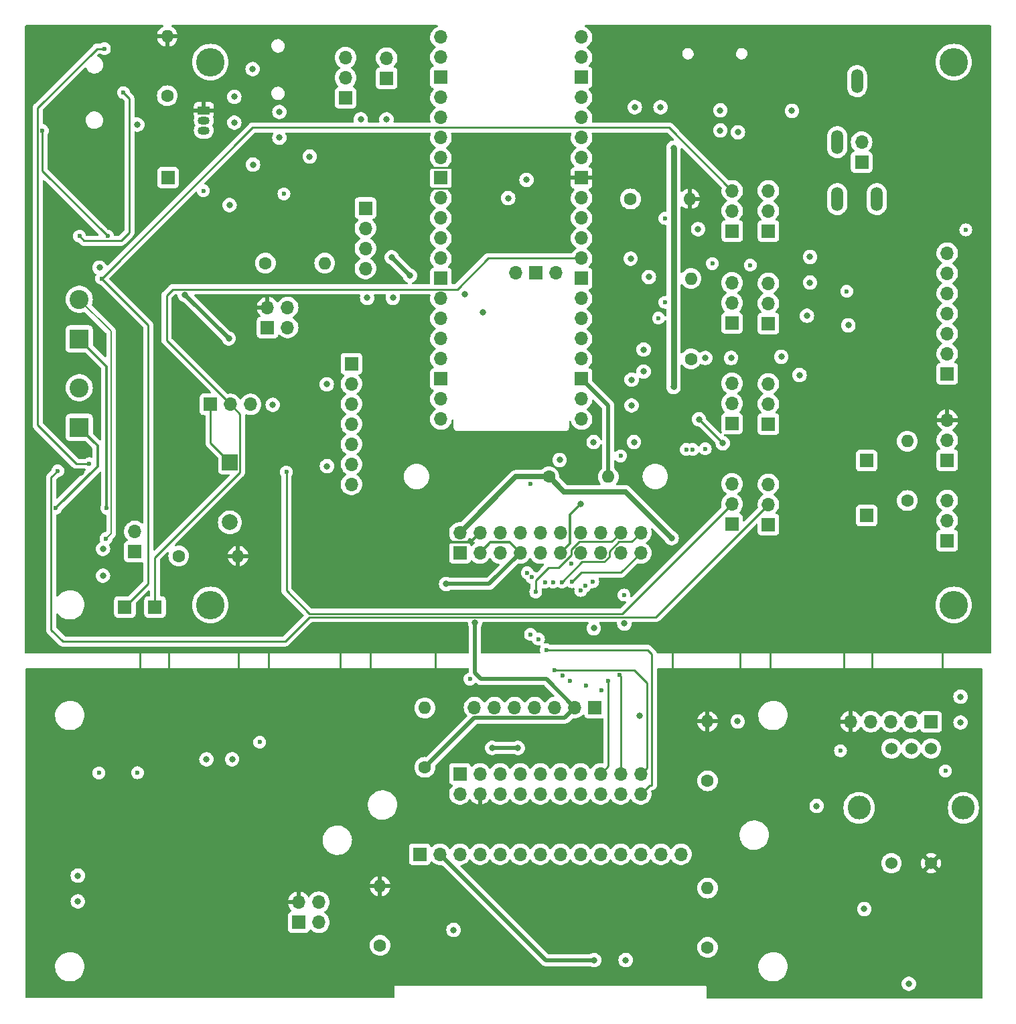
<source format=gbr>
%TF.GenerationSoftware,KiCad,Pcbnew,7.0.2*%
%TF.CreationDate,2024-01-05T18:48:20-08:00*%
%TF.ProjectId,MuKOB,4d754b4f-422e-46b6-9963-61645f706362,1.0*%
%TF.SameCoordinates,Original*%
%TF.FileFunction,Copper,L3,Inr*%
%TF.FilePolarity,Positive*%
%FSLAX46Y46*%
G04 Gerber Fmt 4.6, Leading zero omitted, Abs format (unit mm)*
G04 Created by KiCad (PCBNEW 7.0.2) date 2024-01-05 18:48:20*
%MOMM*%
%LPD*%
G01*
G04 APERTURE LIST*
%TA.AperFunction,ComponentPad*%
%ADD10C,1.524000*%
%TD*%
%TA.AperFunction,ComponentPad*%
%ADD11O,2.900000X3.000000*%
%TD*%
%TA.AperFunction,ComponentPad*%
%ADD12C,1.600000*%
%TD*%
%TA.AperFunction,ComponentPad*%
%ADD13O,1.600000X1.600000*%
%TD*%
%TA.AperFunction,ComponentPad*%
%ADD14R,2.400000X2.400000*%
%TD*%
%TA.AperFunction,ComponentPad*%
%ADD15C,2.400000*%
%TD*%
%TA.AperFunction,ComponentPad*%
%ADD16R,1.700000X1.700000*%
%TD*%
%TA.AperFunction,ComponentPad*%
%ADD17O,1.700000X1.700000*%
%TD*%
%TA.AperFunction,ComponentPad*%
%ADD18R,2.000000X2.000000*%
%TD*%
%TA.AperFunction,ComponentPad*%
%ADD19C,2.000000*%
%TD*%
%TA.AperFunction,ComponentPad*%
%ADD20C,3.600000*%
%TD*%
%TA.AperFunction,ComponentPad*%
%ADD21R,1.500000X1.050000*%
%TD*%
%TA.AperFunction,ComponentPad*%
%ADD22O,1.500000X1.050000*%
%TD*%
%TA.AperFunction,ComponentPad*%
%ADD23O,1.508000X3.016000*%
%TD*%
%TA.AperFunction,ViaPad*%
%ADD24C,0.800000*%
%TD*%
%TA.AperFunction,ViaPad*%
%ADD25C,0.600000*%
%TD*%
%TA.AperFunction,Conductor*%
%ADD26C,0.250000*%
%TD*%
%TA.AperFunction,Conductor*%
%ADD27C,0.500000*%
%TD*%
%TA.AperFunction,Conductor*%
%ADD28C,0.350000*%
%TD*%
%TA.AperFunction,Conductor*%
%ADD29C,0.700000*%
%TD*%
%TA.AperFunction,Conductor*%
%ADD30C,0.800000*%
%TD*%
%TA.AperFunction,Conductor*%
%ADD31C,0.200000*%
%TD*%
G04 APERTURE END LIST*
D10*
%TO.N,/RE_A*%
%TO.C,RE1*%
X164823200Y-141581900D03*
%TO.N,/RE_B*%
X159823200Y-141581900D03*
%TO.N,GND*%
X162323200Y-141581900D03*
%TO.N,GNDA*%
X164823200Y-156081900D03*
%TO.N,/SW_MTRX*%
X159823200Y-156081900D03*
D11*
%TO.N,N/C*%
X168923200Y-149081900D03*
X155723200Y-149081900D03*
%TD*%
D12*
%TO.N,+3.3V*%
%TO.C,CF1*%
X80680000Y-80264000D03*
D13*
%TO.N,GND*%
X88180000Y-80264000D03*
%TD*%
D12*
%TO.N,+3.3VA*%
%TO.C,CFA2*%
X69730000Y-117264000D03*
D13*
%TO.N,GNDA*%
X77230000Y-117264000D03*
%TD*%
D14*
%TO.N,/AOR+*%
%TO.C,J12*%
X57150000Y-89836000D03*
D15*
%TO.N,/AOR-*%
X57150000Y-84836000D03*
%TD*%
D16*
%TO.N,/VOLA*%
%TO.C,TP1*%
X156680000Y-112164000D03*
%TD*%
%TO.N,/VOLB*%
%TO.C,TP2*%
X156680000Y-105214000D03*
%TD*%
%TO.N,/SDR-*%
%TO.C,JP3*%
X64180000Y-116704000D03*
D17*
%TO.N,GND*%
X64180000Y-114164000D03*
%TD*%
D16*
%TO.N,/GPIO28ADC2*%
%TO.C,OP9*%
X144272000Y-76200000D03*
D17*
%TO.N,/DISP_BL_LED*%
X144272000Y-73660000D03*
%TO.N,Net-(OP9-B)*%
X144272000Y-71120000D03*
%TD*%
D16*
%TO.N,/RE_A*%
%TO.C,J19*%
X105266000Y-116885720D03*
D17*
%TO.N,+3.3V*%
X105266000Y-114345720D03*
%TO.N,GND*%
X107806000Y-116885720D03*
%TO.N,GNDA*%
X107806000Y-114345720D03*
%TO.N,/RE_B*%
X110346000Y-116885720D03*
%TO.N,/DISP_CS-*%
X110346000Y-114345720D03*
%TO.N,GND*%
X112886000Y-116885720D03*
%TO.N,/DISP_RST-*%
X112886000Y-114345720D03*
%TO.N,/SW_MTRX*%
X115426000Y-116885720D03*
%TO.N,/DISP_D{slash}C-*%
X115426000Y-114345720D03*
%TO.N,+3.3VA*%
X117966000Y-116885720D03*
%TO.N,/DISP_MOSI*%
X117966000Y-114345720D03*
%TO.N,/TCH_IRQ-*%
X120506000Y-116885720D03*
%TO.N,/DISP_SCK*%
X120506000Y-114345720D03*
%TO.N,/TCH_MISO*%
X123046000Y-116885720D03*
%TO.N,/DISP_BL_LED*%
X123046000Y-114345720D03*
%TO.N,/TCH_MOSI*%
X125586000Y-116885720D03*
%TO.N,/DISP_MISO*%
X125586000Y-114345720D03*
%TO.N,/TCH_CS-*%
X128126000Y-116885720D03*
%TO.N,/TCH_CLK*%
X128126000Y-114345720D03*
%TD*%
%TO.N,/UART0_TX*%
%TO.C,U2*%
X102870000Y-51714400D03*
%TO.N,/UART0_RX*%
X102870000Y-54254400D03*
D16*
%TO.N,GND*%
X102870000Y-56794400D03*
D17*
%TO.N,/SNDR_EN*%
X102870000Y-59334400D03*
%TO.N,/KEY_PDL_DOT-*%
X102870000Y-61874400D03*
%TO.N,/PDL_DASH-*%
X102870000Y-64414400D03*
%TO.N,/DISP_D{slash}C-*%
X102870000Y-66954400D03*
D16*
%TO.N,GND*%
X102870000Y-69494400D03*
D17*
%TO.N,/RE_A*%
X102870000Y-72034400D03*
%TO.N,/RE_B*%
X102870000Y-74574400D03*
%TO.N,/GPIO08*%
X102870000Y-77114400D03*
%TO.N,/GPIO09*%
X102870000Y-79654400D03*
D16*
%TO.N,GND*%
X102870000Y-82194400D03*
D17*
%TO.N,/DISP_CS-*%
X102870000Y-84734400D03*
%TO.N,/DISP_MOSI*%
X102870000Y-87274400D03*
%TO.N,/DISP_MISO*%
X102870000Y-89814400D03*
%TO.N,/DISP_RST-*%
X102870000Y-92354400D03*
D16*
%TO.N,GND*%
X102870000Y-94894400D03*
D17*
%TO.N,/DISP_SCK*%
X102870000Y-97434400D03*
%TO.N,/SD_CARD_DET*%
X102870000Y-99974400D03*
%TO.N,/SD_TP_EX_MISO*%
X120650000Y-99974400D03*
%TO.N,/TCH_CS-*%
X120650000Y-97434400D03*
D16*
%TO.N,GND*%
X120650000Y-94894400D03*
D17*
%TO.N,/SD_TP_EX_SCK*%
X120650000Y-92354400D03*
%TO.N,/SD_TP_EX_MOSI*%
X120650000Y-89814400D03*
%TO.N,/TCH_IRQ-*%
X120650000Y-87274400D03*
%TO.N,/SD_CS-*%
X120650000Y-84734400D03*
D16*
%TO.N,GND*%
X120650000Y-82194400D03*
D17*
%TO.N,/TONE_GEN_L*%
X120650000Y-79654400D03*
%TO.N,/RUN*%
X120650000Y-77114400D03*
%TO.N,/SW_MTRX*%
X120650000Y-74574400D03*
%TO.N,/AUD_IN*%
X120650000Y-72034400D03*
D16*
%TO.N,GNDA*%
X120650000Y-69494400D03*
D17*
%TO.N,/IO28_DBL_TGR*%
X120650000Y-66954400D03*
%TO.N,+3.3VA*%
X120650000Y-64414400D03*
%TO.N,+3.3V*%
X120650000Y-61874400D03*
%TO.N,unconnected-(U2-3V3_EN-Pad37)*%
X120650000Y-59334400D03*
D16*
%TO.N,GND*%
X120650000Y-56794400D03*
D17*
%TO.N,VSYS*%
X120650000Y-54254400D03*
%TO.N,VBUS*%
X120650000Y-51714400D03*
%TO.N,unconnected-(U2-SWCLK-Pad41)*%
X112344100Y-81444400D03*
D16*
%TO.N,unconnected-(U2-GND-Pad42)*%
X114884100Y-81444400D03*
D17*
%TO.N,unconnected-(U2-SWDIO-Pad43)*%
X117424100Y-81444400D03*
%TD*%
D16*
%TO.N,GND*%
%TO.C,JP-PWR-2*%
X84905000Y-163539000D03*
D17*
%TO.N,GNDA*%
X84905000Y-160999000D03*
%TO.N,+3.3V*%
X87445000Y-163539000D03*
%TO.N,+3.3VA*%
X87445000Y-160999000D03*
%TD*%
D12*
%TO.N,+3.3VA*%
%TO.C,CFA5*%
X136580000Y-145664000D03*
D13*
%TO.N,GNDA*%
X136580000Y-138164000D03*
%TD*%
D16*
%TO.N,Net-(JP1-Pin_1)*%
%TO.C,JP1*%
X96012000Y-56894000D03*
D17*
%TO.N,/UART0_RX*%
X96012000Y-54354000D03*
%TD*%
D12*
%TO.N,+3.3VA*%
%TO.C,CFA1*%
X68280000Y-59114000D03*
D13*
%TO.N,GNDA*%
X68280000Y-51614000D03*
%TD*%
D16*
%TO.N,/KEY_PDL_DOT-*%
%TO.C,JP2*%
X156057600Y-67518200D03*
D17*
%TO.N,/KEY-*%
X156057600Y-64978200D03*
%TD*%
D18*
%TO.N,/BUZZ_DRV*%
%TO.C,BZ1*%
X76200000Y-105420000D03*
D19*
%TO.N,GND*%
X76200000Y-113020000D03*
%TD*%
D20*
%TO.N,GND*%
%TO.C,M_KSI3*%
X73724200Y-123454400D03*
%TD*%
D16*
%TO.N,+3.3V*%
%TO.C,J16*%
X100191000Y-154950400D03*
D17*
%TO.N,GND*%
X102731000Y-154950400D03*
%TO.N,/DISP_CS-*%
X105271000Y-154950400D03*
%TO.N,/DISP_RST-*%
X107811000Y-154950400D03*
%TO.N,/DISP_D{slash}C-*%
X110351000Y-154950400D03*
%TO.N,/DISP_MOSI*%
X112891000Y-154950400D03*
%TO.N,/DISP_SCK*%
X115431000Y-154950400D03*
%TO.N,/DISP_BL_LED*%
X117971000Y-154950400D03*
%TO.N,/DISP_MISO*%
X120511000Y-154950400D03*
%TO.N,/TCH_CLK*%
X123051000Y-154950400D03*
%TO.N,/TCH_CS-*%
X125591000Y-154950400D03*
%TO.N,/TCH_MOSI*%
X128131000Y-154950400D03*
%TO.N,/TCH_MISO*%
X130671000Y-154950400D03*
%TO.N,/TCH_IRQ-*%
X133211000Y-154950400D03*
%TD*%
D12*
%TO.N,+3.3V*%
%TO.C,CF5*%
X136580000Y-166714000D03*
D13*
%TO.N,GND*%
X136580000Y-159214000D03*
%TD*%
D16*
%TO.N,/U1TX_EXCS*%
%TO.C,OP2*%
X139675000Y-87833200D03*
D17*
%TO.N,/GPIO08*%
X139675000Y-85293200D03*
%TO.N,/P_VOL_A*%
X139675000Y-82753200D03*
%TD*%
D12*
%TO.N,+3.3VA*%
%TO.C,CFA3*%
X126830000Y-72164000D03*
D13*
%TO.N,GNDA*%
X134330000Y-72164000D03*
%TD*%
D16*
%TO.N,/GPIO28ADC2*%
%TO.C,OP8*%
X139700000Y-76200000D03*
D17*
%TO.N,/IO28_DBL_TGR*%
X139700000Y-73660000D03*
%TO.N,/TONE_GEN_R_SPKR*%
X139700000Y-71120000D03*
%TD*%
D20*
%TO.N,GND*%
%TO.C,M_KSI4*%
X167704200Y-123454400D03*
%TD*%
D12*
%TO.N,+3.3V*%
%TO.C,CF4*%
X100830000Y-143964000D03*
D13*
%TO.N,GND*%
X100830000Y-136464000D03*
%TD*%
D16*
%TO.N,/RE_A*%
%TO.C,J17*%
X164846000Y-138201400D03*
D17*
%TO.N,GND*%
X162306000Y-138201400D03*
%TO.N,/RE_B*%
X159766000Y-138201400D03*
%TO.N,/SW_MTRX*%
X157226000Y-138201400D03*
%TO.N,GNDA*%
X154686000Y-138201400D03*
%TD*%
D16*
%TO.N,GND*%
%TO.C,J10*%
X166878000Y-94234000D03*
D17*
%TO.N,/ExIO2*%
X166878000Y-91694000D03*
%TO.N,/ExIO3*%
X166878000Y-89154000D03*
%TO.N,/ExIO4*%
X166878000Y-86614000D03*
%TO.N,/ExIO5*%
X166878000Y-84074000D03*
%TO.N,/ExIO6*%
X166878000Y-81534000D03*
%TO.N,/ExIO7*%
X166878000Y-78994000D03*
%TD*%
D16*
%TO.N,/U1RX_EXINT*%
%TO.C,OP3*%
X139675000Y-100533200D03*
D17*
%TO.N,/GPIO09*%
X139675000Y-97993200D03*
%TO.N,/P_VOL_B*%
X139675000Y-95453200D03*
%TD*%
D16*
%TO.N,GND*%
%TO.C,J15*%
X122351800Y-136398000D03*
D17*
%TO.N,+3.3V*%
X119811800Y-136398000D03*
%TO.N,/DISP_SCK*%
X117271800Y-136398000D03*
%TO.N,/DISP_MOSI*%
X114731800Y-136398000D03*
%TO.N,/DISP_RST-*%
X112191800Y-136398000D03*
%TO.N,/DISP_D{slash}C-*%
X109651800Y-136398000D03*
%TO.N,/DISP_CS-*%
X107111800Y-136398000D03*
%TD*%
D16*
%TO.N,/P_VOL_B*%
%TO.C,OP7*%
X144272000Y-113284000D03*
D17*
%TO.N,/VOLB*%
X144272000Y-110744000D03*
%TO.N,/EX_VOLB*%
X144272000Y-108204000D03*
%TD*%
D16*
%TO.N,GND*%
%TO.C,J8*%
X166878000Y-115316000D03*
D17*
%TO.N,/U1_RX*%
X166878000Y-112776000D03*
%TO.N,/U1_TX*%
X166878000Y-110236000D03*
%TD*%
D16*
%TO.N,GND*%
%TO.C,JP-PWR-1*%
X80955000Y-88389000D03*
D17*
%TO.N,GNDA*%
X80955000Y-85849000D03*
%TO.N,+3.3V*%
X83495000Y-88389000D03*
%TO.N,+3.3VA*%
X83495000Y-85849000D03*
%TD*%
D12*
%TO.N,+3.3V*%
%TO.C,CF2*%
X161830000Y-110264000D03*
D13*
%TO.N,GND*%
X161830000Y-102764000D03*
%TD*%
D14*
%TO.N,/AOL+*%
%TO.C,J11*%
X57150000Y-101012000D03*
D15*
%TO.N,/AOL-*%
X57150000Y-96012000D03*
%TD*%
D16*
%TO.N,/TONE_GEN_R_SPKR*%
%TO.C,TP4*%
X62920000Y-123714000D03*
%TD*%
D12*
%TO.N,+3.3VA*%
%TO.C,CFA4*%
X95180000Y-166464000D03*
D13*
%TO.N,GNDA*%
X95180000Y-158964000D03*
%TD*%
D16*
%TO.N,GND*%
%TO.C,J5*%
X93330000Y-73314000D03*
D17*
%TO.N,+3.3V*%
X93330000Y-75854000D03*
%TO.N,/RE_A*%
X93330000Y-78394000D03*
%TO.N,/RE_B*%
X93330000Y-80934000D03*
%TD*%
D12*
%TO.N,/SD_TP_EX_SCK*%
%TO.C,R2*%
X134480000Y-92364000D03*
D13*
%TO.N,GND*%
X134480000Y-82204000D03*
%TD*%
D16*
%TO.N,GND*%
%TO.C,J1*%
X90830400Y-59394000D03*
D17*
%TO.N,/UART0_RX*%
X90830400Y-56854000D03*
%TO.N,/UART0_TX*%
X90830400Y-54314000D03*
%TD*%
D16*
%TO.N,/U1_TX*%
%TO.C,OP4*%
X144272000Y-87884000D03*
D17*
%TO.N,/U1TX_EXCS*%
X144272000Y-85344000D03*
%TO.N,/EX_CS-*%
X144272000Y-82804000D03*
%TD*%
D16*
%TO.N,/AUD_IN*%
%TO.C,TP3*%
X68380000Y-69464000D03*
%TD*%
%TO.N,/P_VOL_A*%
%TO.C,OP6*%
X139675000Y-113233200D03*
D17*
%TO.N,/VOLA*%
X139675000Y-110693200D03*
%TO.N,/EX_VOLA*%
X139675000Y-108153200D03*
%TD*%
D20*
%TO.N,GND*%
%TO.C,M_KSI2*%
X73724200Y-54874400D03*
%TD*%
D12*
%TO.N,+3.3V*%
%TO.C,CF3*%
X116530000Y-107264000D03*
D13*
%TO.N,GND*%
X124030000Y-107264000D03*
%TD*%
D16*
%TO.N,/BUZZ_DRV*%
%TO.C,OP1*%
X73730000Y-98114000D03*
D17*
%TO.N,/TONE_GEN_L*%
X76270000Y-98114000D03*
%TO.N,/TONE_GEN_L_SPKR*%
X78810000Y-98114000D03*
%TD*%
D20*
%TO.N,GND*%
%TO.C,M_KSI1*%
X167704200Y-54874400D03*
%TD*%
D16*
%TO.N,/TONE_GEN_L*%
%TO.C,TP5*%
X66730000Y-123714000D03*
%TD*%
%TO.N,/U1_RX*%
%TO.C,OP5*%
X144272000Y-100584000D03*
D17*
%TO.N,/U1RX_EXINT*%
X144272000Y-98044000D03*
%TO.N,/EX_INT*%
X144272000Y-95504000D03*
%TD*%
D21*
%TO.N,GNDA*%
%TO.C,Q1*%
X72898000Y-60960000D03*
D22*
%TO.N,Net-(Q1-B)*%
X72898000Y-62230000D03*
%TO.N,Net-(Q1-C)*%
X72898000Y-63500000D03*
%TD*%
D16*
%TO.N,GND*%
%TO.C,J4*%
X166878000Y-105156000D03*
D17*
%TO.N,/GPIO28ADC2*%
X166878000Y-102616000D03*
%TO.N,GNDA*%
X166878000Y-100076000D03*
%TD*%
D23*
%TO.N,GND*%
%TO.C,J7*%
X155473400Y-57277000D03*
%TO.N,/KEY_PDL_DOT-*%
X152973400Y-72177000D03*
%TO.N,/PDL_DASH-*%
X157973400Y-72177000D03*
%TO.N,/KEY-*%
X152973400Y-64977000D03*
%TD*%
D16*
%TO.N,GND*%
%TO.C,J3*%
X91555000Y-92974400D03*
D17*
X91555000Y-95514400D03*
%TO.N,+3.3V*%
X91555000Y-98054400D03*
%TO.N,VSYS*%
X91555000Y-100594400D03*
%TO.N,/SNDR_EN*%
X91555000Y-103134400D03*
%TO.N,/KEY-*%
X91555000Y-105674400D03*
%TO.N,/PDL_DASH-*%
X91555000Y-108214400D03*
%TD*%
D16*
%TO.N,/RE_A*%
%TO.C,J13*%
X105266000Y-144790400D03*
D17*
%TO.N,+3.3V*%
X105266000Y-147330400D03*
%TO.N,GND*%
X107806000Y-144790400D03*
%TO.N,GNDA*%
X107806000Y-147330400D03*
%TO.N,/RE_B*%
X110346000Y-144790400D03*
%TO.N,/DISP_CS-*%
X110346000Y-147330400D03*
%TO.N,GND*%
X112886000Y-144790400D03*
%TO.N,/DISP_RST-*%
X112886000Y-147330400D03*
%TO.N,/SW_MTRX*%
X115426000Y-144790400D03*
%TO.N,/DISP_D{slash}C-*%
X115426000Y-147330400D03*
%TO.N,+3.3VA*%
X117966000Y-144790400D03*
%TO.N,/DISP_MOSI*%
X117966000Y-147330400D03*
%TO.N,/TCH_IRQ-*%
X120506000Y-144790400D03*
%TO.N,/DISP_SCK*%
X120506000Y-147330400D03*
%TO.N,/TCH_MISO*%
X123046000Y-144790400D03*
%TO.N,/DISP_BL_LED*%
X123046000Y-147330400D03*
%TO.N,/TCH_MOSI*%
X125586000Y-144790400D03*
%TO.N,/DISP_MISO*%
X125586000Y-147330400D03*
%TO.N,/TCH_CS-*%
X128126000Y-144790400D03*
%TO.N,/TCH_CLK*%
X128126000Y-147330400D03*
%TD*%
D24*
%TO.N,GND*%
X140416000Y-63728000D03*
X79070200Y-55753000D03*
X79120200Y-67817200D03*
X122230000Y-168314000D03*
X59715400Y-80848502D03*
X154380000Y-88112600D03*
X122201000Y-126393000D03*
X103530400Y-120802400D03*
X135380000Y-75964000D03*
X127980000Y-137414000D03*
X76149200Y-72923400D03*
%TO.N,+3.3V*%
X76479400Y-142951200D03*
X168554400Y-138301800D03*
X149529800Y-82727200D03*
X56972200Y-157657800D03*
X56972200Y-160907800D03*
X82448400Y-61163200D03*
X168554400Y-135051800D03*
X92736600Y-62103000D03*
X148209000Y-94411800D03*
X132041900Y-114998500D03*
X129159000Y-82016600D03*
X81610200Y-98171000D03*
X111379000Y-72059800D03*
X127380000Y-60564000D03*
X76758800Y-62508200D03*
X138180000Y-63514000D03*
X105867200Y-84201000D03*
X136297000Y-92252800D03*
X107188000Y-125679200D03*
X95986600Y-62103000D03*
X139547000Y-92252800D03*
X82448400Y-64413200D03*
X76758800Y-59258200D03*
X113690400Y-69748400D03*
X96647000Y-79527400D03*
X145897600Y-92100400D03*
X140385800Y-138150600D03*
X112598200Y-141503400D03*
X126974600Y-98246000D03*
X96799400Y-84658200D03*
X109348200Y-141503400D03*
X108178600Y-86512400D03*
X88468200Y-105918000D03*
X130630000Y-60564000D03*
X156387800Y-161874200D03*
X162026600Y-171323000D03*
X149529800Y-79477200D03*
X93549400Y-84658200D03*
X138180000Y-60964000D03*
X147243800Y-61036200D03*
X104470200Y-164515800D03*
X86280000Y-66814000D03*
X88442800Y-95580200D03*
X150368000Y-148844000D03*
X98958400Y-81838800D03*
X73229400Y-142951200D03*
X126847600Y-79705200D03*
X126974600Y-94996000D03*
D25*
%TO.N,/SW_MTRX*%
X136280000Y-103714000D03*
X131180000Y-85214000D03*
X153380000Y-141864000D03*
X131180000Y-74614000D03*
X59639200Y-144678400D03*
X126010900Y-122197900D03*
X79959200Y-140792200D03*
X64516000Y-144653000D03*
D24*
%TO.N,+3.3VA*%
X120573800Y-110667800D03*
X76047600Y-89789000D03*
X128498600Y-93954600D03*
X117881400Y-105130600D03*
X128498600Y-91186000D03*
X64490600Y-62763400D03*
X60147200Y-116357400D03*
X135483600Y-99999800D03*
X126230000Y-168314000D03*
X138506200Y-103022400D03*
X70459600Y-84268500D03*
X60147200Y-119761000D03*
X126051500Y-125806200D03*
X127279400Y-102870000D03*
X122174000Y-102870000D03*
%TO.N,GNDA*%
X55372000Y-69850000D03*
X124230000Y-168314000D03*
X72644000Y-91440000D03*
X57404000Y-106756200D03*
X55371999Y-59540899D03*
X71704200Y-152323800D03*
X56515000Y-118059200D03*
X62484000Y-69850000D03*
X58928000Y-69850000D03*
X102260400Y-118033800D03*
X102260400Y-114401600D03*
X69189600Y-111531400D03*
X124230000Y-126364000D03*
X74422000Y-85852000D03*
%TO.N,VSYS*%
X132280000Y-95914000D03*
X132280000Y-65714000D03*
D25*
%TO.N,/PWM_AUD_R*%
X57180000Y-76864000D03*
X62730000Y-58714000D03*
%TO.N,/PWM_AUD_L*%
X60730000Y-76864000D03*
X52480000Y-63514000D03*
D24*
%TO.N,/DISP_RST-*%
X149148800Y-86918800D03*
D25*
X106530000Y-132814000D03*
%TO.N,/DISP_SCK*%
X116030000Y-120564000D03*
X114180000Y-108114000D03*
%TO.N,/DISP_BL_LED*%
X119380000Y-118239500D03*
X137180000Y-80314000D03*
X114201000Y-127164000D03*
X117082100Y-120561900D03*
%TO.N,/DISP_MISO*%
X115201000Y-127764000D03*
X125580000Y-104614000D03*
X114855500Y-121807075D03*
%TO.N,/SD_TP_EX_SCK*%
X141980000Y-80514000D03*
%TO.N,/TCH_CS-*%
X117230000Y-131714000D03*
X134705500Y-103814000D03*
X119430000Y-120513000D03*
%TO.N,/SD_TP_EX_MISO*%
X154180000Y-83814000D03*
%TO.N,/TCH_IRQ-*%
X120546463Y-121621200D03*
X130380000Y-87214000D03*
%TO.N,/RE_A*%
X121180000Y-133613700D03*
X114330000Y-119938500D03*
%TO.N,/RE_B*%
X113780000Y-119388500D03*
X123180000Y-134203900D03*
X166649400Y-144424400D03*
%TO.N,Net-(U1-C1-)*%
X83028727Y-71516341D03*
X72830000Y-71114000D03*
%TO.N,/VOLA*%
X83330000Y-106664000D03*
%TO.N,/VOLB*%
X54430000Y-106514000D03*
%TO.N,/TONE_GEN_R_SPKR*%
X59980000Y-82214000D03*
%TO.N,/RUN*%
X169230000Y-76064000D03*
%TO.N,Net-(J14-R1N)*%
X58430000Y-105614000D03*
X60330000Y-53164000D03*
%TO.N,/GPIO09*%
X133880000Y-103814000D03*
%TO.N,/TCH_CLK*%
X118178200Y-120565800D03*
X116201000Y-129138500D03*
%TO.N,/TCH_MOSI*%
X125471500Y-132314000D03*
X118230000Y-132364000D03*
X122061360Y-120513000D03*
%TO.N,/TCH_MISO*%
X124030000Y-133054900D03*
X121094366Y-121046700D03*
X119180000Y-133054900D03*
%TO.N,/AOL+*%
X54180000Y-111214000D03*
%TO.N,/AOR+*%
X60630000Y-111214000D03*
%TO.N,/AOR-*%
X60530000Y-115064000D03*
%TD*%
D26*
%TO.N,/BUZZ_DRV*%
X73730000Y-98114000D02*
X73730000Y-102950000D01*
X73730000Y-102950000D02*
X76200000Y-105420000D01*
D27*
%TO.N,GND*%
X108969320Y-120802400D02*
X112886000Y-116885720D01*
X116094600Y-168314000D02*
X102731000Y-154950400D01*
X124030000Y-107264000D02*
X124030000Y-98274400D01*
X103530400Y-120802400D02*
X108969320Y-120802400D01*
D28*
X107806000Y-116885720D02*
X109141000Y-115550720D01*
D27*
X122230000Y-168314000D02*
X116094600Y-168314000D01*
D28*
X109141000Y-115550720D02*
X111551000Y-115550720D01*
X111551000Y-115550720D02*
X112886000Y-116885720D01*
D27*
X124030000Y-98274400D02*
X120650000Y-94894400D01*
D29*
%TO.N,+3.3V*%
X118429400Y-109163400D02*
X116530000Y-107264000D01*
X132041900Y-114998500D02*
X126206800Y-109163400D01*
D27*
X118531800Y-137678000D02*
X119811800Y-136398000D01*
X98958400Y-81838800D02*
X96647000Y-79527400D01*
X107188000Y-132072000D02*
X107930000Y-132814000D01*
X116227800Y-132814000D02*
X119811800Y-136398000D01*
D29*
X112347720Y-107264000D02*
X116530000Y-107264000D01*
D27*
X107930000Y-132814000D02*
X116227800Y-132814000D01*
X100830000Y-143964000D02*
X107116000Y-137678000D01*
D29*
X105266000Y-114345720D02*
X112347720Y-107264000D01*
D27*
X109348200Y-141503400D02*
X112598200Y-141503400D01*
X107188000Y-125679200D02*
X107188000Y-132072000D01*
X107116000Y-137678000D02*
X118531800Y-137678000D01*
D29*
X126206800Y-109163400D02*
X118429400Y-109163400D01*
D27*
%TO.N,+3.3VA*%
X70459600Y-84268500D02*
X70527100Y-84268500D01*
D26*
X138506200Y-102997000D02*
X138506200Y-103022400D01*
X135509000Y-99999800D02*
X135483600Y-99999800D01*
D28*
X119171000Y-115680720D02*
X119171000Y-112070600D01*
D27*
X70527100Y-84268500D02*
X76047600Y-89789000D01*
D28*
X117966000Y-116885720D02*
X119171000Y-115680720D01*
X119171000Y-112070600D02*
X120573800Y-110667800D01*
D26*
X135509000Y-99999800D02*
X138506200Y-102997000D01*
D28*
%TO.N,GNDA*%
X106601000Y-115550720D02*
X103409520Y-115550720D01*
D26*
X93954600Y-129247900D02*
X93954600Y-132270500D01*
X153771600Y-129247900D02*
X153771600Y-132270500D01*
X166217600Y-129247900D02*
X166217600Y-132270500D01*
X102184200Y-129247900D02*
X102184200Y-132270500D01*
X132105400Y-129197100D02*
X132105400Y-132219700D01*
X90144600Y-129247900D02*
X90144600Y-132270500D01*
X157378400Y-129247900D02*
X157378400Y-132270500D01*
X64795400Y-129247900D02*
X64795400Y-132270500D01*
X68427600Y-129247900D02*
X68427600Y-132270500D01*
X77292200Y-129247900D02*
X77292200Y-132270500D01*
X140690600Y-129247900D02*
X140690600Y-132270500D01*
D28*
X103409520Y-115550720D02*
X102260400Y-114401600D01*
D26*
X144526000Y-129247900D02*
X144526000Y-132270500D01*
X100736400Y-68218147D02*
X104658295Y-68218147D01*
X104648000Y-70815200D02*
X100787200Y-70815200D01*
D28*
X107806000Y-114345720D02*
X106601000Y-115550720D01*
D26*
X81076800Y-129247900D02*
X81076800Y-132270500D01*
D30*
%TO.N,VSYS*%
X132280000Y-95914000D02*
X132280000Y-65714000D01*
D26*
%TO.N,/PWM_AUD_R*%
X63480000Y-59464000D02*
X62730000Y-58714000D01*
X63480000Y-76409000D02*
X63480000Y-59464000D01*
X57180000Y-76864000D02*
X57755000Y-77439000D01*
X57755000Y-77439000D02*
X62450000Y-77439000D01*
X62450000Y-77439000D02*
X63480000Y-76409000D01*
%TO.N,/PWM_AUD_L*%
X52480000Y-68614000D02*
X52480000Y-63514000D01*
X60730000Y-76864000D02*
X52480000Y-68614000D01*
%TO.N,/DISP_MISO*%
X114855500Y-120345220D02*
X116480000Y-118720720D01*
X116480000Y-118720720D02*
X117764417Y-118720720D01*
X124461000Y-115470720D02*
X125586000Y-114345720D01*
X120330009Y-115470720D02*
X124461000Y-115470720D01*
X114855500Y-121807075D02*
X114855500Y-120345220D01*
X119381000Y-116419729D02*
X120330009Y-115470720D01*
X117764417Y-118720720D02*
X119381000Y-117104137D01*
X119381000Y-117104137D02*
X119381000Y-116419729D01*
%TO.N,/TCH_CS-*%
X117230000Y-131714000D02*
X127280000Y-131714000D01*
X120588400Y-119354600D02*
X125657120Y-119354600D01*
X127280000Y-131714000D02*
X128880000Y-133314000D01*
X128880000Y-144036400D02*
X128126000Y-144790400D01*
X119430000Y-120513000D02*
X120588400Y-119354600D01*
X125657120Y-119354600D02*
X128126000Y-116885720D01*
X128880000Y-133314000D02*
X128880000Y-144036400D01*
%TO.N,/TONE_GEN_L*%
X120650000Y-79654400D02*
X108859200Y-79654400D01*
X68963000Y-83564000D02*
X68173600Y-84353400D01*
X66730000Y-117440000D02*
X77475000Y-106695000D01*
X68173600Y-90017600D02*
X76270000Y-98114000D01*
X66730000Y-123714000D02*
X66730000Y-117440000D01*
X108859200Y-79654400D02*
X104949600Y-83564000D01*
X104949600Y-83564000D02*
X68963000Y-83564000D01*
X68173600Y-84353400D02*
X68173600Y-90017600D01*
X77475000Y-106695000D02*
X77475000Y-99319000D01*
X77475000Y-99319000D02*
X76270000Y-98114000D01*
%TO.N,/VOLA*%
X83330000Y-121614000D02*
X83330000Y-106664000D01*
X139675000Y-110693200D02*
X125794000Y-124574200D01*
X86290200Y-124574200D02*
X83330000Y-121614000D01*
X125794000Y-124574200D02*
X86290200Y-124574200D01*
%TO.N,/VOLB*%
X83180000Y-128064000D02*
X55080000Y-128064000D01*
X53605000Y-126589000D02*
X53605000Y-107339000D01*
X130041800Y-124974200D02*
X86269800Y-124974200D01*
X55080000Y-128064000D02*
X53605000Y-126589000D01*
X144272000Y-110744000D02*
X130041800Y-124974200D01*
X86269800Y-124974200D02*
X83180000Y-128064000D01*
X53605000Y-107339000D02*
X54430000Y-106514000D01*
%TO.N,/TONE_GEN_R_SPKR*%
X79080000Y-63114000D02*
X131694000Y-63114000D01*
X59980000Y-82214000D02*
X79080000Y-63114000D01*
X65880000Y-88114000D02*
X65880000Y-120754000D01*
X65880000Y-120754000D02*
X62920000Y-123714000D01*
X59980000Y-82214000D02*
X65880000Y-88114000D01*
X131694000Y-63114000D02*
X139700000Y-71120000D01*
%TO.N,Net-(J14-R1N)*%
X56780000Y-105614000D02*
X58430000Y-105614000D01*
X59369296Y-53164000D02*
X51905000Y-60628296D01*
X60330000Y-53164000D02*
X59369296Y-53164000D01*
X51905000Y-100739000D02*
X56780000Y-105614000D01*
X51905000Y-60628296D02*
X51905000Y-100739000D01*
%TO.N,/TCH_CLK*%
X116225500Y-129114000D02*
X128980000Y-129114000D01*
X118178200Y-120565800D02*
X120733280Y-118010720D01*
X127001000Y-115470720D02*
X128126000Y-114345720D01*
X124171000Y-117351711D02*
X124171000Y-116673000D01*
X129530000Y-129664000D02*
X129530000Y-146214000D01*
X128980000Y-129114000D02*
X129530000Y-129664000D01*
X129530000Y-146214000D02*
X129242400Y-146214000D01*
X116201000Y-129138500D02*
X116225500Y-129114000D01*
X125373280Y-115470720D02*
X127001000Y-115470720D01*
X124171000Y-116673000D02*
X125373280Y-115470720D01*
X123511991Y-118010720D02*
X124171000Y-117351711D01*
X129242400Y-146214000D02*
X128126000Y-147330400D01*
X120733280Y-118010720D02*
X123511991Y-118010720D01*
%TO.N,/TCH_MOSI*%
X125586000Y-132428500D02*
X125586000Y-144790400D01*
X125471500Y-132314000D02*
X125586000Y-132428500D01*
%TO.N,/TCH_MISO*%
X124030000Y-143806400D02*
X124030000Y-133054900D01*
X123046000Y-144790400D02*
X124030000Y-143806400D01*
D28*
%TO.N,/AOL+*%
X59480000Y-103342000D02*
X57150000Y-101012000D01*
X54180000Y-111214000D02*
X59480000Y-105914000D01*
X59480000Y-105914000D02*
X59480000Y-103342000D01*
%TO.N,/AOR+*%
X60630000Y-111214000D02*
X60630000Y-93316000D01*
X60630000Y-93316000D02*
X57150000Y-89836000D01*
D31*
%TO.N,/AOR-*%
X60530000Y-115064000D02*
X61180000Y-114414000D01*
X61180000Y-88866000D02*
X57150000Y-84836000D01*
X61180000Y-114414000D02*
X61180000Y-88866000D01*
%TD*%
%TA.AperFunction,Conductor*%
%TO.N,GNDA*%
G36*
X106371621Y-131459202D02*
G01*
X106418114Y-131512858D01*
X106429500Y-131565200D01*
X106429500Y-131903196D01*
X106409498Y-131971317D01*
X106355842Y-132017810D01*
X106345116Y-132022125D01*
X106176984Y-132080957D01*
X106022717Y-132177889D01*
X105893889Y-132306717D01*
X105796956Y-132460985D01*
X105736783Y-132632950D01*
X105716384Y-132814000D01*
X105736783Y-132995049D01*
X105796956Y-133167014D01*
X105893889Y-133321282D01*
X106022717Y-133450110D01*
X106176985Y-133547043D01*
X106333500Y-133601810D01*
X106348953Y-133607217D01*
X106530000Y-133627616D01*
X106711047Y-133607217D01*
X106883015Y-133547043D01*
X107037281Y-133450111D01*
X107166111Y-133321281D01*
X107166112Y-133321278D01*
X107175328Y-133312063D01*
X107237640Y-133278038D01*
X107308456Y-133283102D01*
X107365292Y-133325649D01*
X107365491Y-133325916D01*
X107374529Y-133338056D01*
X107412870Y-133370228D01*
X107420974Y-133377655D01*
X107424899Y-133381580D01*
X107443092Y-133395965D01*
X107449453Y-133400995D01*
X107452292Y-133403308D01*
X107470823Y-133418857D01*
X107508069Y-133450110D01*
X107511378Y-133452886D01*
X107527887Y-133463403D01*
X107529090Y-133463964D01*
X107529094Y-133463967D01*
X107597867Y-133496035D01*
X107601036Y-133497570D01*
X107668812Y-133531609D01*
X107670001Y-133532206D01*
X107688493Y-133538633D01*
X107689790Y-133538900D01*
X107689793Y-133538902D01*
X107764066Y-133554237D01*
X107767530Y-133555004D01*
X107841344Y-133572500D01*
X107841347Y-133572500D01*
X107842642Y-133572807D01*
X107862111Y-133574796D01*
X107863438Y-133574757D01*
X107863442Y-133574758D01*
X107937697Y-133572597D01*
X107939224Y-133572553D01*
X107942888Y-133572500D01*
X115861429Y-133572500D01*
X115929550Y-133592502D01*
X115950524Y-133609405D01*
X117175872Y-134834753D01*
X117209898Y-134897065D01*
X117204833Y-134967880D01*
X117162286Y-135024716D01*
X117107517Y-135048129D01*
X116937165Y-135076556D01*
X116937162Y-135076556D01*
X116937162Y-135076557D01*
X116724226Y-135149657D01*
X116526221Y-135256812D01*
X116348562Y-135395091D01*
X116196078Y-135560731D01*
X116107283Y-135696643D01*
X116053279Y-135742731D01*
X115982931Y-135752306D01*
X115918574Y-135722328D01*
X115896317Y-135696643D01*
X115857493Y-135637219D01*
X115807522Y-135560732D01*
X115655040Y-135395094D01*
X115655039Y-135395093D01*
X115655037Y-135395091D01*
X115477378Y-135256812D01*
X115279373Y-135149657D01*
X115126310Y-135097111D01*
X115066435Y-135076556D01*
X114844369Y-135039500D01*
X114619231Y-135039500D01*
X114397165Y-135076556D01*
X114397162Y-135076556D01*
X114397162Y-135076557D01*
X114184226Y-135149657D01*
X113986221Y-135256812D01*
X113808562Y-135395091D01*
X113656078Y-135560731D01*
X113567283Y-135696643D01*
X113513279Y-135742731D01*
X113442931Y-135752306D01*
X113378574Y-135722328D01*
X113356317Y-135696643D01*
X113317493Y-135637219D01*
X113267522Y-135560732D01*
X113115040Y-135395094D01*
X113115039Y-135395093D01*
X113115037Y-135395091D01*
X112937378Y-135256812D01*
X112739373Y-135149657D01*
X112586310Y-135097111D01*
X112526435Y-135076556D01*
X112304369Y-135039500D01*
X112079231Y-135039500D01*
X111857165Y-135076556D01*
X111857162Y-135076556D01*
X111857162Y-135076557D01*
X111644226Y-135149657D01*
X111446221Y-135256812D01*
X111268562Y-135395091D01*
X111116078Y-135560731D01*
X111027283Y-135696643D01*
X110973279Y-135742731D01*
X110902931Y-135752306D01*
X110838574Y-135722328D01*
X110816317Y-135696643D01*
X110777493Y-135637219D01*
X110727522Y-135560732D01*
X110575040Y-135395094D01*
X110575039Y-135395093D01*
X110575037Y-135395091D01*
X110397378Y-135256812D01*
X110199373Y-135149657D01*
X110046310Y-135097111D01*
X109986435Y-135076556D01*
X109764369Y-135039500D01*
X109539231Y-135039500D01*
X109317165Y-135076556D01*
X109317162Y-135076556D01*
X109317162Y-135076557D01*
X109104226Y-135149657D01*
X108906221Y-135256812D01*
X108728562Y-135395091D01*
X108576078Y-135560731D01*
X108487283Y-135696643D01*
X108433279Y-135742731D01*
X108362931Y-135752306D01*
X108298574Y-135722328D01*
X108276317Y-135696643D01*
X108237493Y-135637219D01*
X108187522Y-135560732D01*
X108035040Y-135395094D01*
X108035039Y-135395093D01*
X108035037Y-135395091D01*
X107857378Y-135256812D01*
X107659373Y-135149657D01*
X107506310Y-135097111D01*
X107446435Y-135076556D01*
X107224369Y-135039500D01*
X106999231Y-135039500D01*
X106777165Y-135076556D01*
X106777162Y-135076556D01*
X106777162Y-135076557D01*
X106564226Y-135149657D01*
X106366221Y-135256812D01*
X106188562Y-135395091D01*
X106036078Y-135560731D01*
X105912939Y-135749209D01*
X105822502Y-135955388D01*
X105767237Y-136173627D01*
X105767236Y-136173632D01*
X105748644Y-136398000D01*
X105767236Y-136622368D01*
X105767236Y-136622371D01*
X105767237Y-136622372D01*
X105822502Y-136840611D01*
X105912939Y-137046790D01*
X105951098Y-137105196D01*
X106036078Y-137235268D01*
X106138229Y-137346233D01*
X106169878Y-137380612D01*
X106201299Y-137444277D01*
X106193312Y-137514823D01*
X106166272Y-137555045D01*
X101092989Y-142628328D01*
X101030677Y-142662354D01*
X100992914Y-142664754D01*
X100830000Y-142650502D01*
X100601912Y-142670457D01*
X100380756Y-142729715D01*
X100173249Y-142826477D01*
X99985696Y-142957804D01*
X99823804Y-143119696D01*
X99692477Y-143307249D01*
X99595715Y-143514756D01*
X99536457Y-143735912D01*
X99516502Y-143964000D01*
X99536457Y-144192087D01*
X99595715Y-144413243D01*
X99692477Y-144620750D01*
X99823804Y-144808303D01*
X99985696Y-144970195D01*
X100173249Y-145101522D01*
X100380756Y-145198284D01*
X100440014Y-145214162D01*
X100601913Y-145257543D01*
X100830000Y-145277498D01*
X101058087Y-145257543D01*
X101279243Y-145198284D01*
X101486749Y-145101523D01*
X101674300Y-144970198D01*
X101836198Y-144808300D01*
X101967523Y-144620749D01*
X102064284Y-144413243D01*
X102123543Y-144192087D01*
X102143498Y-143964000D01*
X102129244Y-143801083D01*
X102143233Y-143731481D01*
X102165667Y-143701012D01*
X104363279Y-141503400D01*
X108434696Y-141503400D01*
X108454658Y-141693329D01*
X108513672Y-141874956D01*
X108609158Y-142040342D01*
X108613396Y-142045049D01*
X108736947Y-142182266D01*
X108891448Y-142294518D01*
X109065912Y-142372194D01*
X109252713Y-142411900D01*
X109252715Y-142411900D01*
X109443685Y-142411900D01*
X109443687Y-142411900D01*
X109630488Y-142372194D01*
X109804952Y-142294518D01*
X109816727Y-142285962D01*
X109883592Y-142262106D01*
X109890786Y-142261900D01*
X112055614Y-142261900D01*
X112123735Y-142281902D01*
X112129648Y-142285945D01*
X112141448Y-142294518D01*
X112315912Y-142372194D01*
X112502713Y-142411900D01*
X112502715Y-142411900D01*
X112693685Y-142411900D01*
X112693687Y-142411900D01*
X112880488Y-142372194D01*
X113054952Y-142294518D01*
X113209453Y-142182266D01*
X113337240Y-142040344D01*
X113432727Y-141874956D01*
X113491742Y-141693328D01*
X113511704Y-141503400D01*
X113491742Y-141313472D01*
X113461131Y-141219262D01*
X113432727Y-141131843D01*
X113337241Y-140966457D01*
X113209452Y-140824533D01*
X113123541Y-140762115D01*
X113054952Y-140712282D01*
X112880488Y-140634606D01*
X112693687Y-140594900D01*
X112502713Y-140594900D01*
X112378178Y-140621370D01*
X112315911Y-140634606D01*
X112228679Y-140673443D01*
X112141448Y-140712282D01*
X112129672Y-140720837D01*
X112062808Y-140744694D01*
X112055614Y-140744900D01*
X109890786Y-140744900D01*
X109822665Y-140724898D01*
X109816751Y-140720854D01*
X109804952Y-140712282D01*
X109630488Y-140634606D01*
X109443687Y-140594900D01*
X109252713Y-140594900D01*
X109128178Y-140621370D01*
X109065911Y-140634606D01*
X108891446Y-140712283D01*
X108736947Y-140824533D01*
X108609158Y-140966457D01*
X108513672Y-141131843D01*
X108454658Y-141313470D01*
X108434696Y-141503400D01*
X104363279Y-141503400D01*
X107393275Y-138473405D01*
X107455588Y-138439379D01*
X107482371Y-138436500D01*
X118467359Y-138436500D01*
X118485620Y-138437830D01*
X118509589Y-138441341D01*
X118556053Y-138437275D01*
X118559447Y-138436979D01*
X118570428Y-138436500D01*
X118572313Y-138436500D01*
X118575980Y-138436500D01*
X118607101Y-138432861D01*
X118610696Y-138432494D01*
X118686226Y-138425887D01*
X118686230Y-138425885D01*
X118687551Y-138425770D01*
X118706656Y-138421535D01*
X118707906Y-138421079D01*
X118707913Y-138421079D01*
X118779200Y-138395132D01*
X118782569Y-138393961D01*
X118854538Y-138370114D01*
X118854539Y-138370112D01*
X118855807Y-138369693D01*
X118873413Y-138361169D01*
X118874525Y-138360437D01*
X118874532Y-138360435D01*
X118937938Y-138318730D01*
X118940961Y-138316806D01*
X119005451Y-138277030D01*
X119005452Y-138277028D01*
X119006588Y-138276328D01*
X119021759Y-138263970D01*
X119022671Y-138263002D01*
X119022674Y-138263001D01*
X119074729Y-138207824D01*
X119077248Y-138205231D01*
X119504896Y-137777583D01*
X119567206Y-137743559D01*
X119614728Y-137742399D01*
X119621680Y-137743559D01*
X119699229Y-137756500D01*
X119699231Y-137756500D01*
X119924366Y-137756500D01*
X119924369Y-137756500D01*
X120146435Y-137719444D01*
X120359374Y-137646342D01*
X120557376Y-137539189D01*
X120735040Y-137400906D01*
X120796046Y-137334635D01*
X120856896Y-137298067D01*
X120927861Y-137300200D01*
X120986406Y-137340362D01*
X121006800Y-137375942D01*
X121050909Y-137494203D01*
X121138538Y-137611261D01*
X121255594Y-137698888D01*
X121255595Y-137698888D01*
X121255596Y-137698889D01*
X121392599Y-137749989D01*
X121453162Y-137756500D01*
X121456531Y-137756500D01*
X123247069Y-137756500D01*
X123250438Y-137756500D01*
X123257031Y-137755791D01*
X123326899Y-137768396D01*
X123378861Y-137816774D01*
X123396500Y-137881069D01*
X123396500Y-143322835D01*
X123376498Y-143390956D01*
X123322842Y-143437449D01*
X123252568Y-143447553D01*
X123249762Y-143447117D01*
X123166497Y-143433223D01*
X123158569Y-143431900D01*
X122933431Y-143431900D01*
X122711365Y-143468956D01*
X122711362Y-143468956D01*
X122711362Y-143468957D01*
X122498426Y-143542057D01*
X122300421Y-143649212D01*
X122122762Y-143787491D01*
X121970278Y-143953131D01*
X121881483Y-144089043D01*
X121827479Y-144135131D01*
X121757131Y-144144706D01*
X121692774Y-144114728D01*
X121670517Y-144089043D01*
X121581721Y-143953131D01*
X121429240Y-143787494D01*
X121429239Y-143787493D01*
X121429237Y-143787491D01*
X121251578Y-143649212D01*
X121053573Y-143542057D01*
X120896522Y-143488142D01*
X120840635Y-143468956D01*
X120618569Y-143431900D01*
X120393431Y-143431900D01*
X120171365Y-143468956D01*
X120171362Y-143468956D01*
X120171362Y-143468957D01*
X119958426Y-143542057D01*
X119760421Y-143649212D01*
X119582762Y-143787491D01*
X119430278Y-143953131D01*
X119341483Y-144089043D01*
X119287479Y-144135131D01*
X119217131Y-144144706D01*
X119152774Y-144114728D01*
X119130517Y-144089043D01*
X119041721Y-143953131D01*
X118889240Y-143787494D01*
X118889239Y-143787493D01*
X118889237Y-143787491D01*
X118711578Y-143649212D01*
X118513573Y-143542057D01*
X118356522Y-143488142D01*
X118300635Y-143468956D01*
X118078569Y-143431900D01*
X117853431Y-143431900D01*
X117631365Y-143468956D01*
X117631362Y-143468956D01*
X117631362Y-143468957D01*
X117418426Y-143542057D01*
X117220421Y-143649212D01*
X117042762Y-143787491D01*
X116890278Y-143953131D01*
X116801483Y-144089043D01*
X116747479Y-144135131D01*
X116677131Y-144144706D01*
X116612774Y-144114728D01*
X116590517Y-144089043D01*
X116501721Y-143953131D01*
X116349240Y-143787494D01*
X116349239Y-143787493D01*
X116349237Y-143787491D01*
X116171578Y-143649212D01*
X115973573Y-143542057D01*
X115816522Y-143488142D01*
X115760635Y-143468956D01*
X115538569Y-143431900D01*
X115313431Y-143431900D01*
X115091365Y-143468956D01*
X115091362Y-143468956D01*
X115091362Y-143468957D01*
X114878426Y-143542057D01*
X114680421Y-143649212D01*
X114502762Y-143787491D01*
X114350278Y-143953131D01*
X114261483Y-144089043D01*
X114207479Y-144135131D01*
X114137131Y-144144706D01*
X114072774Y-144114728D01*
X114050517Y-144089043D01*
X113961721Y-143953131D01*
X113809240Y-143787494D01*
X113809239Y-143787493D01*
X113809237Y-143787491D01*
X113631578Y-143649212D01*
X113433573Y-143542057D01*
X113276522Y-143488142D01*
X113220635Y-143468956D01*
X112998569Y-143431900D01*
X112773431Y-143431900D01*
X112551365Y-143468956D01*
X112551362Y-143468956D01*
X112551362Y-143468957D01*
X112338426Y-143542057D01*
X112140421Y-143649212D01*
X111962762Y-143787491D01*
X111810278Y-143953131D01*
X111721483Y-144089043D01*
X111667479Y-144135131D01*
X111597131Y-144144706D01*
X111532774Y-144114728D01*
X111510517Y-144089043D01*
X111421721Y-143953131D01*
X111269240Y-143787494D01*
X111269239Y-143787493D01*
X111269237Y-143787491D01*
X111091578Y-143649212D01*
X110893573Y-143542057D01*
X110736522Y-143488142D01*
X110680635Y-143468956D01*
X110458569Y-143431900D01*
X110233431Y-143431900D01*
X110011365Y-143468956D01*
X110011362Y-143468956D01*
X110011362Y-143468957D01*
X109798426Y-143542057D01*
X109600421Y-143649212D01*
X109422762Y-143787491D01*
X109270278Y-143953131D01*
X109181483Y-144089043D01*
X109127479Y-144135131D01*
X109057131Y-144144706D01*
X108992774Y-144114728D01*
X108970517Y-144089043D01*
X108881721Y-143953131D01*
X108729240Y-143787494D01*
X108729239Y-143787493D01*
X108729237Y-143787491D01*
X108551578Y-143649212D01*
X108353573Y-143542057D01*
X108196522Y-143488142D01*
X108140635Y-143468956D01*
X107918569Y-143431900D01*
X107693431Y-143431900D01*
X107471365Y-143468956D01*
X107471362Y-143468956D01*
X107471362Y-143468957D01*
X107258426Y-143542057D01*
X107060421Y-143649212D01*
X106882758Y-143787494D01*
X106821754Y-143853762D01*
X106760901Y-143890333D01*
X106689937Y-143888198D01*
X106631392Y-143848036D01*
X106610998Y-143812456D01*
X106601688Y-143787494D01*
X106566889Y-143694196D01*
X106564764Y-143691357D01*
X106479261Y-143577138D01*
X106362205Y-143489511D01*
X106248542Y-143447117D01*
X106225201Y-143438411D01*
X106164638Y-143431900D01*
X104367362Y-143431900D01*
X104364013Y-143432259D01*
X104364013Y-143432260D01*
X104306799Y-143438411D01*
X104169794Y-143489511D01*
X104052738Y-143577138D01*
X103965111Y-143694194D01*
X103949551Y-143735913D01*
X103914011Y-143831199D01*
X103907500Y-143891762D01*
X103907500Y-145689038D01*
X103914011Y-145749601D01*
X103930312Y-145793306D01*
X103965111Y-145886605D01*
X104052738Y-146003661D01*
X104169794Y-146091288D01*
X104169795Y-146091288D01*
X104169796Y-146091289D01*
X104284808Y-146134186D01*
X104341642Y-146176731D01*
X104366453Y-146243252D01*
X104351362Y-146312626D01*
X104333475Y-146337578D01*
X104190281Y-146493128D01*
X104190279Y-146493130D01*
X104190278Y-146493132D01*
X104155942Y-146545685D01*
X104067139Y-146681609D01*
X103976702Y-146887788D01*
X103921437Y-147106027D01*
X103921436Y-147106032D01*
X103902844Y-147330400D01*
X103921436Y-147554768D01*
X103921436Y-147554771D01*
X103921437Y-147554772D01*
X103976702Y-147773011D01*
X104067139Y-147979190D01*
X104190278Y-148167668D01*
X104342762Y-148333308D01*
X104520421Y-148471587D01*
X104520424Y-148471589D01*
X104718426Y-148578742D01*
X104931365Y-148651844D01*
X105153431Y-148688900D01*
X105153434Y-148688900D01*
X105378566Y-148688900D01*
X105378569Y-148688900D01*
X105600635Y-148651844D01*
X105813574Y-148578742D01*
X106011576Y-148471589D01*
X106189240Y-148333306D01*
X106341722Y-148167668D01*
X106430817Y-148031296D01*
X106484819Y-147985209D01*
X106555167Y-147975634D01*
X106619524Y-148005611D01*
X106641782Y-148031297D01*
X106730678Y-148167362D01*
X106883096Y-148332933D01*
X107060697Y-148471166D01*
X107258631Y-148578283D01*
X107471485Y-148651355D01*
X107552000Y-148664791D01*
X107552000Y-147764074D01*
X107663685Y-147815080D01*
X107770237Y-147830400D01*
X107841763Y-147830400D01*
X107948315Y-147815080D01*
X108059999Y-147764074D01*
X108059999Y-148664790D01*
X108140514Y-148651356D01*
X108353368Y-148578283D01*
X108551302Y-148471166D01*
X108728903Y-148332933D01*
X108881323Y-148167360D01*
X108970217Y-148031299D01*
X109024220Y-147985210D01*
X109094568Y-147975635D01*
X109158926Y-148005612D01*
X109181183Y-148031298D01*
X109270278Y-148167668D01*
X109422762Y-148333308D01*
X109600421Y-148471587D01*
X109600424Y-148471589D01*
X109798426Y-148578742D01*
X110011365Y-148651844D01*
X110233431Y-148688900D01*
X110233434Y-148688900D01*
X110458566Y-148688900D01*
X110458569Y-148688900D01*
X110680635Y-148651844D01*
X110893574Y-148578742D01*
X111091576Y-148471589D01*
X111269240Y-148333306D01*
X111421722Y-148167668D01*
X111510518Y-148031754D01*
X111564521Y-147985668D01*
X111634869Y-147976093D01*
X111699226Y-148006070D01*
X111721480Y-148031753D01*
X111808622Y-148165133D01*
X111810278Y-148167668D01*
X111962762Y-148333308D01*
X112140421Y-148471587D01*
X112140424Y-148471589D01*
X112338426Y-148578742D01*
X112551365Y-148651844D01*
X112773431Y-148688900D01*
X112773434Y-148688900D01*
X112998566Y-148688900D01*
X112998569Y-148688900D01*
X113220635Y-148651844D01*
X113433574Y-148578742D01*
X113631576Y-148471589D01*
X113809240Y-148333306D01*
X113961722Y-148167668D01*
X114050518Y-148031754D01*
X114104521Y-147985668D01*
X114174869Y-147976093D01*
X114239226Y-148006070D01*
X114261480Y-148031753D01*
X114348622Y-148165133D01*
X114350278Y-148167668D01*
X114502762Y-148333308D01*
X114680421Y-148471587D01*
X114680424Y-148471589D01*
X114878426Y-148578742D01*
X115091365Y-148651844D01*
X115313431Y-148688900D01*
X115313434Y-148688900D01*
X115538566Y-148688900D01*
X115538569Y-148688900D01*
X115760635Y-148651844D01*
X115973574Y-148578742D01*
X116171576Y-148471589D01*
X116349240Y-148333306D01*
X116501722Y-148167668D01*
X116590518Y-148031754D01*
X116644520Y-147985667D01*
X116714868Y-147976092D01*
X116779226Y-148006069D01*
X116801480Y-148031753D01*
X116890278Y-148167668D01*
X116934984Y-148216231D01*
X117042762Y-148333308D01*
X117220421Y-148471587D01*
X117220424Y-148471589D01*
X117418426Y-148578742D01*
X117631365Y-148651844D01*
X117853431Y-148688900D01*
X117853434Y-148688900D01*
X118078566Y-148688900D01*
X118078569Y-148688900D01*
X118300635Y-148651844D01*
X118513574Y-148578742D01*
X118711576Y-148471589D01*
X118889240Y-148333306D01*
X119041722Y-148167668D01*
X119130518Y-148031754D01*
X119184521Y-147985668D01*
X119254869Y-147976093D01*
X119319226Y-148006070D01*
X119341480Y-148031753D01*
X119428622Y-148165133D01*
X119430278Y-148167668D01*
X119582762Y-148333308D01*
X119760421Y-148471587D01*
X119760424Y-148471589D01*
X119958426Y-148578742D01*
X120171365Y-148651844D01*
X120393431Y-148688900D01*
X120393434Y-148688900D01*
X120618566Y-148688900D01*
X120618569Y-148688900D01*
X120840635Y-148651844D01*
X121053574Y-148578742D01*
X121251576Y-148471589D01*
X121429240Y-148333306D01*
X121581722Y-148167668D01*
X121670518Y-148031754D01*
X121724521Y-147985668D01*
X121794869Y-147976093D01*
X121859226Y-148006070D01*
X121881480Y-148031753D01*
X121968622Y-148165133D01*
X121970278Y-148167668D01*
X122122762Y-148333308D01*
X122300421Y-148471587D01*
X122300424Y-148471589D01*
X122498426Y-148578742D01*
X122711365Y-148651844D01*
X122933431Y-148688900D01*
X122933434Y-148688900D01*
X123158566Y-148688900D01*
X123158569Y-148688900D01*
X123380635Y-148651844D01*
X123593574Y-148578742D01*
X123791576Y-148471589D01*
X123969240Y-148333306D01*
X124121722Y-148167668D01*
X124210518Y-148031754D01*
X124264521Y-147985668D01*
X124334869Y-147976093D01*
X124399226Y-148006070D01*
X124421480Y-148031753D01*
X124508622Y-148165133D01*
X124510278Y-148167668D01*
X124662762Y-148333308D01*
X124840421Y-148471587D01*
X124840424Y-148471589D01*
X125038426Y-148578742D01*
X125251365Y-148651844D01*
X125473431Y-148688900D01*
X125473434Y-148688900D01*
X125698566Y-148688900D01*
X125698569Y-148688900D01*
X125920635Y-148651844D01*
X126133574Y-148578742D01*
X126331576Y-148471589D01*
X126509240Y-148333306D01*
X126661722Y-148167668D01*
X126750518Y-148031754D01*
X126804521Y-147985668D01*
X126874869Y-147976093D01*
X126939226Y-148006070D01*
X126961480Y-148031753D01*
X127048622Y-148165133D01*
X127050278Y-148167668D01*
X127202762Y-148333308D01*
X127380421Y-148471587D01*
X127380424Y-148471589D01*
X127578426Y-148578742D01*
X127791365Y-148651844D01*
X128013431Y-148688900D01*
X128013434Y-148688900D01*
X128238566Y-148688900D01*
X128238569Y-148688900D01*
X128460635Y-148651844D01*
X128673574Y-148578742D01*
X128871576Y-148471589D01*
X129049240Y-148333306D01*
X129201722Y-148167668D01*
X129324860Y-147979191D01*
X129415296Y-147773016D01*
X129470564Y-147554768D01*
X129489156Y-147330400D01*
X129470564Y-147106032D01*
X129444834Y-147004431D01*
X129447502Y-146933485D01*
X129488102Y-146875243D01*
X129553745Y-146848197D01*
X129562710Y-146847724D01*
X129561942Y-146847749D01*
X129565898Y-146847500D01*
X129569856Y-146847500D01*
X129585729Y-146845494D01*
X129593594Y-146844751D01*
X129649650Y-146841225D01*
X129657478Y-146838680D01*
X129680629Y-146833505D01*
X129688797Y-146832474D01*
X129741028Y-146811793D01*
X129748426Y-146809130D01*
X129801875Y-146791764D01*
X129808833Y-146787347D01*
X129829958Y-146776584D01*
X129837617Y-146773552D01*
X129883051Y-146740542D01*
X129889582Y-146736103D01*
X129937018Y-146706000D01*
X129942658Y-146699992D01*
X129960451Y-146684307D01*
X129967107Y-146679472D01*
X130002903Y-146636200D01*
X130008126Y-146630275D01*
X130046586Y-146589321D01*
X130050551Y-146582107D01*
X130063887Y-146562484D01*
X130069133Y-146556144D01*
X130093051Y-146505313D01*
X130096641Y-146498269D01*
X130123695Y-146449060D01*
X130125742Y-146441083D01*
X130133775Y-146418771D01*
X130137283Y-146411318D01*
X130147812Y-146356118D01*
X130149527Y-146348448D01*
X130163500Y-146294030D01*
X130163500Y-146285792D01*
X130165732Y-146262180D01*
X130167275Y-146254094D01*
X130163747Y-146198046D01*
X130163499Y-146190133D01*
X130163499Y-145664000D01*
X135266502Y-145664000D01*
X135269808Y-145701787D01*
X135286457Y-145892087D01*
X135345715Y-146113243D01*
X135442477Y-146320750D01*
X135573804Y-146508303D01*
X135735696Y-146670195D01*
X135735699Y-146670197D01*
X135735700Y-146670198D01*
X135778257Y-146699997D01*
X135923249Y-146801522D01*
X136130756Y-146898284D01*
X136157493Y-146905448D01*
X136351913Y-146957543D01*
X136580000Y-146977498D01*
X136808087Y-146957543D01*
X137029243Y-146898284D01*
X137236749Y-146801523D01*
X137424300Y-146670198D01*
X137586198Y-146508300D01*
X137717523Y-146320749D01*
X137814284Y-146113243D01*
X137873543Y-145892087D01*
X137893498Y-145664000D01*
X137873543Y-145435913D01*
X137820516Y-145238015D01*
X137814284Y-145214756D01*
X137717522Y-145007249D01*
X137586195Y-144819696D01*
X137424303Y-144657804D01*
X137236750Y-144526477D01*
X137029243Y-144429715D01*
X137009407Y-144424400D01*
X165835784Y-144424400D01*
X165856183Y-144605449D01*
X165916356Y-144777414D01*
X166013289Y-144931682D01*
X166142117Y-145060510D01*
X166296385Y-145157443D01*
X166460179Y-145214757D01*
X166468353Y-145217617D01*
X166649400Y-145238016D01*
X166830447Y-145217617D01*
X167002415Y-145157443D01*
X167156681Y-145060511D01*
X167285511Y-144931681D01*
X167382443Y-144777415D01*
X167442617Y-144605447D01*
X167463016Y-144424400D01*
X167442617Y-144243353D01*
X167382443Y-144071385D01*
X167348201Y-144016889D01*
X167285510Y-143917117D01*
X167156682Y-143788289D01*
X167002414Y-143691356D01*
X166830449Y-143631183D01*
X166649400Y-143610784D01*
X166468350Y-143631183D01*
X166296385Y-143691356D01*
X166142117Y-143788289D01*
X166013289Y-143917117D01*
X165916356Y-144071385D01*
X165856183Y-144243350D01*
X165835784Y-144424400D01*
X137009407Y-144424400D01*
X136808087Y-144370457D01*
X136580000Y-144350502D01*
X136351912Y-144370457D01*
X136130756Y-144429715D01*
X135923249Y-144526477D01*
X135735696Y-144657804D01*
X135573804Y-144819696D01*
X135442477Y-145007249D01*
X135345715Y-145214756D01*
X135286457Y-145435912D01*
X135283846Y-145465762D01*
X135266502Y-145664000D01*
X130163499Y-145664000D01*
X130163499Y-141864000D01*
X152566384Y-141864000D01*
X152586783Y-142045049D01*
X152646956Y-142217014D01*
X152743889Y-142371282D01*
X152872717Y-142500110D01*
X153026985Y-142597043D01*
X153179762Y-142650502D01*
X153198953Y-142657217D01*
X153380000Y-142677616D01*
X153561047Y-142657217D01*
X153733015Y-142597043D01*
X153887281Y-142500111D01*
X154016111Y-142371281D01*
X154113043Y-142217015D01*
X154173217Y-142045047D01*
X154193616Y-141864000D01*
X154173217Y-141682953D01*
X154137857Y-141581900D01*
X158547847Y-141581900D01*
X158567222Y-141803367D01*
X158586405Y-141874956D01*
X158624760Y-142018096D01*
X158663051Y-142100211D01*
X158718712Y-142219578D01*
X158846225Y-142401684D01*
X159003415Y-142558874D01*
X159185521Y-142686387D01*
X159185522Y-142686387D01*
X159185523Y-142686388D01*
X159387004Y-142780340D01*
X159537939Y-142820783D01*
X159601732Y-142837877D01*
X159601733Y-142837877D01*
X159601737Y-142837878D01*
X159823200Y-142857253D01*
X160044663Y-142837878D01*
X160259396Y-142780340D01*
X160460877Y-142686388D01*
X160642981Y-142558877D01*
X160800177Y-142401681D01*
X160927688Y-142219577D01*
X160959005Y-142152416D01*
X161005922Y-142099131D01*
X161074199Y-142079670D01*
X161142159Y-142100211D01*
X161187395Y-142152417D01*
X161218711Y-142219576D01*
X161346225Y-142401684D01*
X161503415Y-142558874D01*
X161685521Y-142686387D01*
X161685522Y-142686387D01*
X161685523Y-142686388D01*
X161887004Y-142780340D01*
X162037939Y-142820783D01*
X162101732Y-142837877D01*
X162101733Y-142837877D01*
X162101737Y-142837878D01*
X162323200Y-142857253D01*
X162544663Y-142837878D01*
X162759396Y-142780340D01*
X162960877Y-142686388D01*
X163142981Y-142558877D01*
X163300177Y-142401681D01*
X163427688Y-142219577D01*
X163459005Y-142152416D01*
X163505922Y-142099131D01*
X163574199Y-142079670D01*
X163642159Y-142100211D01*
X163687395Y-142152417D01*
X163718711Y-142219576D01*
X163846225Y-142401684D01*
X164003415Y-142558874D01*
X164185521Y-142686387D01*
X164185522Y-142686387D01*
X164185523Y-142686388D01*
X164387004Y-142780340D01*
X164537939Y-142820783D01*
X164601732Y-142837877D01*
X164601733Y-142837877D01*
X164601737Y-142837878D01*
X164823200Y-142857253D01*
X165044663Y-142837878D01*
X165259396Y-142780340D01*
X165460877Y-142686388D01*
X165642981Y-142558877D01*
X165800177Y-142401681D01*
X165927688Y-142219577D01*
X166021640Y-142018096D01*
X166079178Y-141803363D01*
X166098553Y-141581900D01*
X166079178Y-141360437D01*
X166078181Y-141356717D01*
X166062083Y-141296639D01*
X166021640Y-141145704D01*
X165927688Y-140944224D01*
X165800177Y-140762119D01*
X165800176Y-140762118D01*
X165800174Y-140762115D01*
X165642984Y-140604925D01*
X165460878Y-140477412D01*
X165378899Y-140439185D01*
X165259396Y-140383460D01*
X165245909Y-140379846D01*
X165044667Y-140325922D01*
X164823200Y-140306547D01*
X164601732Y-140325922D01*
X164387007Y-140383459D01*
X164387006Y-140383459D01*
X164387004Y-140383460D01*
X164326642Y-140411607D01*
X164185522Y-140477412D01*
X164003415Y-140604925D01*
X163846225Y-140762115D01*
X163718712Y-140944222D01*
X163687395Y-141011384D01*
X163640478Y-141064669D01*
X163572201Y-141084130D01*
X163504241Y-141063588D01*
X163459005Y-141011384D01*
X163441222Y-140973249D01*
X163427688Y-140944224D01*
X163300177Y-140762119D01*
X163300176Y-140762118D01*
X163300174Y-140762115D01*
X163142984Y-140604925D01*
X162960878Y-140477412D01*
X162878899Y-140439185D01*
X162759396Y-140383460D01*
X162745909Y-140379846D01*
X162544667Y-140325922D01*
X162323200Y-140306547D01*
X162101732Y-140325922D01*
X161887007Y-140383459D01*
X161887006Y-140383459D01*
X161887004Y-140383460D01*
X161826642Y-140411607D01*
X161685522Y-140477412D01*
X161503415Y-140604925D01*
X161346225Y-140762115D01*
X161218712Y-140944222D01*
X161187395Y-141011384D01*
X161140478Y-141064669D01*
X161072201Y-141084130D01*
X161004241Y-141063588D01*
X160959005Y-141011384D01*
X160941222Y-140973249D01*
X160927688Y-140944224D01*
X160800177Y-140762119D01*
X160800176Y-140762118D01*
X160800174Y-140762115D01*
X160642984Y-140604925D01*
X160460878Y-140477412D01*
X160378899Y-140439185D01*
X160259396Y-140383460D01*
X160245909Y-140379846D01*
X160044667Y-140325922D01*
X159823200Y-140306547D01*
X159601732Y-140325922D01*
X159387007Y-140383459D01*
X159387006Y-140383459D01*
X159387004Y-140383460D01*
X159326642Y-140411607D01*
X159185522Y-140477412D01*
X159003415Y-140604925D01*
X158846225Y-140762115D01*
X158718712Y-140944222D01*
X158663051Y-141063588D01*
X158624989Y-141145214D01*
X158624759Y-141145707D01*
X158567222Y-141360432D01*
X158547847Y-141581900D01*
X154137857Y-141581900D01*
X154113043Y-141510985D01*
X154016111Y-141356719D01*
X154016110Y-141356717D01*
X153887282Y-141227889D01*
X153733014Y-141130956D01*
X153561049Y-141070783D01*
X153380000Y-141050384D01*
X153198950Y-141070783D01*
X153026985Y-141130956D01*
X152872717Y-141227889D01*
X152743889Y-141356717D01*
X152646956Y-141510985D01*
X152586783Y-141682950D01*
X152566384Y-141864000D01*
X130163499Y-141864000D01*
X130163500Y-137910000D01*
X135293917Y-137910000D01*
X136268314Y-137910000D01*
X136252359Y-137925955D01*
X136194835Y-138038852D01*
X136175014Y-138164000D01*
X136194835Y-138289148D01*
X136252359Y-138402045D01*
X136268314Y-138418000D01*
X135293918Y-138418000D01*
X135346186Y-138613070D01*
X135442912Y-138820498D01*
X135574189Y-139007981D01*
X135736018Y-139169810D01*
X135923501Y-139301087D01*
X136130929Y-139397813D01*
X136326000Y-139450082D01*
X136326000Y-138475686D01*
X136341955Y-138491641D01*
X136454852Y-138549165D01*
X136548519Y-138564000D01*
X136611481Y-138564000D01*
X136705148Y-138549165D01*
X136818045Y-138491641D01*
X136834000Y-138475686D01*
X136834000Y-139450081D01*
X137029070Y-139397813D01*
X137236498Y-139301087D01*
X137423981Y-139169810D01*
X137585810Y-139007981D01*
X137717087Y-138820498D01*
X137813813Y-138613070D01*
X137866082Y-138418000D01*
X136891686Y-138418000D01*
X136907641Y-138402045D01*
X136965165Y-138289148D01*
X136984986Y-138164000D01*
X136982864Y-138150600D01*
X139472296Y-138150600D01*
X139492258Y-138340529D01*
X139551272Y-138522156D01*
X139646758Y-138687542D01*
X139646760Y-138687544D01*
X139774547Y-138829466D01*
X139929048Y-138941718D01*
X140103512Y-139019394D01*
X140290313Y-139059100D01*
X140290315Y-139059100D01*
X140481285Y-139059100D01*
X140481287Y-139059100D01*
X140668088Y-139019394D01*
X140842552Y-138941718D01*
X140997053Y-138829466D01*
X141124840Y-138687544D01*
X141220327Y-138522156D01*
X141279342Y-138340528D01*
X141299304Y-138150600D01*
X141279342Y-137960672D01*
X141238950Y-137836359D01*
X141220327Y-137779043D01*
X141124841Y-137613657D01*
X141022955Y-137500501D01*
X141006086Y-137481766D01*
X143001987Y-137481766D01*
X143031613Y-137751015D01*
X143038886Y-137778835D01*
X143100128Y-138013088D01*
X143153920Y-138139671D01*
X143182326Y-138206517D01*
X143206070Y-138262390D01*
X143347182Y-138493610D01*
X143520455Y-138701820D01*
X143520456Y-138701821D01*
X143520458Y-138701823D01*
X143722193Y-138882578D01*
X143722195Y-138882579D01*
X143722198Y-138882582D01*
X143948110Y-139032044D01*
X144005826Y-139059100D01*
X144193371Y-139147018D01*
X144193373Y-139147018D01*
X144193376Y-139147020D01*
X144452769Y-139225060D01*
X144452772Y-139225060D01*
X144452774Y-139225061D01*
X144720758Y-139264500D01*
X144720761Y-139264500D01*
X144921530Y-139264500D01*
X144923831Y-139264500D01*
X145126356Y-139249677D01*
X145390753Y-139190780D01*
X145643758Y-139094014D01*
X145879977Y-138961441D01*
X146094377Y-138795888D01*
X146282386Y-138600881D01*
X146386469Y-138455400D01*
X153349455Y-138455400D01*
X153397177Y-138643851D01*
X153487580Y-138849948D01*
X153610678Y-139038362D01*
X153763096Y-139203933D01*
X153940697Y-139342166D01*
X154138631Y-139449283D01*
X154351485Y-139522355D01*
X154432000Y-139535791D01*
X154432000Y-138635074D01*
X154543685Y-138686080D01*
X154650237Y-138701400D01*
X154721763Y-138701400D01*
X154828315Y-138686080D01*
X154940000Y-138635074D01*
X154940000Y-139535790D01*
X155020514Y-139522355D01*
X155233368Y-139449283D01*
X155431302Y-139342166D01*
X155608903Y-139203933D01*
X155761323Y-139038360D01*
X155850217Y-138902299D01*
X155904220Y-138856210D01*
X155974568Y-138846635D01*
X156038926Y-138876612D01*
X156061183Y-138902298D01*
X156150278Y-139038668D01*
X156262525Y-139160600D01*
X156302762Y-139204308D01*
X156480421Y-139342587D01*
X156480424Y-139342589D01*
X156678426Y-139449742D01*
X156891365Y-139522844D01*
X157113431Y-139559900D01*
X157113434Y-139559900D01*
X157338566Y-139559900D01*
X157338569Y-139559900D01*
X157560635Y-139522844D01*
X157773574Y-139449742D01*
X157971576Y-139342589D01*
X158149240Y-139204306D01*
X158301722Y-139038668D01*
X158390518Y-138902754D01*
X158444521Y-138856668D01*
X158514869Y-138847093D01*
X158579226Y-138877070D01*
X158601480Y-138902753D01*
X158690278Y-139038668D01*
X158802525Y-139160600D01*
X158842762Y-139204308D01*
X159020421Y-139342587D01*
X159020424Y-139342589D01*
X159218426Y-139449742D01*
X159431365Y-139522844D01*
X159653431Y-139559900D01*
X159653434Y-139559900D01*
X159878566Y-139559900D01*
X159878569Y-139559900D01*
X160100635Y-139522844D01*
X160313574Y-139449742D01*
X160511576Y-139342589D01*
X160689240Y-139204306D01*
X160841722Y-139038668D01*
X160930518Y-138902754D01*
X160984521Y-138856668D01*
X161054869Y-138847093D01*
X161119226Y-138877070D01*
X161141480Y-138902753D01*
X161230278Y-139038668D01*
X161342525Y-139160600D01*
X161382762Y-139204308D01*
X161560421Y-139342587D01*
X161560424Y-139342589D01*
X161758426Y-139449742D01*
X161971365Y-139522844D01*
X162193431Y-139559900D01*
X162193434Y-139559900D01*
X162418566Y-139559900D01*
X162418569Y-139559900D01*
X162640635Y-139522844D01*
X162853574Y-139449742D01*
X163051576Y-139342589D01*
X163229240Y-139204306D01*
X163290246Y-139138035D01*
X163351096Y-139101467D01*
X163422061Y-139103600D01*
X163480606Y-139143762D01*
X163501000Y-139179342D01*
X163545109Y-139297603D01*
X163632738Y-139414661D01*
X163749794Y-139502288D01*
X163749795Y-139502288D01*
X163749796Y-139502289D01*
X163886799Y-139553389D01*
X163947362Y-139559900D01*
X163950731Y-139559900D01*
X165741269Y-139559900D01*
X165744638Y-139559900D01*
X165805201Y-139553389D01*
X165942204Y-139502289D01*
X166059261Y-139414661D01*
X166146889Y-139297604D01*
X166197989Y-139160601D01*
X166204500Y-139100038D01*
X166204500Y-138301800D01*
X167640896Y-138301800D01*
X167660858Y-138491729D01*
X167719872Y-138673356D01*
X167815358Y-138838742D01*
X167908076Y-138941716D01*
X167943147Y-138980666D01*
X168097648Y-139092918D01*
X168272112Y-139170594D01*
X168458913Y-139210300D01*
X168458915Y-139210300D01*
X168649885Y-139210300D01*
X168649887Y-139210300D01*
X168836688Y-139170594D01*
X169011152Y-139092918D01*
X169165653Y-138980666D01*
X169293440Y-138838744D01*
X169388927Y-138673356D01*
X169447942Y-138491728D01*
X169467904Y-138301800D01*
X169447942Y-138111872D01*
X169408849Y-137991556D01*
X169388927Y-137930243D01*
X169293441Y-137764857D01*
X169165652Y-137622933D01*
X169068859Y-137552609D01*
X169011152Y-137510682D01*
X168836688Y-137433006D01*
X168649887Y-137393300D01*
X168458913Y-137393300D01*
X168361528Y-137414000D01*
X168272111Y-137433006D01*
X168097646Y-137510683D01*
X167943147Y-137622933D01*
X167815358Y-137764857D01*
X167719872Y-137930243D01*
X167660858Y-138111870D01*
X167640896Y-138301800D01*
X166204500Y-138301800D01*
X166204500Y-137302762D01*
X166197989Y-137242199D01*
X166146889Y-137105196D01*
X166125770Y-137076984D01*
X166059261Y-136988138D01*
X165942205Y-136900511D01*
X165852377Y-136867007D01*
X165805201Y-136849411D01*
X165744638Y-136842900D01*
X163947362Y-136842900D01*
X163944013Y-136843259D01*
X163944013Y-136843260D01*
X163886799Y-136849411D01*
X163749794Y-136900511D01*
X163632738Y-136988138D01*
X163545109Y-137105196D01*
X163501000Y-137223457D01*
X163458453Y-137280293D01*
X163391933Y-137305103D01*
X163322559Y-137290011D01*
X163290246Y-137264763D01*
X163229240Y-137198494D01*
X163229239Y-137198493D01*
X163229237Y-137198491D01*
X163051578Y-137060212D01*
X162853573Y-136953057D01*
X162700510Y-136900511D01*
X162640635Y-136879956D01*
X162418569Y-136842900D01*
X162193431Y-136842900D01*
X161971365Y-136879956D01*
X161971362Y-136879956D01*
X161971362Y-136879957D01*
X161758426Y-136953057D01*
X161560421Y-137060212D01*
X161382762Y-137198491D01*
X161230278Y-137364131D01*
X161141483Y-137500043D01*
X161087479Y-137546131D01*
X161017131Y-137555706D01*
X160952774Y-137525728D01*
X160930517Y-137500043D01*
X160894083Y-137444277D01*
X160841722Y-137364132D01*
X160689240Y-137198494D01*
X160689239Y-137198493D01*
X160689237Y-137198491D01*
X160511578Y-137060212D01*
X160313573Y-136953057D01*
X160160510Y-136900511D01*
X160100635Y-136879956D01*
X159878569Y-136842900D01*
X159653431Y-136842900D01*
X159431365Y-136879956D01*
X159431362Y-136879956D01*
X159431362Y-136879957D01*
X159218426Y-136953057D01*
X159020421Y-137060212D01*
X158842762Y-137198491D01*
X158690278Y-137364131D01*
X158601483Y-137500043D01*
X158547479Y-137546131D01*
X158477131Y-137555706D01*
X158412774Y-137525728D01*
X158390517Y-137500043D01*
X158354083Y-137444277D01*
X158301722Y-137364132D01*
X158149240Y-137198494D01*
X158149239Y-137198493D01*
X158149237Y-137198491D01*
X157971578Y-137060212D01*
X157773573Y-136953057D01*
X157620510Y-136900511D01*
X157560635Y-136879956D01*
X157338569Y-136842900D01*
X157113431Y-136842900D01*
X156891365Y-136879956D01*
X156891362Y-136879956D01*
X156891362Y-136879957D01*
X156678426Y-136953057D01*
X156480421Y-137060212D01*
X156302762Y-137198491D01*
X156150275Y-137364135D01*
X156061182Y-137500501D01*
X156007179Y-137546589D01*
X155936831Y-137556164D01*
X155872473Y-137526186D01*
X155850217Y-137500501D01*
X155761321Y-137364437D01*
X155608903Y-137198866D01*
X155431302Y-137060633D01*
X155233368Y-136953516D01*
X155020510Y-136880442D01*
X154940000Y-136867006D01*
X154940000Y-137767725D01*
X154828315Y-137716720D01*
X154721763Y-137701400D01*
X154650237Y-137701400D01*
X154543685Y-137716720D01*
X154432000Y-137767725D01*
X154432000Y-136867007D01*
X154431999Y-136867006D01*
X154351489Y-136880442D01*
X154138631Y-136953516D01*
X153940697Y-137060633D01*
X153763096Y-137198866D01*
X153610678Y-137364437D01*
X153487580Y-137552851D01*
X153397177Y-137758948D01*
X153349455Y-137947399D01*
X153349456Y-137947400D01*
X154254884Y-137947400D01*
X154226507Y-137991556D01*
X154186000Y-138129511D01*
X154186000Y-138273289D01*
X154226507Y-138411244D01*
X154254884Y-138455400D01*
X153349455Y-138455400D01*
X146386469Y-138455400D01*
X146439999Y-138380579D01*
X146563856Y-138139675D01*
X146651318Y-137883305D01*
X146700519Y-137616933D01*
X146710412Y-137346235D01*
X146707527Y-137320018D01*
X146680786Y-137076984D01*
X146680786Y-137076982D01*
X146612272Y-136814912D01*
X146506330Y-136565610D01*
X146365218Y-136334390D01*
X146191945Y-136126180D01*
X146086959Y-136032112D01*
X145990206Y-135945421D01*
X145990203Y-135945419D01*
X145990202Y-135945418D01*
X145764290Y-135795956D01*
X145764286Y-135795954D01*
X145519028Y-135680981D01*
X145259625Y-135602938D01*
X144991642Y-135563500D01*
X144991639Y-135563500D01*
X144788569Y-135563500D01*
X144786299Y-135563666D01*
X144786275Y-135563667D01*
X144586039Y-135578323D01*
X144321649Y-135637219D01*
X144068641Y-135733985D01*
X143832425Y-135866557D01*
X143618020Y-136032114D01*
X143430015Y-136227117D01*
X143272400Y-136447422D01*
X143148542Y-136688328D01*
X143061082Y-136944693D01*
X143011881Y-137211065D01*
X143001987Y-137481766D01*
X141006086Y-137481766D01*
X140997053Y-137471734D01*
X140978996Y-137458615D01*
X140848952Y-137364132D01*
X140842552Y-137359482D01*
X140668088Y-137281806D01*
X140481287Y-137242100D01*
X140290313Y-137242100D01*
X140165779Y-137268570D01*
X140103511Y-137281806D01*
X139929046Y-137359483D01*
X139774547Y-137471733D01*
X139646758Y-137613657D01*
X139551272Y-137779043D01*
X139492258Y-137960670D01*
X139472296Y-138150600D01*
X136982864Y-138150600D01*
X136965165Y-138038852D01*
X136907641Y-137925955D01*
X136891686Y-137910000D01*
X137866082Y-137910000D01*
X137813813Y-137714929D01*
X137717087Y-137507501D01*
X137585810Y-137320018D01*
X137423981Y-137158189D01*
X137236499Y-137026912D01*
X137029067Y-136930185D01*
X136834001Y-136877916D01*
X136834000Y-136877917D01*
X136834000Y-137852314D01*
X136818045Y-137836359D01*
X136705148Y-137778835D01*
X136611481Y-137764000D01*
X136548519Y-137764000D01*
X136454852Y-137778835D01*
X136341955Y-137836359D01*
X136326000Y-137852314D01*
X136326000Y-136877917D01*
X136325998Y-136877916D01*
X136130932Y-136930185D01*
X135923500Y-137026912D01*
X135736018Y-137158189D01*
X135574189Y-137320018D01*
X135442912Y-137507501D01*
X135346186Y-137714929D01*
X135293917Y-137910000D01*
X130163500Y-137910000D01*
X130163500Y-135051800D01*
X167640896Y-135051800D01*
X167660858Y-135241729D01*
X167719872Y-135423356D01*
X167815358Y-135588742D01*
X167815360Y-135588744D01*
X167943147Y-135730666D01*
X168097648Y-135842918D01*
X168272112Y-135920594D01*
X168458913Y-135960300D01*
X168458915Y-135960300D01*
X168649885Y-135960300D01*
X168649887Y-135960300D01*
X168836688Y-135920594D01*
X169011152Y-135842918D01*
X169165653Y-135730666D01*
X169293440Y-135588744D01*
X169388927Y-135423356D01*
X169447942Y-135241728D01*
X169467904Y-135051800D01*
X169447942Y-134861872D01*
X169417331Y-134767662D01*
X169388927Y-134680243D01*
X169293441Y-134514857D01*
X169176471Y-134384949D01*
X169165653Y-134372934D01*
X169129604Y-134346743D01*
X169011153Y-134260683D01*
X169011152Y-134260682D01*
X168836688Y-134183006D01*
X168649887Y-134143300D01*
X168458913Y-134143300D01*
X168334378Y-134169770D01*
X168272111Y-134183006D01*
X168097646Y-134260683D01*
X167943147Y-134372933D01*
X167815358Y-134514857D01*
X167719872Y-134680243D01*
X167660858Y-134861870D01*
X167640896Y-135051800D01*
X130163500Y-135051800D01*
X130163500Y-131565200D01*
X130183502Y-131497079D01*
X130237158Y-131450586D01*
X130289500Y-131439200D01*
X171204000Y-131439200D01*
X171272121Y-131459202D01*
X171318614Y-131512858D01*
X171330000Y-131565200D01*
X171330000Y-173088000D01*
X171309998Y-173156121D01*
X171256342Y-173202614D01*
X171204000Y-173214000D01*
X136556000Y-173214000D01*
X136487879Y-173193998D01*
X136441386Y-173140342D01*
X136430000Y-173088000D01*
X136430000Y-171613999D01*
X136380001Y-171564000D01*
X136380000Y-171564000D01*
X97030000Y-171564000D01*
X97029998Y-171564000D01*
X96980000Y-171613998D01*
X96980000Y-172938000D01*
X96959998Y-173006121D01*
X96906342Y-173052614D01*
X96854000Y-173064000D01*
X50456000Y-173064000D01*
X50387879Y-173043998D01*
X50341386Y-172990342D01*
X50330000Y-172938000D01*
X50330000Y-171323000D01*
X161113096Y-171323000D01*
X161133058Y-171512929D01*
X161192072Y-171694556D01*
X161287558Y-171859942D01*
X161287560Y-171859944D01*
X161415347Y-172001866D01*
X161569848Y-172114118D01*
X161744312Y-172191794D01*
X161931113Y-172231500D01*
X161931115Y-172231500D01*
X162122085Y-172231500D01*
X162122087Y-172231500D01*
X162308888Y-172191794D01*
X162483352Y-172114118D01*
X162637853Y-172001866D01*
X162765640Y-171859944D01*
X162861127Y-171694556D01*
X162920142Y-171512928D01*
X162940104Y-171323000D01*
X162920142Y-171133072D01*
X162868801Y-170975061D01*
X162861127Y-170951443D01*
X162765641Y-170786057D01*
X162637852Y-170644133D01*
X162560602Y-170588007D01*
X162483352Y-170531882D01*
X162308888Y-170454206D01*
X162122087Y-170414500D01*
X161931113Y-170414500D01*
X161806578Y-170440970D01*
X161744311Y-170454206D01*
X161569846Y-170531883D01*
X161415347Y-170644133D01*
X161287558Y-170786057D01*
X161192072Y-170951443D01*
X161133058Y-171133070D01*
X161113096Y-171323000D01*
X50330000Y-171323000D01*
X50330000Y-169231766D01*
X54101987Y-169231766D01*
X54131613Y-169501015D01*
X54131614Y-169501018D01*
X54200128Y-169763088D01*
X54306070Y-170012390D01*
X54447182Y-170243610D01*
X54620455Y-170451820D01*
X54620456Y-170451821D01*
X54620458Y-170451823D01*
X54822193Y-170632578D01*
X54822195Y-170632579D01*
X54822198Y-170632582D01*
X55048110Y-170782044D01*
X55056671Y-170786057D01*
X55293371Y-170897018D01*
X55293373Y-170897018D01*
X55293376Y-170897020D01*
X55552769Y-170975060D01*
X55552772Y-170975060D01*
X55552774Y-170975061D01*
X55820758Y-171014500D01*
X55820761Y-171014500D01*
X56021530Y-171014500D01*
X56023831Y-171014500D01*
X56226356Y-170999677D01*
X56490753Y-170940780D01*
X56743758Y-170844014D01*
X56979977Y-170711441D01*
X57194377Y-170545888D01*
X57382386Y-170350881D01*
X57539999Y-170130579D01*
X57663856Y-169889675D01*
X57751318Y-169633305D01*
X57800519Y-169366933D01*
X57805459Y-169231766D01*
X143001987Y-169231766D01*
X143031613Y-169501015D01*
X143031614Y-169501018D01*
X143100128Y-169763088D01*
X143206070Y-170012390D01*
X143347182Y-170243610D01*
X143520455Y-170451820D01*
X143520456Y-170451821D01*
X143520458Y-170451823D01*
X143722193Y-170632578D01*
X143722195Y-170632579D01*
X143722198Y-170632582D01*
X143948110Y-170782044D01*
X143956671Y-170786057D01*
X144193371Y-170897018D01*
X144193373Y-170897018D01*
X144193376Y-170897020D01*
X144452769Y-170975060D01*
X144452772Y-170975060D01*
X144452774Y-170975061D01*
X144720758Y-171014500D01*
X144720761Y-171014500D01*
X144921530Y-171014500D01*
X144923831Y-171014500D01*
X145126356Y-170999677D01*
X145390753Y-170940780D01*
X145643758Y-170844014D01*
X145879977Y-170711441D01*
X146094377Y-170545888D01*
X146282386Y-170350881D01*
X146439999Y-170130579D01*
X146563856Y-169889675D01*
X146651318Y-169633305D01*
X146700519Y-169366933D01*
X146710412Y-169096235D01*
X146707800Y-169072500D01*
X146686507Y-168878980D01*
X146680786Y-168826982D01*
X146612272Y-168564912D01*
X146506330Y-168315610D01*
X146365218Y-168084390D01*
X146191945Y-167876180D01*
X146191941Y-167876176D01*
X145990206Y-167695421D01*
X145990203Y-167695419D01*
X145990202Y-167695418D01*
X145764290Y-167545956D01*
X145741981Y-167535498D01*
X145519028Y-167430981D01*
X145259625Y-167352938D01*
X144991642Y-167313500D01*
X144991639Y-167313500D01*
X144788569Y-167313500D01*
X144786299Y-167313666D01*
X144786275Y-167313667D01*
X144586039Y-167328323D01*
X144321649Y-167387219D01*
X144068641Y-167483985D01*
X143832425Y-167616557D01*
X143618020Y-167782114D01*
X143430015Y-167977117D01*
X143272400Y-168197422D01*
X143148542Y-168438328D01*
X143061082Y-168694693D01*
X143011881Y-168961065D01*
X143001987Y-169231766D01*
X57805459Y-169231766D01*
X57810412Y-169096235D01*
X57807800Y-169072500D01*
X57786507Y-168878980D01*
X57780786Y-168826982D01*
X57712272Y-168564912D01*
X57606330Y-168315610D01*
X57465218Y-168084390D01*
X57291945Y-167876180D01*
X57291941Y-167876176D01*
X57090206Y-167695421D01*
X57090203Y-167695419D01*
X57090202Y-167695418D01*
X56864290Y-167545956D01*
X56841981Y-167535498D01*
X56619028Y-167430981D01*
X56359625Y-167352938D01*
X56091642Y-167313500D01*
X56091639Y-167313500D01*
X55888569Y-167313500D01*
X55886299Y-167313666D01*
X55886275Y-167313667D01*
X55686039Y-167328323D01*
X55421649Y-167387219D01*
X55168641Y-167483985D01*
X54932425Y-167616557D01*
X54718020Y-167782114D01*
X54530015Y-167977117D01*
X54372400Y-168197422D01*
X54248542Y-168438328D01*
X54161082Y-168694693D01*
X54111881Y-168961065D01*
X54101987Y-169231766D01*
X50330000Y-169231766D01*
X50330000Y-166464000D01*
X93866502Y-166464000D01*
X93886457Y-166692087D01*
X93945715Y-166913243D01*
X94042477Y-167120750D01*
X94173804Y-167308303D01*
X94335696Y-167470195D01*
X94523249Y-167601522D01*
X94730756Y-167698284D01*
X94790014Y-167714162D01*
X94951913Y-167757543D01*
X95180000Y-167777498D01*
X95408087Y-167757543D01*
X95629243Y-167698284D01*
X95836749Y-167601523D01*
X96024300Y-167470198D01*
X96186198Y-167308300D01*
X96317523Y-167120749D01*
X96414284Y-166913243D01*
X96473543Y-166692087D01*
X96493498Y-166464000D01*
X96473543Y-166235913D01*
X96414284Y-166014757D01*
X96317523Y-165807251D01*
X96186198Y-165619700D01*
X96186197Y-165619699D01*
X96186195Y-165619696D01*
X96024303Y-165457804D01*
X95836750Y-165326477D01*
X95629243Y-165229715D01*
X95408087Y-165170457D01*
X95180000Y-165150502D01*
X94951912Y-165170457D01*
X94730756Y-165229715D01*
X94523249Y-165326477D01*
X94335696Y-165457804D01*
X94173804Y-165619696D01*
X94042477Y-165807249D01*
X93945715Y-166014756D01*
X93886457Y-166235912D01*
X93866502Y-166464000D01*
X50330000Y-166464000D01*
X50330000Y-164437638D01*
X83546500Y-164437638D01*
X83553011Y-164498201D01*
X83569312Y-164541906D01*
X83604111Y-164635205D01*
X83691738Y-164752261D01*
X83808794Y-164839888D01*
X83808795Y-164839888D01*
X83808796Y-164839889D01*
X83945799Y-164890989D01*
X84006362Y-164897500D01*
X84009731Y-164897500D01*
X85800269Y-164897500D01*
X85803638Y-164897500D01*
X85864201Y-164890989D01*
X86001204Y-164839889D01*
X86118261Y-164752261D01*
X86205889Y-164635204D01*
X86249999Y-164516941D01*
X86292545Y-164460107D01*
X86359065Y-164435296D01*
X86428439Y-164450387D01*
X86460753Y-164475635D01*
X86497728Y-164515800D01*
X86521762Y-164541908D01*
X86641629Y-164635205D01*
X86699424Y-164680189D01*
X86897426Y-164787342D01*
X87110365Y-164860444D01*
X87332431Y-164897500D01*
X87332434Y-164897500D01*
X87557566Y-164897500D01*
X87557569Y-164897500D01*
X87779635Y-164860444D01*
X87992574Y-164787342D01*
X88190576Y-164680189D01*
X88368240Y-164541906D01*
X88392272Y-164515800D01*
X103556696Y-164515800D01*
X103576658Y-164705729D01*
X103635672Y-164887356D01*
X103731158Y-165052742D01*
X103731160Y-165052744D01*
X103858947Y-165194666D01*
X104013448Y-165306918D01*
X104187912Y-165384594D01*
X104374713Y-165424300D01*
X104374715Y-165424300D01*
X104565685Y-165424300D01*
X104565687Y-165424300D01*
X104752488Y-165384594D01*
X104926952Y-165306918D01*
X105081453Y-165194666D01*
X105209240Y-165052744D01*
X105304727Y-164887356D01*
X105363742Y-164705728D01*
X105383704Y-164515800D01*
X105363742Y-164325872D01*
X105327510Y-164214362D01*
X105304727Y-164144243D01*
X105209241Y-163978857D01*
X105081452Y-163836933D01*
X104926953Y-163724683D01*
X104926952Y-163724682D01*
X104752488Y-163647006D01*
X104565687Y-163607300D01*
X104374713Y-163607300D01*
X104250178Y-163633770D01*
X104187911Y-163647006D01*
X104013446Y-163724683D01*
X103858947Y-163836933D01*
X103731158Y-163978857D01*
X103635672Y-164144243D01*
X103576658Y-164325870D01*
X103556696Y-164515800D01*
X88392272Y-164515800D01*
X88520722Y-164376268D01*
X88643860Y-164187791D01*
X88734296Y-163981616D01*
X88789564Y-163763368D01*
X88808156Y-163539000D01*
X88789564Y-163314632D01*
X88734296Y-163096384D01*
X88643860Y-162890209D01*
X88520722Y-162701732D01*
X88368240Y-162536094D01*
X88368239Y-162536093D01*
X88368237Y-162536091D01*
X88190579Y-162397813D01*
X88190577Y-162397812D01*
X88190576Y-162397811D01*
X88157317Y-162379812D01*
X88106929Y-162329801D01*
X88091576Y-162260484D01*
X88116136Y-162193871D01*
X88157316Y-162158187D01*
X88190576Y-162140189D01*
X88368240Y-162001906D01*
X88520722Y-161836268D01*
X88643860Y-161647791D01*
X88734296Y-161441616D01*
X88789564Y-161223368D01*
X88808156Y-160999000D01*
X88789564Y-160774632D01*
X88734296Y-160556384D01*
X88643860Y-160350209D01*
X88520722Y-160161732D01*
X88368240Y-159996094D01*
X88368239Y-159996093D01*
X88368237Y-159996091D01*
X88190578Y-159857812D01*
X87992573Y-159750657D01*
X87848427Y-159701172D01*
X87779635Y-159677556D01*
X87557569Y-159640500D01*
X87332431Y-159640500D01*
X87110365Y-159677556D01*
X87110362Y-159677556D01*
X87110362Y-159677557D01*
X86897426Y-159750657D01*
X86699421Y-159857812D01*
X86521762Y-159996091D01*
X86369275Y-160161735D01*
X86280182Y-160298101D01*
X86226179Y-160344189D01*
X86155831Y-160353764D01*
X86091473Y-160323786D01*
X86069217Y-160298101D01*
X85980321Y-160162037D01*
X85827903Y-159996466D01*
X85650302Y-159858233D01*
X85452368Y-159751116D01*
X85239510Y-159678042D01*
X85159000Y-159664606D01*
X85159000Y-160565325D01*
X85047315Y-160514320D01*
X84940763Y-160499000D01*
X84869237Y-160499000D01*
X84762685Y-160514320D01*
X84651000Y-160565325D01*
X84651000Y-159664607D01*
X84650999Y-159664606D01*
X84570489Y-159678042D01*
X84357631Y-159751116D01*
X84159697Y-159858233D01*
X83982096Y-159996466D01*
X83829678Y-160162037D01*
X83706580Y-160350451D01*
X83616177Y-160556548D01*
X83568455Y-160744999D01*
X83568456Y-160745000D01*
X84473884Y-160745000D01*
X84445507Y-160789156D01*
X84405000Y-160927111D01*
X84405000Y-161070889D01*
X84445507Y-161208844D01*
X84473884Y-161253000D01*
X83568455Y-161253000D01*
X83616177Y-161441451D01*
X83706580Y-161647548D01*
X83829678Y-161835962D01*
X83972981Y-161991632D01*
X84004402Y-162055297D01*
X83996415Y-162125843D01*
X83951556Y-162180872D01*
X83924313Y-162195025D01*
X83808793Y-162238111D01*
X83691738Y-162325738D01*
X83604111Y-162442794D01*
X83569313Y-162536091D01*
X83553011Y-162579799D01*
X83546500Y-162640362D01*
X83546500Y-164437638D01*
X50330000Y-164437638D01*
X50330000Y-160907800D01*
X56058696Y-160907800D01*
X56078658Y-161097729D01*
X56137672Y-161279356D01*
X56233158Y-161444742D01*
X56233160Y-161444744D01*
X56360947Y-161586666D01*
X56515448Y-161698918D01*
X56689912Y-161776594D01*
X56876713Y-161816300D01*
X56876715Y-161816300D01*
X57067685Y-161816300D01*
X57067687Y-161816300D01*
X57254488Y-161776594D01*
X57428952Y-161698918D01*
X57583453Y-161586666D01*
X57711240Y-161444744D01*
X57806727Y-161279356D01*
X57865742Y-161097728D01*
X57885704Y-160907800D01*
X57865742Y-160717872D01*
X57835131Y-160623662D01*
X57806727Y-160536243D01*
X57711241Y-160370857D01*
X57583452Y-160228933D01*
X57506202Y-160172808D01*
X57428952Y-160116682D01*
X57254488Y-160039006D01*
X57067687Y-159999300D01*
X56876713Y-159999300D01*
X56752179Y-160025770D01*
X56689911Y-160039006D01*
X56515446Y-160116683D01*
X56360947Y-160228933D01*
X56233158Y-160370857D01*
X56137672Y-160536243D01*
X56078658Y-160717870D01*
X56058696Y-160907800D01*
X50330000Y-160907800D01*
X50330000Y-158710000D01*
X93893917Y-158710000D01*
X94868314Y-158710000D01*
X94852359Y-158725955D01*
X94794835Y-158838852D01*
X94775014Y-158964000D01*
X94794835Y-159089148D01*
X94852359Y-159202045D01*
X94868314Y-159218000D01*
X93893918Y-159218000D01*
X93946186Y-159413070D01*
X94042912Y-159620498D01*
X94174189Y-159807981D01*
X94336018Y-159969810D01*
X94523501Y-160101087D01*
X94730929Y-160197813D01*
X94926000Y-160250082D01*
X94926000Y-159275686D01*
X94941955Y-159291641D01*
X95054852Y-159349165D01*
X95148519Y-159364000D01*
X95211481Y-159364000D01*
X95305148Y-159349165D01*
X95418045Y-159291641D01*
X95434000Y-159275686D01*
X95434000Y-160250081D01*
X95629070Y-160197813D01*
X95836498Y-160101087D01*
X96023981Y-159969810D01*
X96185810Y-159807981D01*
X96317087Y-159620498D01*
X96413813Y-159413070D01*
X96466082Y-159218000D01*
X95491686Y-159218000D01*
X95507641Y-159202045D01*
X95565165Y-159089148D01*
X95584986Y-158964000D01*
X95565165Y-158838852D01*
X95507641Y-158725955D01*
X95491686Y-158710000D01*
X96466082Y-158710000D01*
X96413813Y-158514929D01*
X96317087Y-158307501D01*
X96185810Y-158120018D01*
X96023981Y-157958189D01*
X95836499Y-157826912D01*
X95629067Y-157730185D01*
X95434001Y-157677916D01*
X95434000Y-157677917D01*
X95434000Y-158652314D01*
X95418045Y-158636359D01*
X95305148Y-158578835D01*
X95211481Y-158564000D01*
X95148519Y-158564000D01*
X95054852Y-158578835D01*
X94941955Y-158636359D01*
X94926000Y-158652313D01*
X94926000Y-157677917D01*
X94925998Y-157677916D01*
X94730932Y-157730185D01*
X94523500Y-157826912D01*
X94336018Y-157958189D01*
X94174189Y-158120018D01*
X94042912Y-158307501D01*
X93946186Y-158514929D01*
X93893917Y-158710000D01*
X50330000Y-158710000D01*
X50330000Y-157657800D01*
X56058696Y-157657800D01*
X56078658Y-157847729D01*
X56137672Y-158029356D01*
X56233158Y-158194742D01*
X56233160Y-158194744D01*
X56360947Y-158336666D01*
X56515448Y-158448918D01*
X56689912Y-158526594D01*
X56876713Y-158566300D01*
X56876715Y-158566300D01*
X57067685Y-158566300D01*
X57067687Y-158566300D01*
X57254488Y-158526594D01*
X57428952Y-158448918D01*
X57583453Y-158336666D01*
X57711240Y-158194744D01*
X57806727Y-158029356D01*
X57865742Y-157847728D01*
X57885704Y-157657800D01*
X57865742Y-157467872D01*
X57806727Y-157286244D01*
X57806727Y-157286243D01*
X57711241Y-157120857D01*
X57583452Y-156978933D01*
X57428953Y-156866683D01*
X57428952Y-156866682D01*
X57254488Y-156789006D01*
X57067687Y-156749300D01*
X56876713Y-156749300D01*
X56752179Y-156775770D01*
X56689911Y-156789006D01*
X56515446Y-156866683D01*
X56360947Y-156978933D01*
X56233158Y-157120857D01*
X56137672Y-157286243D01*
X56078658Y-157467870D01*
X56058696Y-157657800D01*
X50330000Y-157657800D01*
X50330000Y-155849038D01*
X98832500Y-155849038D01*
X98839011Y-155909601D01*
X98855312Y-155953306D01*
X98890111Y-156046605D01*
X98977738Y-156163661D01*
X99094794Y-156251288D01*
X99094795Y-156251288D01*
X99094796Y-156251289D01*
X99231799Y-156302389D01*
X99292362Y-156308900D01*
X99295731Y-156308900D01*
X101086269Y-156308900D01*
X101089638Y-156308900D01*
X101150201Y-156302389D01*
X101287204Y-156251289D01*
X101404261Y-156163661D01*
X101491889Y-156046604D01*
X101535999Y-155928341D01*
X101578545Y-155871507D01*
X101645065Y-155846696D01*
X101714439Y-155861787D01*
X101746753Y-155887035D01*
X101784780Y-155928343D01*
X101807762Y-155953308D01*
X101972977Y-156081901D01*
X101985424Y-156091589D01*
X102183426Y-156198742D01*
X102396365Y-156271844D01*
X102618431Y-156308900D01*
X102618434Y-156308900D01*
X102843571Y-156308900D01*
X102882593Y-156302388D01*
X102928070Y-156294799D01*
X102998553Y-156303315D01*
X103037904Y-156329985D01*
X115512692Y-168804773D01*
X115524660Y-168818620D01*
X115530887Y-168826984D01*
X115539131Y-168838058D01*
X115577470Y-168870228D01*
X115585574Y-168877655D01*
X115589499Y-168881580D01*
X115614053Y-168900995D01*
X115616892Y-168903308D01*
X115675978Y-168952886D01*
X115692487Y-168963403D01*
X115693690Y-168963964D01*
X115693694Y-168963967D01*
X115762467Y-168996035D01*
X115765636Y-168997570D01*
X115833412Y-169031609D01*
X115834601Y-169032206D01*
X115853093Y-169038633D01*
X115854390Y-169038900D01*
X115854393Y-169038902D01*
X115928666Y-169054237D01*
X115932130Y-169055004D01*
X116005944Y-169072500D01*
X116005947Y-169072500D01*
X116007242Y-169072807D01*
X116026711Y-169074796D01*
X116028038Y-169074757D01*
X116028042Y-169074758D01*
X116102297Y-169072597D01*
X116103824Y-169072553D01*
X116107488Y-169072500D01*
X121687414Y-169072500D01*
X121755535Y-169092502D01*
X121761448Y-169096545D01*
X121773248Y-169105118D01*
X121947712Y-169182794D01*
X122134513Y-169222500D01*
X122134515Y-169222500D01*
X122325485Y-169222500D01*
X122325487Y-169222500D01*
X122512288Y-169182794D01*
X122686752Y-169105118D01*
X122841253Y-168992866D01*
X122969040Y-168850944D01*
X123064527Y-168685556D01*
X123123542Y-168503928D01*
X123143504Y-168314000D01*
X125316496Y-168314000D01*
X125336458Y-168503929D01*
X125395472Y-168685556D01*
X125490958Y-168850942D01*
X125490960Y-168850944D01*
X125618747Y-168992866D01*
X125773248Y-169105118D01*
X125947712Y-169182794D01*
X126134513Y-169222500D01*
X126134515Y-169222500D01*
X126325485Y-169222500D01*
X126325487Y-169222500D01*
X126512288Y-169182794D01*
X126686752Y-169105118D01*
X126841253Y-168992866D01*
X126969040Y-168850944D01*
X127064527Y-168685556D01*
X127123542Y-168503928D01*
X127143504Y-168314000D01*
X127123542Y-168124072D01*
X127064527Y-167942444D01*
X127064527Y-167942443D01*
X126969041Y-167777057D01*
X126841252Y-167635133D01*
X126764002Y-167579008D01*
X126686752Y-167522882D01*
X126512288Y-167445206D01*
X126325487Y-167405500D01*
X126134513Y-167405500D01*
X126014640Y-167430980D01*
X125947711Y-167445206D01*
X125773246Y-167522883D01*
X125618747Y-167635133D01*
X125490958Y-167777057D01*
X125395472Y-167942443D01*
X125336458Y-168124070D01*
X125316496Y-168314000D01*
X123143504Y-168314000D01*
X123123542Y-168124072D01*
X123064527Y-167942444D01*
X123064527Y-167942443D01*
X122969041Y-167777057D01*
X122841252Y-167635133D01*
X122764002Y-167579008D01*
X122686752Y-167522882D01*
X122512288Y-167445206D01*
X122325487Y-167405500D01*
X122134513Y-167405500D01*
X122014640Y-167430980D01*
X121947711Y-167445206D01*
X121860613Y-167483985D01*
X121773248Y-167522882D01*
X121761472Y-167531437D01*
X121694608Y-167555294D01*
X121687414Y-167555500D01*
X116460970Y-167555500D01*
X116392849Y-167535498D01*
X116371875Y-167518595D01*
X115567280Y-166714000D01*
X135266502Y-166714000D01*
X135286457Y-166942087D01*
X135345715Y-167163243D01*
X135442477Y-167370750D01*
X135573804Y-167558303D01*
X135735696Y-167720195D01*
X135923249Y-167851522D01*
X136130756Y-167948284D01*
X136190014Y-167964162D01*
X136351913Y-168007543D01*
X136580000Y-168027498D01*
X136808087Y-168007543D01*
X137029243Y-167948284D01*
X137236749Y-167851523D01*
X137424300Y-167720198D01*
X137586198Y-167558300D01*
X137717523Y-167370749D01*
X137814284Y-167163243D01*
X137873543Y-166942087D01*
X137893498Y-166714000D01*
X137873543Y-166485913D01*
X137814284Y-166264757D01*
X137800833Y-166235912D01*
X137717522Y-166057249D01*
X137586195Y-165869696D01*
X137424303Y-165707804D01*
X137236750Y-165576477D01*
X137029243Y-165479715D01*
X136808087Y-165420457D01*
X136808086Y-165420457D01*
X136580000Y-165400502D01*
X136579999Y-165400502D01*
X136351912Y-165420457D01*
X136130756Y-165479715D01*
X135923249Y-165576477D01*
X135735696Y-165707804D01*
X135573804Y-165869696D01*
X135442477Y-166057249D01*
X135345715Y-166264756D01*
X135286457Y-166485912D01*
X135266502Y-166714000D01*
X115567280Y-166714000D01*
X110727481Y-161874200D01*
X155474296Y-161874200D01*
X155494258Y-162064129D01*
X155553272Y-162245756D01*
X155648758Y-162411142D01*
X155761263Y-162536091D01*
X155776547Y-162553066D01*
X155931048Y-162665318D01*
X156105512Y-162742994D01*
X156292313Y-162782700D01*
X156292315Y-162782700D01*
X156483285Y-162782700D01*
X156483287Y-162782700D01*
X156670088Y-162742994D01*
X156844552Y-162665318D01*
X156999053Y-162553066D01*
X157126840Y-162411144D01*
X157222327Y-162245756D01*
X157281342Y-162064128D01*
X157301304Y-161874200D01*
X157281342Y-161684272D01*
X157222327Y-161502644D01*
X157222327Y-161502643D01*
X157126841Y-161337257D01*
X157040724Y-161241614D01*
X156999053Y-161195334D01*
X156844552Y-161083082D01*
X156670088Y-161005406D01*
X156483287Y-160965700D01*
X156292313Y-160965700D01*
X156167778Y-160992170D01*
X156105511Y-161005406D01*
X155931046Y-161083083D01*
X155776547Y-161195333D01*
X155648758Y-161337257D01*
X155553272Y-161502643D01*
X155494258Y-161684270D01*
X155474296Y-161874200D01*
X110727481Y-161874200D01*
X108067280Y-159213999D01*
X135266502Y-159213999D01*
X135286457Y-159442087D01*
X135345715Y-159663243D01*
X135442477Y-159870750D01*
X135573804Y-160058303D01*
X135735696Y-160220195D01*
X135923249Y-160351522D01*
X136130756Y-160448284D01*
X136190014Y-160464162D01*
X136351913Y-160507543D01*
X136580000Y-160527498D01*
X136808087Y-160507543D01*
X137029243Y-160448284D01*
X137236749Y-160351523D01*
X137424300Y-160220198D01*
X137586198Y-160058300D01*
X137717523Y-159870749D01*
X137814284Y-159663243D01*
X137873543Y-159442087D01*
X137893498Y-159214000D01*
X137873543Y-158985913D01*
X137814284Y-158764757D01*
X137796190Y-158725955D01*
X137717522Y-158557249D01*
X137586195Y-158369696D01*
X137424303Y-158207804D01*
X137236750Y-158076477D01*
X137029243Y-157979715D01*
X136808087Y-157920457D01*
X136808086Y-157920457D01*
X136580000Y-157900502D01*
X136579999Y-157900502D01*
X136351912Y-157920457D01*
X136130756Y-157979715D01*
X135923249Y-158076477D01*
X135735696Y-158207804D01*
X135573804Y-158369696D01*
X135442477Y-158557249D01*
X135345715Y-158764756D01*
X135286457Y-158985912D01*
X135266502Y-159213999D01*
X108067280Y-159213999D01*
X105366927Y-156513646D01*
X105332901Y-156451334D01*
X105337966Y-156380519D01*
X105380513Y-156323683D01*
X105435278Y-156300271D01*
X105605635Y-156271844D01*
X105818574Y-156198742D01*
X106016576Y-156091589D01*
X106194240Y-155953306D01*
X106346722Y-155787668D01*
X106435518Y-155651754D01*
X106489520Y-155605667D01*
X106559868Y-155596092D01*
X106624226Y-155626069D01*
X106646480Y-155651753D01*
X106735278Y-155787668D01*
X106864780Y-155928343D01*
X106887762Y-155953308D01*
X107052977Y-156081901D01*
X107065424Y-156091589D01*
X107263426Y-156198742D01*
X107476365Y-156271844D01*
X107698431Y-156308900D01*
X107698434Y-156308900D01*
X107923566Y-156308900D01*
X107923569Y-156308900D01*
X108145635Y-156271844D01*
X108358574Y-156198742D01*
X108556576Y-156091589D01*
X108734240Y-155953306D01*
X108886722Y-155787668D01*
X108975518Y-155651754D01*
X109029521Y-155605668D01*
X109099869Y-155596093D01*
X109164226Y-155626070D01*
X109186480Y-155651753D01*
X109275278Y-155787668D01*
X109387525Y-155909600D01*
X109427762Y-155953308D01*
X109592977Y-156081901D01*
X109605424Y-156091589D01*
X109803426Y-156198742D01*
X110016365Y-156271844D01*
X110238431Y-156308900D01*
X110238434Y-156308900D01*
X110463566Y-156308900D01*
X110463569Y-156308900D01*
X110685635Y-156271844D01*
X110898574Y-156198742D01*
X111096576Y-156091589D01*
X111274240Y-155953306D01*
X111426722Y-155787668D01*
X111515518Y-155651754D01*
X111569521Y-155605668D01*
X111639869Y-155596093D01*
X111704226Y-155626070D01*
X111726480Y-155651753D01*
X111815278Y-155787668D01*
X111927525Y-155909600D01*
X111967762Y-155953308D01*
X112132977Y-156081901D01*
X112145424Y-156091589D01*
X112343426Y-156198742D01*
X112556365Y-156271844D01*
X112778431Y-156308900D01*
X112778434Y-156308900D01*
X113003566Y-156308900D01*
X113003569Y-156308900D01*
X113225635Y-156271844D01*
X113438574Y-156198742D01*
X113636576Y-156091589D01*
X113814240Y-155953306D01*
X113966722Y-155787668D01*
X114055518Y-155651754D01*
X114109521Y-155605668D01*
X114179869Y-155596093D01*
X114244226Y-155626070D01*
X114266480Y-155651753D01*
X114355278Y-155787668D01*
X114467525Y-155909600D01*
X114507762Y-155953308D01*
X114672977Y-156081901D01*
X114685424Y-156091589D01*
X114883426Y-156198742D01*
X115096365Y-156271844D01*
X115318431Y-156308900D01*
X115318434Y-156308900D01*
X115543566Y-156308900D01*
X115543569Y-156308900D01*
X115765635Y-156271844D01*
X115978574Y-156198742D01*
X116176576Y-156091589D01*
X116354240Y-155953306D01*
X116506722Y-155787668D01*
X116595518Y-155651754D01*
X116649520Y-155605667D01*
X116719868Y-155596092D01*
X116784226Y-155626069D01*
X116806480Y-155651753D01*
X116895278Y-155787668D01*
X117024780Y-155928343D01*
X117047762Y-155953308D01*
X117212977Y-156081901D01*
X117225424Y-156091589D01*
X117423426Y-156198742D01*
X117636365Y-156271844D01*
X117858431Y-156308900D01*
X117858434Y-156308900D01*
X118083566Y-156308900D01*
X118083569Y-156308900D01*
X118305635Y-156271844D01*
X118518574Y-156198742D01*
X118716576Y-156091589D01*
X118894240Y-155953306D01*
X119046722Y-155787668D01*
X119135518Y-155651754D01*
X119189521Y-155605668D01*
X119259869Y-155596093D01*
X119324226Y-155626070D01*
X119346480Y-155651753D01*
X119435278Y-155787668D01*
X119547525Y-155909600D01*
X119587762Y-155953308D01*
X119752977Y-156081901D01*
X119765424Y-156091589D01*
X119963426Y-156198742D01*
X120176365Y-156271844D01*
X120398431Y-156308900D01*
X120398434Y-156308900D01*
X120623566Y-156308900D01*
X120623569Y-156308900D01*
X120845635Y-156271844D01*
X121058574Y-156198742D01*
X121256576Y-156091589D01*
X121434240Y-155953306D01*
X121586722Y-155787668D01*
X121675518Y-155651754D01*
X121729521Y-155605668D01*
X121799869Y-155596093D01*
X121864226Y-155626070D01*
X121886480Y-155651753D01*
X121975278Y-155787668D01*
X122087525Y-155909600D01*
X122127762Y-155953308D01*
X122292977Y-156081901D01*
X122305424Y-156091589D01*
X122503426Y-156198742D01*
X122716365Y-156271844D01*
X122938431Y-156308900D01*
X122938434Y-156308900D01*
X123163566Y-156308900D01*
X123163569Y-156308900D01*
X123385635Y-156271844D01*
X123598574Y-156198742D01*
X123796576Y-156091589D01*
X123974240Y-155953306D01*
X124126722Y-155787668D01*
X124215518Y-155651754D01*
X124269521Y-155605668D01*
X124339869Y-155596093D01*
X124404226Y-155626070D01*
X124426480Y-155651753D01*
X124515278Y-155787668D01*
X124627525Y-155909600D01*
X124667762Y-155953308D01*
X124832977Y-156081901D01*
X124845424Y-156091589D01*
X125043426Y-156198742D01*
X125256365Y-156271844D01*
X125478431Y-156308900D01*
X125478434Y-156308900D01*
X125703566Y-156308900D01*
X125703569Y-156308900D01*
X125925635Y-156271844D01*
X126138574Y-156198742D01*
X126336576Y-156091589D01*
X126514240Y-155953306D01*
X126666722Y-155787668D01*
X126755518Y-155651754D01*
X126809520Y-155605667D01*
X126879868Y-155596092D01*
X126944226Y-155626069D01*
X126966480Y-155651753D01*
X127055278Y-155787668D01*
X127184780Y-155928343D01*
X127207762Y-155953308D01*
X127372977Y-156081901D01*
X127385424Y-156091589D01*
X127583426Y-156198742D01*
X127796365Y-156271844D01*
X128018431Y-156308900D01*
X128018434Y-156308900D01*
X128243566Y-156308900D01*
X128243569Y-156308900D01*
X128465635Y-156271844D01*
X128678574Y-156198742D01*
X128876576Y-156091589D01*
X129054240Y-155953306D01*
X129206722Y-155787668D01*
X129295518Y-155651754D01*
X129349521Y-155605668D01*
X129419869Y-155596093D01*
X129484226Y-155626070D01*
X129506480Y-155651753D01*
X129595278Y-155787668D01*
X129707525Y-155909600D01*
X129747762Y-155953308D01*
X129912977Y-156081901D01*
X129925424Y-156091589D01*
X130123426Y-156198742D01*
X130336365Y-156271844D01*
X130558431Y-156308900D01*
X130558434Y-156308900D01*
X130783566Y-156308900D01*
X130783569Y-156308900D01*
X131005635Y-156271844D01*
X131218574Y-156198742D01*
X131416576Y-156091589D01*
X131594240Y-155953306D01*
X131746722Y-155787668D01*
X131835518Y-155651754D01*
X131889521Y-155605668D01*
X131959869Y-155596093D01*
X132024226Y-155626070D01*
X132046480Y-155651753D01*
X132135278Y-155787668D01*
X132247525Y-155909600D01*
X132287762Y-155953308D01*
X132452977Y-156081901D01*
X132465424Y-156091589D01*
X132663426Y-156198742D01*
X132876365Y-156271844D01*
X133098431Y-156308900D01*
X133098434Y-156308900D01*
X133323566Y-156308900D01*
X133323569Y-156308900D01*
X133545635Y-156271844D01*
X133758574Y-156198742D01*
X133956576Y-156091589D01*
X133969024Y-156081900D01*
X158547847Y-156081900D01*
X158548695Y-156091589D01*
X158567222Y-156303367D01*
X158596518Y-156412698D01*
X158624760Y-156518096D01*
X158685809Y-156649017D01*
X158718712Y-156719578D01*
X158846225Y-156901684D01*
X159003415Y-157058874D01*
X159185521Y-157186387D01*
X159185522Y-157186387D01*
X159185523Y-157186388D01*
X159387004Y-157280340D01*
X159537939Y-157320783D01*
X159601732Y-157337877D01*
X159601733Y-157337877D01*
X159601737Y-157337878D01*
X159823200Y-157357253D01*
X160044663Y-157337878D01*
X160259396Y-157280340D01*
X160460877Y-157186388D01*
X160642981Y-157058877D01*
X160800177Y-156901681D01*
X160927688Y-156719577D01*
X161021640Y-156518096D01*
X161079178Y-156303363D01*
X161098553Y-156081900D01*
X163548349Y-156081900D01*
X163567717Y-156303276D01*
X163625231Y-156517924D01*
X163719147Y-156719326D01*
X163763384Y-156782503D01*
X163763385Y-156782503D01*
X164338838Y-156207050D01*
X164363707Y-156291744D01*
X164441439Y-156412698D01*
X164550100Y-156506852D01*
X164680885Y-156566580D01*
X164695612Y-156568697D01*
X164122595Y-157141713D01*
X164122595Y-157141714D01*
X164185773Y-157185952D01*
X164387175Y-157279868D01*
X164601823Y-157337382D01*
X164823200Y-157356750D01*
X165044576Y-157337382D01*
X165259224Y-157279868D01*
X165460627Y-157185952D01*
X165523803Y-157141714D01*
X165523803Y-157141712D01*
X164950788Y-156568697D01*
X164965515Y-156566580D01*
X165096300Y-156506852D01*
X165204961Y-156412698D01*
X165282693Y-156291744D01*
X165307560Y-156207051D01*
X165883012Y-156782503D01*
X165883014Y-156782503D01*
X165927252Y-156719327D01*
X166021168Y-156517924D01*
X166078682Y-156303276D01*
X166098050Y-156081900D01*
X166078682Y-155860523D01*
X166021168Y-155645875D01*
X165927251Y-155444471D01*
X165883015Y-155381295D01*
X165883013Y-155381295D01*
X165307560Y-155956748D01*
X165282693Y-155872056D01*
X165204961Y-155751102D01*
X165096300Y-155656948D01*
X164965515Y-155597220D01*
X164950787Y-155595102D01*
X165523803Y-155022085D01*
X165523803Y-155022084D01*
X165460626Y-154977847D01*
X165259224Y-154883931D01*
X165044576Y-154826417D01*
X164823200Y-154807049D01*
X164601823Y-154826417D01*
X164387175Y-154883931D01*
X164185772Y-154977848D01*
X164122594Y-155022085D01*
X164695611Y-155595102D01*
X164680885Y-155597220D01*
X164550100Y-155656948D01*
X164441439Y-155751102D01*
X164363707Y-155872056D01*
X164338839Y-155956748D01*
X163763385Y-155381294D01*
X163719148Y-155444472D01*
X163625231Y-155645875D01*
X163567717Y-155860523D01*
X163548349Y-156081900D01*
X161098553Y-156081900D01*
X161079178Y-155860437D01*
X161021640Y-155645704D01*
X160927688Y-155444224D01*
X160891828Y-155393011D01*
X160800174Y-155262115D01*
X160642984Y-155104925D01*
X160460878Y-154977412D01*
X160390317Y-154944509D01*
X160259396Y-154883460D01*
X160245909Y-154879846D01*
X160044667Y-154825922D01*
X159823200Y-154806547D01*
X159601732Y-154825922D01*
X159387007Y-154883459D01*
X159387006Y-154883459D01*
X159387004Y-154883460D01*
X159339915Y-154905418D01*
X159185522Y-154977412D01*
X159003415Y-155104925D01*
X158846225Y-155262115D01*
X158718712Y-155444222D01*
X158654512Y-155581900D01*
X158646450Y-155599191D01*
X158624759Y-155645707D01*
X158567222Y-155860432D01*
X158561281Y-155928343D01*
X158547847Y-156081900D01*
X133969024Y-156081900D01*
X134134240Y-155953306D01*
X134286722Y-155787668D01*
X134409860Y-155599191D01*
X134500296Y-155393016D01*
X134555564Y-155174768D01*
X134574156Y-154950400D01*
X134555564Y-154726032D01*
X134500296Y-154507784D01*
X134409860Y-154301609D01*
X134286722Y-154113132D01*
X134134240Y-153947494D01*
X134134239Y-153947493D01*
X134134237Y-153947491D01*
X133956578Y-153809212D01*
X133758573Y-153702057D01*
X133605510Y-153649511D01*
X133545635Y-153628956D01*
X133323569Y-153591900D01*
X133098431Y-153591900D01*
X132876365Y-153628956D01*
X132876362Y-153628956D01*
X132876362Y-153628957D01*
X132663426Y-153702057D01*
X132465421Y-153809212D01*
X132287762Y-153947491D01*
X132135278Y-154113131D01*
X132046483Y-154249043D01*
X131992479Y-154295131D01*
X131922131Y-154304706D01*
X131857774Y-154274728D01*
X131835517Y-154249043D01*
X131774366Y-154155444D01*
X131746722Y-154113132D01*
X131594240Y-153947494D01*
X131594239Y-153947493D01*
X131594237Y-153947491D01*
X131416578Y-153809212D01*
X131218573Y-153702057D01*
X131065510Y-153649511D01*
X131005635Y-153628956D01*
X130783569Y-153591900D01*
X130558431Y-153591900D01*
X130336365Y-153628956D01*
X130336362Y-153628956D01*
X130336362Y-153628957D01*
X130123426Y-153702057D01*
X129925421Y-153809212D01*
X129747762Y-153947491D01*
X129595278Y-154113131D01*
X129506483Y-154249043D01*
X129452479Y-154295131D01*
X129382131Y-154304706D01*
X129317774Y-154274728D01*
X129295517Y-154249043D01*
X129234366Y-154155444D01*
X129206722Y-154113132D01*
X129054240Y-153947494D01*
X129054239Y-153947493D01*
X129054237Y-153947491D01*
X128876578Y-153809212D01*
X128678573Y-153702057D01*
X128525510Y-153649511D01*
X128465635Y-153628956D01*
X128243569Y-153591900D01*
X128018431Y-153591900D01*
X127796365Y-153628956D01*
X127796362Y-153628956D01*
X127796362Y-153628957D01*
X127583426Y-153702057D01*
X127385421Y-153809212D01*
X127207762Y-153947491D01*
X127055278Y-154113131D01*
X127009677Y-154182928D01*
X126966481Y-154249045D01*
X126912479Y-154295132D01*
X126842131Y-154304707D01*
X126777774Y-154274730D01*
X126755519Y-154249046D01*
X126666722Y-154113132D01*
X126514240Y-153947494D01*
X126514239Y-153947493D01*
X126514237Y-153947491D01*
X126336578Y-153809212D01*
X126138573Y-153702057D01*
X125985510Y-153649511D01*
X125925635Y-153628956D01*
X125703569Y-153591900D01*
X125478431Y-153591900D01*
X125256365Y-153628956D01*
X125256362Y-153628956D01*
X125256362Y-153628957D01*
X125043426Y-153702057D01*
X124845421Y-153809212D01*
X124667762Y-153947491D01*
X124515278Y-154113131D01*
X124426483Y-154249043D01*
X124372479Y-154295131D01*
X124302131Y-154304706D01*
X124237774Y-154274728D01*
X124215517Y-154249043D01*
X124154366Y-154155444D01*
X124126722Y-154113132D01*
X123974240Y-153947494D01*
X123974239Y-153947493D01*
X123974237Y-153947491D01*
X123796578Y-153809212D01*
X123598573Y-153702057D01*
X123445510Y-153649511D01*
X123385635Y-153628956D01*
X123163569Y-153591900D01*
X122938431Y-153591900D01*
X122716365Y-153628956D01*
X122716362Y-153628956D01*
X122716362Y-153628957D01*
X122503426Y-153702057D01*
X122305421Y-153809212D01*
X122127762Y-153947491D01*
X121975278Y-154113131D01*
X121886483Y-154249043D01*
X121832479Y-154295131D01*
X121762131Y-154304706D01*
X121697774Y-154274728D01*
X121675517Y-154249043D01*
X121614366Y-154155444D01*
X121586722Y-154113132D01*
X121434240Y-153947494D01*
X121434239Y-153947493D01*
X121434237Y-153947491D01*
X121256578Y-153809212D01*
X121058573Y-153702057D01*
X120905510Y-153649511D01*
X120845635Y-153628956D01*
X120623569Y-153591900D01*
X120398431Y-153591900D01*
X120176365Y-153628956D01*
X120176362Y-153628956D01*
X120176362Y-153628957D01*
X119963426Y-153702057D01*
X119765421Y-153809212D01*
X119587762Y-153947491D01*
X119435278Y-154113131D01*
X119346483Y-154249043D01*
X119292479Y-154295131D01*
X119222131Y-154304706D01*
X119157774Y-154274728D01*
X119135517Y-154249043D01*
X119074366Y-154155444D01*
X119046722Y-154113132D01*
X118894240Y-153947494D01*
X118894239Y-153947493D01*
X118894237Y-153947491D01*
X118716578Y-153809212D01*
X118518573Y-153702057D01*
X118365510Y-153649511D01*
X118305635Y-153628956D01*
X118083569Y-153591900D01*
X117858431Y-153591900D01*
X117636365Y-153628956D01*
X117636362Y-153628956D01*
X117636362Y-153628957D01*
X117423426Y-153702057D01*
X117225421Y-153809212D01*
X117047762Y-153947491D01*
X116895278Y-154113131D01*
X116849677Y-154182928D01*
X116806481Y-154249045D01*
X116752479Y-154295132D01*
X116682131Y-154304707D01*
X116617774Y-154274730D01*
X116595519Y-154249046D01*
X116506722Y-154113132D01*
X116354240Y-153947494D01*
X116354239Y-153947493D01*
X116354237Y-153947491D01*
X116176578Y-153809212D01*
X115978573Y-153702057D01*
X115825510Y-153649511D01*
X115765635Y-153628956D01*
X115543569Y-153591900D01*
X115318431Y-153591900D01*
X115096365Y-153628956D01*
X115096362Y-153628956D01*
X115096362Y-153628957D01*
X114883426Y-153702057D01*
X114685421Y-153809212D01*
X114507762Y-153947491D01*
X114355278Y-154113131D01*
X114266483Y-154249043D01*
X114212479Y-154295131D01*
X114142131Y-154304706D01*
X114077774Y-154274728D01*
X114055517Y-154249043D01*
X113994366Y-154155444D01*
X113966722Y-154113132D01*
X113814240Y-153947494D01*
X113814239Y-153947493D01*
X113814237Y-153947491D01*
X113636578Y-153809212D01*
X113438573Y-153702057D01*
X113285510Y-153649511D01*
X113225635Y-153628956D01*
X113003569Y-153591900D01*
X112778431Y-153591900D01*
X112556365Y-153628956D01*
X112556362Y-153628956D01*
X112556362Y-153628957D01*
X112343426Y-153702057D01*
X112145421Y-153809212D01*
X111967762Y-153947491D01*
X111815278Y-154113131D01*
X111726483Y-154249043D01*
X111672479Y-154295131D01*
X111602131Y-154304706D01*
X111537774Y-154274728D01*
X111515517Y-154249043D01*
X111454366Y-154155444D01*
X111426722Y-154113132D01*
X111274240Y-153947494D01*
X111274239Y-153947493D01*
X111274237Y-153947491D01*
X111096578Y-153809212D01*
X110898573Y-153702057D01*
X110745510Y-153649511D01*
X110685635Y-153628956D01*
X110463569Y-153591900D01*
X110238431Y-153591900D01*
X110016365Y-153628956D01*
X110016362Y-153628956D01*
X110016362Y-153628957D01*
X109803426Y-153702057D01*
X109605421Y-153809212D01*
X109427762Y-153947491D01*
X109275278Y-154113131D01*
X109186483Y-154249043D01*
X109132479Y-154295131D01*
X109062131Y-154304706D01*
X108997774Y-154274728D01*
X108975517Y-154249043D01*
X108914366Y-154155444D01*
X108886722Y-154113132D01*
X108734240Y-153947494D01*
X108734239Y-153947493D01*
X108734237Y-153947491D01*
X108556578Y-153809212D01*
X108358573Y-153702057D01*
X108205510Y-153649511D01*
X108145635Y-153628956D01*
X107923569Y-153591900D01*
X107698431Y-153591900D01*
X107476365Y-153628956D01*
X107476362Y-153628956D01*
X107476362Y-153628957D01*
X107263426Y-153702057D01*
X107065421Y-153809212D01*
X106887762Y-153947491D01*
X106735278Y-154113131D01*
X106689677Y-154182928D01*
X106646481Y-154249045D01*
X106592479Y-154295132D01*
X106522131Y-154304707D01*
X106457774Y-154274730D01*
X106435519Y-154249046D01*
X106346722Y-154113132D01*
X106194240Y-153947494D01*
X106194239Y-153947493D01*
X106194237Y-153947491D01*
X106016578Y-153809212D01*
X105818573Y-153702057D01*
X105665510Y-153649511D01*
X105605635Y-153628956D01*
X105383569Y-153591900D01*
X105158431Y-153591900D01*
X104936365Y-153628956D01*
X104936362Y-153628956D01*
X104936362Y-153628957D01*
X104723426Y-153702057D01*
X104525421Y-153809212D01*
X104347762Y-153947491D01*
X104195278Y-154113131D01*
X104106483Y-154249043D01*
X104052479Y-154295131D01*
X103982131Y-154304706D01*
X103917774Y-154274728D01*
X103895517Y-154249043D01*
X103834366Y-154155444D01*
X103806722Y-154113132D01*
X103654240Y-153947494D01*
X103654239Y-153947493D01*
X103654237Y-153947491D01*
X103476578Y-153809212D01*
X103278573Y-153702057D01*
X103125510Y-153649511D01*
X103065635Y-153628956D01*
X102843569Y-153591900D01*
X102618431Y-153591900D01*
X102396365Y-153628956D01*
X102396362Y-153628956D01*
X102396362Y-153628957D01*
X102183426Y-153702057D01*
X101985421Y-153809212D01*
X101807758Y-153947494D01*
X101746754Y-154013762D01*
X101685901Y-154050333D01*
X101614937Y-154048198D01*
X101556392Y-154008036D01*
X101535998Y-153972456D01*
X101526688Y-153947494D01*
X101491889Y-153854196D01*
X101491888Y-153854194D01*
X101404261Y-153737138D01*
X101287205Y-153649511D01*
X101200066Y-153617010D01*
X101150201Y-153598411D01*
X101089638Y-153591900D01*
X99292362Y-153591900D01*
X99289013Y-153592259D01*
X99289013Y-153592260D01*
X99231799Y-153598411D01*
X99094794Y-153649511D01*
X98977738Y-153737138D01*
X98890111Y-153854194D01*
X98855313Y-153947491D01*
X98839011Y-153991199D01*
X98832500Y-154051762D01*
X98832500Y-155849038D01*
X50330000Y-155849038D01*
X50330000Y-153240166D01*
X87922787Y-153240166D01*
X87952413Y-153509415D01*
X87952414Y-153509418D01*
X88020928Y-153771488D01*
X88056075Y-153854196D01*
X88120575Y-154005978D01*
X88126870Y-154020790D01*
X88267982Y-154252010D01*
X88441255Y-154460220D01*
X88441256Y-154460221D01*
X88441258Y-154460223D01*
X88642993Y-154640978D01*
X88642995Y-154640979D01*
X88642998Y-154640982D01*
X88868910Y-154790444D01*
X89001104Y-154852414D01*
X89114171Y-154905418D01*
X89114173Y-154905418D01*
X89114176Y-154905420D01*
X89373569Y-154983460D01*
X89373572Y-154983460D01*
X89373574Y-154983461D01*
X89641558Y-155022900D01*
X89641561Y-155022900D01*
X89842330Y-155022900D01*
X89844631Y-155022900D01*
X90047156Y-155008077D01*
X90311553Y-154949180D01*
X90564558Y-154852414D01*
X90800777Y-154719841D01*
X91015177Y-154554288D01*
X91203186Y-154359281D01*
X91360799Y-154138979D01*
X91484656Y-153898075D01*
X91572118Y-153641705D01*
X91621319Y-153375333D01*
X91631212Y-153104635D01*
X91601586Y-152835382D01*
X91541400Y-152605166D01*
X140627787Y-152605166D01*
X140657413Y-152874415D01*
X140682263Y-152969467D01*
X140725928Y-153136488D01*
X140831870Y-153385790D01*
X140972982Y-153617010D01*
X141146255Y-153825220D01*
X141146256Y-153825221D01*
X141146258Y-153825223D01*
X141347993Y-154005978D01*
X141347995Y-154005979D01*
X141347998Y-154005982D01*
X141573910Y-154155444D01*
X141706104Y-154217414D01*
X141819171Y-154270418D01*
X141819173Y-154270418D01*
X141819176Y-154270420D01*
X142078569Y-154348460D01*
X142078572Y-154348460D01*
X142078574Y-154348461D01*
X142346558Y-154387900D01*
X142346561Y-154387900D01*
X142547330Y-154387900D01*
X142549631Y-154387900D01*
X142752156Y-154373077D01*
X143016553Y-154314180D01*
X143269558Y-154217414D01*
X143505777Y-154084841D01*
X143720177Y-153919288D01*
X143908186Y-153724281D01*
X144065799Y-153503979D01*
X144189656Y-153263075D01*
X144277118Y-153006705D01*
X144326319Y-152740333D01*
X144336212Y-152469635D01*
X144306586Y-152200382D01*
X144238072Y-151938312D01*
X144132130Y-151689010D01*
X143991018Y-151457790D01*
X143817745Y-151249580D01*
X143645673Y-151095403D01*
X143616006Y-151068821D01*
X143616003Y-151068819D01*
X143616002Y-151068818D01*
X143390090Y-150919356D01*
X143387123Y-150917965D01*
X143144828Y-150804381D01*
X142885425Y-150726338D01*
X142617442Y-150686900D01*
X142617439Y-150686900D01*
X142414369Y-150686900D01*
X142412099Y-150687066D01*
X142412075Y-150687067D01*
X142211839Y-150701723D01*
X141947449Y-150760619D01*
X141694441Y-150857385D01*
X141458225Y-150989957D01*
X141243820Y-151155514D01*
X141055815Y-151350517D01*
X140898200Y-151570822D01*
X140774342Y-151811728D01*
X140686882Y-152068093D01*
X140637681Y-152334465D01*
X140627787Y-152605166D01*
X91541400Y-152605166D01*
X91533072Y-152573312D01*
X91427130Y-152324010D01*
X91286018Y-152092790D01*
X91112745Y-151884580D01*
X91112741Y-151884576D01*
X90911006Y-151703821D01*
X90911003Y-151703819D01*
X90911002Y-151703818D01*
X90685090Y-151554356D01*
X90685086Y-151554354D01*
X90439828Y-151439381D01*
X90180425Y-151361338D01*
X89912442Y-151321900D01*
X89912439Y-151321900D01*
X89709369Y-151321900D01*
X89707099Y-151322066D01*
X89707075Y-151322067D01*
X89506839Y-151336723D01*
X89242449Y-151395619D01*
X88989441Y-151492385D01*
X88753225Y-151624957D01*
X88538820Y-151790514D01*
X88350815Y-151985517D01*
X88193200Y-152205822D01*
X88069342Y-152446728D01*
X87981882Y-152703093D01*
X87932681Y-152969465D01*
X87922787Y-153240166D01*
X50330000Y-153240166D01*
X50330000Y-148795166D01*
X93637787Y-148795166D01*
X93667413Y-149064415D01*
X93667414Y-149064418D01*
X93735928Y-149326488D01*
X93841870Y-149575790D01*
X93982982Y-149807010D01*
X94156255Y-150015220D01*
X94156256Y-150015221D01*
X94156258Y-150015223D01*
X94357993Y-150195978D01*
X94357995Y-150195979D01*
X94357998Y-150195982D01*
X94583910Y-150345444D01*
X94716104Y-150407414D01*
X94829171Y-150460418D01*
X94829173Y-150460418D01*
X94829176Y-150460420D01*
X95088569Y-150538460D01*
X95088572Y-150538460D01*
X95088574Y-150538461D01*
X95356558Y-150577900D01*
X95356561Y-150577900D01*
X95557330Y-150577900D01*
X95559631Y-150577900D01*
X95762156Y-150563077D01*
X96026553Y-150504180D01*
X96279558Y-150407414D01*
X96515777Y-150274841D01*
X96730177Y-150109288D01*
X96918186Y-149914281D01*
X97075799Y-149693979D01*
X97199656Y-149453075D01*
X97287118Y-149196705D01*
X97336319Y-148930333D01*
X97339474Y-148844000D01*
X149454496Y-148844000D01*
X149474458Y-149033929D01*
X149533472Y-149215556D01*
X149628958Y-149380942D01*
X149628960Y-149380944D01*
X149756747Y-149522866D01*
X149911248Y-149635118D01*
X150085712Y-149712794D01*
X150272513Y-149752500D01*
X150272515Y-149752500D01*
X150463485Y-149752500D01*
X150463487Y-149752500D01*
X150650288Y-149712794D01*
X150824752Y-149635118D01*
X150979253Y-149522866D01*
X151107040Y-149380944D01*
X151202527Y-149215556D01*
X151206980Y-149201850D01*
X153764700Y-149201850D01*
X153764860Y-149204087D01*
X153779682Y-149411333D01*
X153779683Y-149411336D01*
X153839233Y-149685083D01*
X153937135Y-149947569D01*
X154025440Y-150109288D01*
X154071397Y-150193452D01*
X154239284Y-150417723D01*
X154437376Y-150615815D01*
X154585021Y-150726340D01*
X154661650Y-150783704D01*
X154907531Y-150917965D01*
X155170017Y-151015867D01*
X155443764Y-151075417D01*
X155723200Y-151095403D01*
X156002636Y-151075417D01*
X156276383Y-151015867D01*
X156538869Y-150917965D01*
X156784750Y-150783704D01*
X157009021Y-150615817D01*
X157207117Y-150417721D01*
X157375004Y-150193450D01*
X157509265Y-149947569D01*
X157607167Y-149685083D01*
X157666717Y-149411336D01*
X157681700Y-149201850D01*
X166964700Y-149201850D01*
X166964860Y-149204087D01*
X166979682Y-149411333D01*
X166979683Y-149411336D01*
X167039233Y-149685083D01*
X167137135Y-149947569D01*
X167225440Y-150109288D01*
X167271397Y-150193452D01*
X167439284Y-150417723D01*
X167637376Y-150615815D01*
X167785021Y-150726340D01*
X167861650Y-150783704D01*
X168107531Y-150917965D01*
X168370017Y-151015867D01*
X168643764Y-151075417D01*
X168923200Y-151095403D01*
X169202636Y-151075417D01*
X169476383Y-151015867D01*
X169738869Y-150917965D01*
X169984750Y-150783704D01*
X170209021Y-150615817D01*
X170407117Y-150417721D01*
X170575004Y-150193450D01*
X170709265Y-149947569D01*
X170807167Y-149685083D01*
X170866717Y-149411336D01*
X170881700Y-149201850D01*
X170881700Y-148961950D01*
X170866717Y-148752464D01*
X170807167Y-148478717D01*
X170709265Y-148216231D01*
X170575004Y-147970350D01*
X170458771Y-147815080D01*
X170407115Y-147746076D01*
X170209023Y-147547984D01*
X169984752Y-147380097D01*
X169893738Y-147330400D01*
X169738869Y-147245835D01*
X169476383Y-147147933D01*
X169350533Y-147120556D01*
X169202633Y-147088382D01*
X168923200Y-147068396D01*
X168643766Y-147088382D01*
X168432783Y-147134279D01*
X168370017Y-147147933D01*
X168107531Y-147245835D01*
X168107529Y-147245835D01*
X168107529Y-147245836D01*
X167861647Y-147380097D01*
X167637376Y-147547984D01*
X167439284Y-147746076D01*
X167271397Y-147970347D01*
X167163819Y-148167362D01*
X167137135Y-148216231D01*
X167042049Y-148471166D01*
X167039233Y-148478717D01*
X166979682Y-148752466D01*
X166964860Y-148959699D01*
X166964859Y-148959726D01*
X166964700Y-148961950D01*
X166964700Y-149201850D01*
X157681700Y-149201850D01*
X157681700Y-148961950D01*
X157666717Y-148752464D01*
X157607167Y-148478717D01*
X157509265Y-148216231D01*
X157375004Y-147970350D01*
X157258771Y-147815080D01*
X157207115Y-147746076D01*
X157009023Y-147547984D01*
X156784752Y-147380097D01*
X156693738Y-147330400D01*
X156538869Y-147245835D01*
X156276383Y-147147933D01*
X156150533Y-147120556D01*
X156002633Y-147088382D01*
X155723200Y-147068396D01*
X155443766Y-147088382D01*
X155232783Y-147134279D01*
X155170017Y-147147933D01*
X154907531Y-147245835D01*
X154907529Y-147245835D01*
X154907529Y-147245836D01*
X154661647Y-147380097D01*
X154437376Y-147547984D01*
X154239284Y-147746076D01*
X154071397Y-147970347D01*
X153963819Y-148167362D01*
X153937135Y-148216231D01*
X153842049Y-148471166D01*
X153839233Y-148478717D01*
X153779682Y-148752466D01*
X153764860Y-148959699D01*
X153764859Y-148959726D01*
X153764700Y-148961950D01*
X153764700Y-149201850D01*
X151206980Y-149201850D01*
X151261542Y-149033928D01*
X151281504Y-148844000D01*
X151261542Y-148654072D01*
X151230931Y-148559862D01*
X151202527Y-148472443D01*
X151107041Y-148307057D01*
X150979252Y-148165133D01*
X150824753Y-148052883D01*
X150824752Y-148052882D01*
X150650288Y-147975206D01*
X150463487Y-147935500D01*
X150272513Y-147935500D01*
X150147978Y-147961970D01*
X150085711Y-147975206D01*
X149911246Y-148052883D01*
X149756747Y-148165133D01*
X149628958Y-148307057D01*
X149533472Y-148472443D01*
X149474458Y-148654070D01*
X149454496Y-148844000D01*
X97339474Y-148844000D01*
X97346212Y-148659635D01*
X97316586Y-148390382D01*
X97248072Y-148128312D01*
X97142130Y-147879010D01*
X97001018Y-147647790D01*
X96827745Y-147439580D01*
X96705893Y-147330400D01*
X96626006Y-147258821D01*
X96626003Y-147258819D01*
X96626002Y-147258818D01*
X96400090Y-147109356D01*
X96400086Y-147109354D01*
X96154828Y-146994381D01*
X95895425Y-146916338D01*
X95627442Y-146876900D01*
X95627439Y-146876900D01*
X95424369Y-146876900D01*
X95422099Y-146877066D01*
X95422075Y-146877067D01*
X95221839Y-146891723D01*
X94957449Y-146950619D01*
X94704441Y-147047385D01*
X94468225Y-147179957D01*
X94253820Y-147345514D01*
X94065815Y-147540517D01*
X93908200Y-147760822D01*
X93784342Y-148001728D01*
X93696882Y-148258093D01*
X93647681Y-148524465D01*
X93637787Y-148795166D01*
X50330000Y-148795166D01*
X50330000Y-144678400D01*
X58825584Y-144678400D01*
X58845983Y-144859449D01*
X58906156Y-145031414D01*
X59003089Y-145185682D01*
X59131917Y-145314510D01*
X59286185Y-145411443D01*
X59442300Y-145466070D01*
X59458153Y-145471617D01*
X59639200Y-145492016D01*
X59820247Y-145471617D01*
X59992215Y-145411443D01*
X60146481Y-145314511D01*
X60275311Y-145185681D01*
X60372243Y-145031415D01*
X60432417Y-144859447D01*
X60452816Y-144678400D01*
X60449954Y-144652999D01*
X63702384Y-144652999D01*
X63722783Y-144834049D01*
X63782956Y-145006014D01*
X63879889Y-145160282D01*
X64008717Y-145289110D01*
X64162984Y-145386042D01*
X64162985Y-145386043D01*
X64334953Y-145446217D01*
X64516000Y-145466616D01*
X64697047Y-145446217D01*
X64869015Y-145386043D01*
X65023281Y-145289111D01*
X65152111Y-145160281D01*
X65249043Y-145006015D01*
X65309217Y-144834047D01*
X65329616Y-144653000D01*
X65309217Y-144471953D01*
X65249043Y-144299985D01*
X65152111Y-144145719D01*
X65152110Y-144145717D01*
X65023282Y-144016889D01*
X64869014Y-143919956D01*
X64697049Y-143859783D01*
X64516000Y-143839384D01*
X64334950Y-143859783D01*
X64162985Y-143919956D01*
X64008717Y-144016889D01*
X63879889Y-144145717D01*
X63782956Y-144299985D01*
X63722783Y-144471950D01*
X63702384Y-144652999D01*
X60449954Y-144652999D01*
X60432417Y-144497353D01*
X60372243Y-144325385D01*
X60275311Y-144171119D01*
X60275310Y-144171117D01*
X60146482Y-144042289D01*
X59992214Y-143945356D01*
X59820249Y-143885183D01*
X59699548Y-143871583D01*
X59639200Y-143864784D01*
X59639199Y-143864784D01*
X59458150Y-143885183D01*
X59286185Y-143945356D01*
X59131917Y-144042289D01*
X59003089Y-144171117D01*
X58906156Y-144325385D01*
X58845983Y-144497350D01*
X58825584Y-144678400D01*
X50330000Y-144678400D01*
X50330000Y-142951200D01*
X72315896Y-142951200D01*
X72335858Y-143141129D01*
X72394872Y-143322756D01*
X72490358Y-143488142D01*
X72514322Y-143514757D01*
X72618147Y-143630066D01*
X72772648Y-143742318D01*
X72947112Y-143819994D01*
X73133913Y-143859700D01*
X73133915Y-143859700D01*
X73324885Y-143859700D01*
X73324887Y-143859700D01*
X73511688Y-143819994D01*
X73686152Y-143742318D01*
X73840653Y-143630066D01*
X73968440Y-143488144D01*
X74063927Y-143322756D01*
X74122942Y-143141128D01*
X74142904Y-142951200D01*
X74142904Y-142951199D01*
X75565896Y-142951199D01*
X75585858Y-143141129D01*
X75644872Y-143322756D01*
X75740358Y-143488142D01*
X75764322Y-143514757D01*
X75868147Y-143630066D01*
X76022648Y-143742318D01*
X76197112Y-143819994D01*
X76383913Y-143859700D01*
X76383915Y-143859700D01*
X76574885Y-143859700D01*
X76574887Y-143859700D01*
X76761688Y-143819994D01*
X76936152Y-143742318D01*
X77090653Y-143630066D01*
X77218440Y-143488144D01*
X77313927Y-143322756D01*
X77372942Y-143141128D01*
X77392904Y-142951200D01*
X77372942Y-142761272D01*
X77329746Y-142628328D01*
X77313927Y-142579643D01*
X77218441Y-142414257D01*
X77154546Y-142343294D01*
X77090653Y-142272334D01*
X77076575Y-142262106D01*
X77013402Y-142216207D01*
X76936152Y-142160082D01*
X76761688Y-142082406D01*
X76574887Y-142042700D01*
X76383913Y-142042700D01*
X76259378Y-142069170D01*
X76197111Y-142082406D01*
X76022646Y-142160083D01*
X75868147Y-142272333D01*
X75740358Y-142414257D01*
X75644872Y-142579643D01*
X75585858Y-142761270D01*
X75565896Y-142951199D01*
X74142904Y-142951199D01*
X74122942Y-142761272D01*
X74079746Y-142628328D01*
X74063927Y-142579643D01*
X73968441Y-142414257D01*
X73904546Y-142343294D01*
X73840653Y-142272334D01*
X73826575Y-142262106D01*
X73763402Y-142216207D01*
X73686152Y-142160082D01*
X73511688Y-142082406D01*
X73324887Y-142042700D01*
X73133913Y-142042700D01*
X73009378Y-142069170D01*
X72947111Y-142082406D01*
X72772646Y-142160083D01*
X72618147Y-142272333D01*
X72490358Y-142414257D01*
X72394872Y-142579643D01*
X72335858Y-142761270D01*
X72315896Y-142951200D01*
X50330000Y-142951200D01*
X50330000Y-140792200D01*
X79145584Y-140792200D01*
X79165983Y-140973249D01*
X79226156Y-141145214D01*
X79323089Y-141299482D01*
X79451917Y-141428310D01*
X79451919Y-141428311D01*
X79606185Y-141525243D01*
X79778153Y-141585417D01*
X79959200Y-141605816D01*
X80140247Y-141585417D01*
X80312215Y-141525243D01*
X80466481Y-141428311D01*
X80595311Y-141299481D01*
X80692243Y-141145215D01*
X80752417Y-140973247D01*
X80772816Y-140792200D01*
X80752417Y-140611153D01*
X80692243Y-140439185D01*
X80595311Y-140284919D01*
X80595310Y-140284917D01*
X80466482Y-140156089D01*
X80312214Y-140059156D01*
X80140249Y-139998983D01*
X80019549Y-139985383D01*
X79959200Y-139978584D01*
X79959199Y-139978584D01*
X79778150Y-139998983D01*
X79606185Y-140059156D01*
X79451917Y-140156089D01*
X79323089Y-140284917D01*
X79226156Y-140439185D01*
X79165983Y-140611150D01*
X79145584Y-140792200D01*
X50330000Y-140792200D01*
X50330000Y-137481766D01*
X54101987Y-137481766D01*
X54131613Y-137751015D01*
X54138886Y-137778835D01*
X54200128Y-138013088D01*
X54253920Y-138139671D01*
X54282326Y-138206517D01*
X54306070Y-138262390D01*
X54447182Y-138493610D01*
X54620455Y-138701820D01*
X54620456Y-138701821D01*
X54620458Y-138701823D01*
X54822193Y-138882578D01*
X54822195Y-138882579D01*
X54822198Y-138882582D01*
X55048110Y-139032044D01*
X55105826Y-139059100D01*
X55293371Y-139147018D01*
X55293373Y-139147018D01*
X55293376Y-139147020D01*
X55552769Y-139225060D01*
X55552772Y-139225060D01*
X55552774Y-139225061D01*
X55820758Y-139264500D01*
X55820761Y-139264500D01*
X56021530Y-139264500D01*
X56023831Y-139264500D01*
X56226356Y-139249677D01*
X56490753Y-139190780D01*
X56743758Y-139094014D01*
X56979977Y-138961441D01*
X57194377Y-138795888D01*
X57382386Y-138600881D01*
X57539999Y-138380579D01*
X57663856Y-138139675D01*
X57751318Y-137883305D01*
X57800519Y-137616933D01*
X57810412Y-137346235D01*
X57807527Y-137320018D01*
X57780786Y-137076984D01*
X57780786Y-137076982D01*
X57712272Y-136814912D01*
X57606330Y-136565610D01*
X57544318Y-136464000D01*
X99516502Y-136464000D01*
X99536457Y-136692087D01*
X99595715Y-136913243D01*
X99692477Y-137120750D01*
X99823804Y-137308303D01*
X99985696Y-137470195D01*
X99985699Y-137470197D01*
X99985700Y-137470198D01*
X100002221Y-137481766D01*
X100173249Y-137601522D01*
X100380756Y-137698284D01*
X100440014Y-137714162D01*
X100601913Y-137757543D01*
X100830000Y-137777498D01*
X101058087Y-137757543D01*
X101279243Y-137698284D01*
X101486749Y-137601523D01*
X101674300Y-137470198D01*
X101836198Y-137308300D01*
X101967523Y-137120749D01*
X102064284Y-136913243D01*
X102123543Y-136692087D01*
X102143498Y-136464000D01*
X102123543Y-136235913D01*
X102064284Y-136014757D01*
X102038890Y-135960300D01*
X101967522Y-135807249D01*
X101836195Y-135619696D01*
X101674303Y-135457804D01*
X101486750Y-135326477D01*
X101279243Y-135229715D01*
X101058087Y-135170457D01*
X100830000Y-135150502D01*
X100829999Y-135150502D01*
X100601912Y-135170457D01*
X100380756Y-135229715D01*
X100173249Y-135326477D01*
X99985696Y-135457804D01*
X99823804Y-135619696D01*
X99692477Y-135807249D01*
X99595715Y-136014756D01*
X99536457Y-136235912D01*
X99516502Y-136464000D01*
X57544318Y-136464000D01*
X57465218Y-136334390D01*
X57291945Y-136126180D01*
X57186959Y-136032112D01*
X57090206Y-135945421D01*
X57090203Y-135945419D01*
X57090202Y-135945418D01*
X56864290Y-135795956D01*
X56864286Y-135795954D01*
X56619028Y-135680981D01*
X56359625Y-135602938D01*
X56091642Y-135563500D01*
X56091639Y-135563500D01*
X55888569Y-135563500D01*
X55886299Y-135563666D01*
X55886275Y-135563667D01*
X55686039Y-135578323D01*
X55421649Y-135637219D01*
X55168641Y-135733985D01*
X54932425Y-135866557D01*
X54718020Y-136032114D01*
X54530015Y-136227117D01*
X54372400Y-136447422D01*
X54248542Y-136688328D01*
X54161082Y-136944693D01*
X54111881Y-137211065D01*
X54101987Y-137481766D01*
X50330000Y-137481766D01*
X50330000Y-131565200D01*
X50350002Y-131497079D01*
X50403658Y-131450586D01*
X50456000Y-131439200D01*
X106303500Y-131439200D01*
X106371621Y-131459202D01*
G37*
%TD.AperFunction*%
%TD*%
%TA.AperFunction,Conductor*%
%TO.N,GNDA*%
G36*
X67737700Y-50210402D02*
G01*
X67784193Y-50264058D01*
X67794297Y-50334332D01*
X67764803Y-50398912D01*
X67722829Y-50430595D01*
X67623501Y-50476912D01*
X67436018Y-50608189D01*
X67274189Y-50770018D01*
X67142912Y-50957501D01*
X67046186Y-51164929D01*
X66993917Y-51360000D01*
X67968314Y-51360000D01*
X67952359Y-51375955D01*
X67894835Y-51488852D01*
X67875014Y-51614000D01*
X67894835Y-51739148D01*
X67952359Y-51852045D01*
X67968314Y-51868000D01*
X66993918Y-51868000D01*
X67046186Y-52063070D01*
X67142912Y-52270498D01*
X67274189Y-52457981D01*
X67436018Y-52619810D01*
X67623501Y-52751087D01*
X67830929Y-52847813D01*
X68026000Y-52900082D01*
X68026000Y-51925686D01*
X68041955Y-51941641D01*
X68154852Y-51999165D01*
X68248519Y-52014000D01*
X68311481Y-52014000D01*
X68405148Y-51999165D01*
X68518045Y-51941641D01*
X68534000Y-51925686D01*
X68534000Y-52900081D01*
X68729070Y-52847813D01*
X68936498Y-52751087D01*
X69123981Y-52619810D01*
X69285810Y-52457981D01*
X69417087Y-52270498D01*
X69513813Y-52063070D01*
X69566082Y-51868000D01*
X68591686Y-51868000D01*
X68607641Y-51852045D01*
X68665165Y-51739148D01*
X68684986Y-51614000D01*
X68665165Y-51488852D01*
X68607641Y-51375955D01*
X68591686Y-51360000D01*
X69566082Y-51360000D01*
X69513813Y-51164929D01*
X69417087Y-50957501D01*
X69285810Y-50770018D01*
X69123981Y-50608189D01*
X68936498Y-50476912D01*
X68837171Y-50430595D01*
X68783886Y-50383678D01*
X68764425Y-50315400D01*
X68784967Y-50247440D01*
X68838990Y-50201375D01*
X68890421Y-50190400D01*
X102370314Y-50190400D01*
X102438435Y-50210402D01*
X102484928Y-50264058D01*
X102495032Y-50334332D01*
X102465538Y-50398912D01*
X102411226Y-50435573D01*
X102322426Y-50466057D01*
X102124421Y-50573212D01*
X101946762Y-50711491D01*
X101794278Y-50877131D01*
X101671139Y-51065609D01*
X101580702Y-51271788D01*
X101531757Y-51465070D01*
X101525436Y-51490032D01*
X101506844Y-51714400D01*
X101525436Y-51938768D01*
X101525436Y-51938771D01*
X101525437Y-51938772D01*
X101580702Y-52157011D01*
X101580703Y-52157014D01*
X101580704Y-52157016D01*
X101585503Y-52167957D01*
X101671139Y-52363190D01*
X101781265Y-52531750D01*
X101794278Y-52551668D01*
X101929473Y-52698528D01*
X101946762Y-52717308D01*
X102124418Y-52855585D01*
X102124420Y-52855586D01*
X102124424Y-52855589D01*
X102157682Y-52873587D01*
X102208071Y-52923600D01*
X102223423Y-52992917D01*
X102198862Y-53059530D01*
X102157683Y-53095212D01*
X102132794Y-53108681D01*
X102124418Y-53113214D01*
X101946762Y-53251491D01*
X101794278Y-53417131D01*
X101671139Y-53605609D01*
X101580702Y-53811788D01*
X101525437Y-54030027D01*
X101525436Y-54030032D01*
X101513150Y-54178296D01*
X101507810Y-54242748D01*
X101506844Y-54254400D01*
X101525436Y-54478768D01*
X101525436Y-54478771D01*
X101525437Y-54478772D01*
X101580702Y-54697011D01*
X101580703Y-54697014D01*
X101580704Y-54697016D01*
X101597368Y-54735006D01*
X101671139Y-54903190D01*
X101794278Y-55091668D01*
X101937475Y-55247220D01*
X101968896Y-55310885D01*
X101960909Y-55381431D01*
X101916050Y-55436460D01*
X101888809Y-55450612D01*
X101862972Y-55460249D01*
X101773793Y-55493511D01*
X101656738Y-55581138D01*
X101569111Y-55698194D01*
X101533279Y-55794265D01*
X101518011Y-55835199D01*
X101511500Y-55895762D01*
X101511500Y-57693038D01*
X101511860Y-57696386D01*
X101518011Y-57753600D01*
X101569111Y-57890605D01*
X101656738Y-58007661D01*
X101773794Y-58095288D01*
X101773795Y-58095288D01*
X101773796Y-58095289D01*
X101888808Y-58138186D01*
X101945642Y-58180731D01*
X101970453Y-58247252D01*
X101955362Y-58316626D01*
X101937475Y-58341578D01*
X101794281Y-58497128D01*
X101671139Y-58685609D01*
X101580702Y-58891788D01*
X101530785Y-59088908D01*
X101525436Y-59110032D01*
X101506844Y-59334400D01*
X101525436Y-59558768D01*
X101525436Y-59558771D01*
X101525437Y-59558772D01*
X101580702Y-59777011D01*
X101671139Y-59983190D01*
X101794277Y-60171667D01*
X101794278Y-60171668D01*
X101936265Y-60325906D01*
X101946762Y-60337308D01*
X101991441Y-60372083D01*
X102124424Y-60475589D01*
X102157682Y-60493587D01*
X102208070Y-60543597D01*
X102223423Y-60612913D01*
X102198863Y-60679527D01*
X102157683Y-60715211D01*
X102124423Y-60733210D01*
X101946762Y-60871491D01*
X101794278Y-61037131D01*
X101671139Y-61225609D01*
X101580702Y-61431788D01*
X101525437Y-61650027D01*
X101525436Y-61650032D01*
X101506844Y-61874400D01*
X101525436Y-62098768D01*
X101525436Y-62098771D01*
X101525437Y-62098772D01*
X101582363Y-62323569D01*
X101579696Y-62394515D01*
X101539095Y-62452757D01*
X101473452Y-62479803D01*
X101460219Y-62480500D01*
X96992620Y-62480500D01*
X96924499Y-62460498D01*
X96878006Y-62406842D01*
X96867902Y-62336568D01*
X96872787Y-62315565D01*
X96874309Y-62310879D01*
X96880142Y-62292928D01*
X96900104Y-62103000D01*
X96880142Y-61913072D01*
X96832859Y-61767552D01*
X96821127Y-61731443D01*
X96725641Y-61566057D01*
X96597852Y-61424133D01*
X96475171Y-61335000D01*
X96443352Y-61311882D01*
X96268888Y-61234206D01*
X96082087Y-61194500D01*
X95891113Y-61194500D01*
X95782945Y-61217492D01*
X95704311Y-61234206D01*
X95529846Y-61311883D01*
X95375347Y-61424133D01*
X95247558Y-61566057D01*
X95152072Y-61731443D01*
X95093058Y-61913070D01*
X95086835Y-61972282D01*
X95073096Y-62103000D01*
X95093058Y-62292928D01*
X95093059Y-62292931D01*
X95100413Y-62315565D01*
X95102440Y-62386532D01*
X95065777Y-62447330D01*
X95002065Y-62478655D01*
X94980580Y-62480500D01*
X93742620Y-62480500D01*
X93674499Y-62460498D01*
X93628006Y-62406842D01*
X93617902Y-62336568D01*
X93622787Y-62315565D01*
X93624309Y-62310879D01*
X93630142Y-62292928D01*
X93650104Y-62103000D01*
X93630142Y-61913072D01*
X93582859Y-61767552D01*
X93571127Y-61731443D01*
X93475641Y-61566057D01*
X93347852Y-61424133D01*
X93225171Y-61335000D01*
X93193352Y-61311882D01*
X93018888Y-61234206D01*
X92832087Y-61194500D01*
X92641113Y-61194500D01*
X92532945Y-61217492D01*
X92454311Y-61234206D01*
X92279846Y-61311883D01*
X92125347Y-61424133D01*
X91997558Y-61566057D01*
X91902072Y-61731443D01*
X91843058Y-61913070D01*
X91836835Y-61972282D01*
X91823096Y-62103000D01*
X91843058Y-62292928D01*
X91843059Y-62292931D01*
X91850413Y-62315565D01*
X91852440Y-62386532D01*
X91815777Y-62447330D01*
X91752065Y-62478655D01*
X91730580Y-62480500D01*
X79163853Y-62480500D01*
X79143064Y-62478204D01*
X79072014Y-62480438D01*
X79068055Y-62480500D01*
X79040144Y-62480500D01*
X79036218Y-62480995D01*
X79036200Y-62480997D01*
X79036108Y-62481009D01*
X79024303Y-62481937D01*
X78980111Y-62483326D01*
X78960658Y-62488978D01*
X78941304Y-62492986D01*
X78921205Y-62495525D01*
X78907834Y-62500819D01*
X78880091Y-62511802D01*
X78868874Y-62515643D01*
X78826407Y-62527982D01*
X78808964Y-62538297D01*
X78791217Y-62546990D01*
X78772384Y-62554446D01*
X78736611Y-62580437D01*
X78726693Y-62586951D01*
X78688639Y-62609457D01*
X78674312Y-62623783D01*
X78659283Y-62636618D01*
X78642894Y-62648525D01*
X78614701Y-62682604D01*
X78606713Y-62691381D01*
X60761831Y-80536262D01*
X60699519Y-80570288D01*
X60628704Y-80565223D01*
X60571868Y-80522676D01*
X60552903Y-80486105D01*
X60549926Y-80476944D01*
X60454441Y-80311559D01*
X60356874Y-80203200D01*
X60326653Y-80169636D01*
X60279235Y-80135185D01*
X60249402Y-80113509D01*
X60172152Y-80057384D01*
X59997688Y-79979708D01*
X59810887Y-79940002D01*
X59619913Y-79940002D01*
X59495379Y-79966472D01*
X59433111Y-79979708D01*
X59258646Y-80057385D01*
X59104147Y-80169635D01*
X58976358Y-80311559D01*
X58880872Y-80476945D01*
X58821858Y-80658572D01*
X58801896Y-80848502D01*
X58821858Y-81038431D01*
X58880872Y-81220058D01*
X58976358Y-81385444D01*
X59104147Y-81527368D01*
X59250823Y-81633935D01*
X59294177Y-81690157D01*
X59300252Y-81760894D01*
X59283450Y-81802906D01*
X59246956Y-81860986D01*
X59186783Y-82032950D01*
X59166384Y-82213999D01*
X59186783Y-82395049D01*
X59246956Y-82567014D01*
X59343889Y-82721282D01*
X59472717Y-82850110D01*
X59626985Y-82947043D01*
X59791039Y-83004448D01*
X59798953Y-83007217D01*
X59843453Y-83012230D01*
X59908904Y-83039733D01*
X59918439Y-83048343D01*
X65209595Y-88339499D01*
X65243621Y-88401811D01*
X65246500Y-88428594D01*
X65246500Y-113014860D01*
X65226498Y-113082981D01*
X65172842Y-113129474D01*
X65102568Y-113139578D01*
X65043109Y-113114291D01*
X64925578Y-113022812D01*
X64727573Y-112915657D01*
X64520542Y-112844584D01*
X64514635Y-112842556D01*
X64292569Y-112805500D01*
X64067431Y-112805500D01*
X63845365Y-112842556D01*
X63845362Y-112842556D01*
X63845362Y-112842557D01*
X63632426Y-112915657D01*
X63434421Y-113022812D01*
X63256762Y-113161091D01*
X63104278Y-113326731D01*
X62981139Y-113515209D01*
X62890702Y-113721388D01*
X62841119Y-113917189D01*
X62835436Y-113939632D01*
X62816844Y-114164000D01*
X62835436Y-114388368D01*
X62835436Y-114388371D01*
X62835437Y-114388372D01*
X62890702Y-114606611D01*
X62981139Y-114812790D01*
X63104278Y-115001268D01*
X63247475Y-115156820D01*
X63278896Y-115220485D01*
X63270909Y-115291031D01*
X63226050Y-115346060D01*
X63198809Y-115360212D01*
X63190015Y-115363493D01*
X63083793Y-115403111D01*
X62966738Y-115490738D01*
X62879111Y-115607794D01*
X62830841Y-115737212D01*
X62828011Y-115744799D01*
X62821500Y-115805362D01*
X62821500Y-117602638D01*
X62821860Y-117605986D01*
X62828011Y-117663200D01*
X62879111Y-117800205D01*
X62966738Y-117917261D01*
X63083794Y-118004888D01*
X63083795Y-118004888D01*
X63083796Y-118004889D01*
X63220799Y-118055989D01*
X63281362Y-118062500D01*
X63284731Y-118062500D01*
X65075269Y-118062500D01*
X65078638Y-118062500D01*
X65107030Y-118059447D01*
X65176897Y-118072052D01*
X65228860Y-118120429D01*
X65246499Y-118184725D01*
X65246499Y-120439404D01*
X65226497Y-120507525D01*
X65209594Y-120528499D01*
X63419498Y-122318596D01*
X63357188Y-122352620D01*
X63330405Y-122355500D01*
X62021362Y-122355500D01*
X62018013Y-122355859D01*
X62018013Y-122355860D01*
X61960799Y-122362011D01*
X61823794Y-122413111D01*
X61706738Y-122500738D01*
X61619111Y-122617794D01*
X61586517Y-122705182D01*
X61568011Y-122754799D01*
X61561500Y-122815362D01*
X61561500Y-124612638D01*
X61568011Y-124673201D01*
X61589875Y-124731820D01*
X61619111Y-124810205D01*
X61706738Y-124927261D01*
X61823794Y-125014888D01*
X61823795Y-125014888D01*
X61823796Y-125014889D01*
X61960799Y-125065989D01*
X62021362Y-125072500D01*
X62024731Y-125072500D01*
X63815269Y-125072500D01*
X63818638Y-125072500D01*
X63879201Y-125065989D01*
X64016204Y-125014889D01*
X64133261Y-124927261D01*
X64220889Y-124810204D01*
X64271989Y-124673201D01*
X64278500Y-124612638D01*
X64278500Y-123303592D01*
X64298502Y-123235472D01*
X64315400Y-123214503D01*
X65881405Y-121648497D01*
X65943717Y-121614472D01*
X66014532Y-121619537D01*
X66071368Y-121662084D01*
X66096179Y-121728604D01*
X66096500Y-121737593D01*
X66096500Y-122229500D01*
X66076498Y-122297621D01*
X66022842Y-122344114D01*
X65970500Y-122355500D01*
X65831362Y-122355500D01*
X65828013Y-122355859D01*
X65828013Y-122355860D01*
X65770799Y-122362011D01*
X65633794Y-122413111D01*
X65516738Y-122500738D01*
X65429111Y-122617794D01*
X65396517Y-122705182D01*
X65378011Y-122754799D01*
X65371500Y-122815362D01*
X65371500Y-124612638D01*
X65378011Y-124673201D01*
X65399875Y-124731820D01*
X65429111Y-124810205D01*
X65516738Y-124927261D01*
X65633794Y-125014888D01*
X65633795Y-125014888D01*
X65633796Y-125014889D01*
X65770799Y-125065989D01*
X65831362Y-125072500D01*
X65834731Y-125072500D01*
X67625269Y-125072500D01*
X67628638Y-125072500D01*
X67689201Y-125065989D01*
X67826204Y-125014889D01*
X67943261Y-124927261D01*
X68030889Y-124810204D01*
X68081989Y-124673201D01*
X68088500Y-124612638D01*
X68088500Y-123454400D01*
X71410747Y-123454400D01*
X71430539Y-123756366D01*
X71431342Y-123760407D01*
X71431343Y-123760408D01*
X71463226Y-123920698D01*
X71489576Y-124053166D01*
X71586848Y-124339720D01*
X71588667Y-124343409D01*
X71588671Y-124343418D01*
X71692081Y-124553112D01*
X71720691Y-124611127D01*
X71888814Y-124862741D01*
X72088342Y-125090258D01*
X72315859Y-125289786D01*
X72567473Y-125457909D01*
X72571177Y-125459735D01*
X72571176Y-125459735D01*
X72721267Y-125533752D01*
X72838880Y-125591752D01*
X73125434Y-125689024D01*
X73422234Y-125748061D01*
X73724200Y-125767853D01*
X74026166Y-125748061D01*
X74322966Y-125689024D01*
X74609520Y-125591752D01*
X74880927Y-125457909D01*
X75132541Y-125289786D01*
X75360058Y-125090258D01*
X75559586Y-124862741D01*
X75727709Y-124611127D01*
X75861552Y-124339720D01*
X75958824Y-124053166D01*
X76017861Y-123756366D01*
X76037653Y-123454400D01*
X76017861Y-123152434D01*
X75958824Y-122855634D01*
X75861552Y-122569080D01*
X75852593Y-122550914D01*
X75772744Y-122388995D01*
X75727709Y-122297674D01*
X75584320Y-122083076D01*
X75561878Y-122049489D01*
X75561876Y-122049487D01*
X75559586Y-122046059D01*
X75360058Y-121818542D01*
X75132541Y-121619014D01*
X74880927Y-121450891D01*
X74877227Y-121449066D01*
X74877223Y-121449064D01*
X74613218Y-121318871D01*
X74613209Y-121318867D01*
X74609520Y-121317048D01*
X74322966Y-121219776D01*
X74318926Y-121218972D01*
X74318921Y-121218971D01*
X74030208Y-121161543D01*
X74030207Y-121161542D01*
X74026166Y-121160739D01*
X74022055Y-121160469D01*
X74022051Y-121160469D01*
X73728319Y-121141217D01*
X73724200Y-121140947D01*
X73720081Y-121141217D01*
X73426348Y-121160469D01*
X73426342Y-121160469D01*
X73422234Y-121160739D01*
X73418193Y-121161542D01*
X73418191Y-121161543D01*
X73129478Y-121218971D01*
X73129469Y-121218973D01*
X73125434Y-121219776D01*
X73121530Y-121221101D01*
X73121527Y-121221102D01*
X72871556Y-121305956D01*
X72838880Y-121317048D01*
X72835195Y-121318864D01*
X72835181Y-121318871D01*
X72571177Y-121449064D01*
X72571166Y-121449070D01*
X72567474Y-121450891D01*
X72564045Y-121453181D01*
X72564040Y-121453185D01*
X72319289Y-121616721D01*
X72319277Y-121616729D01*
X72315859Y-121619014D01*
X72312764Y-121621727D01*
X72312759Y-121621732D01*
X72091430Y-121815833D01*
X72091422Y-121815840D01*
X72088342Y-121818542D01*
X72085640Y-121821622D01*
X72085633Y-121821630D01*
X71891532Y-122042959D01*
X71891527Y-122042964D01*
X71888814Y-122046059D01*
X71886529Y-122049477D01*
X71886521Y-122049489D01*
X71722985Y-122294240D01*
X71722981Y-122294245D01*
X71720691Y-122297674D01*
X71718870Y-122301366D01*
X71718864Y-122301377D01*
X71588671Y-122565381D01*
X71588664Y-122565395D01*
X71586848Y-122569080D01*
X71585522Y-122572984D01*
X71585522Y-122572986D01*
X71493216Y-122844912D01*
X71489576Y-122855634D01*
X71488773Y-122859669D01*
X71488771Y-122859678D01*
X71436241Y-123123769D01*
X71430539Y-123152434D01*
X71410747Y-123454400D01*
X68088500Y-123454400D01*
X68088500Y-122815362D01*
X68081989Y-122754799D01*
X68030889Y-122617796D01*
X68017785Y-122600291D01*
X67943261Y-122500738D01*
X67826205Y-122413111D01*
X67734613Y-122378949D01*
X67689201Y-122362011D01*
X67628638Y-122355500D01*
X67625269Y-122355500D01*
X67489500Y-122355500D01*
X67421379Y-122335498D01*
X67374886Y-122281842D01*
X67363500Y-122229500D01*
X67363500Y-117754593D01*
X67383502Y-117686472D01*
X67400400Y-117665503D01*
X68252727Y-116813176D01*
X68315037Y-116779152D01*
X68385852Y-116784217D01*
X68442688Y-116826764D01*
X68467499Y-116893284D01*
X68463527Y-116934883D01*
X68436457Y-117035910D01*
X68416502Y-117264000D01*
X68436457Y-117492087D01*
X68495715Y-117713243D01*
X68592477Y-117920750D01*
X68723804Y-118108303D01*
X68885696Y-118270195D01*
X68885699Y-118270197D01*
X68885700Y-118270198D01*
X68933194Y-118303454D01*
X69073249Y-118401522D01*
X69280756Y-118498284D01*
X69334140Y-118512588D01*
X69501913Y-118557543D01*
X69730000Y-118577498D01*
X69958087Y-118557543D01*
X70179243Y-118498284D01*
X70386749Y-118401523D01*
X70574300Y-118270198D01*
X70736198Y-118108300D01*
X70867523Y-117920749D01*
X70964284Y-117713243D01*
X71023543Y-117492087D01*
X71043498Y-117264000D01*
X71023543Y-117035913D01*
X71016600Y-117010000D01*
X75943917Y-117010000D01*
X76918314Y-117010000D01*
X76902359Y-117025955D01*
X76844835Y-117138852D01*
X76825014Y-117264000D01*
X76844835Y-117389148D01*
X76902359Y-117502045D01*
X76918314Y-117518000D01*
X75943918Y-117518000D01*
X75996186Y-117713070D01*
X76092912Y-117920498D01*
X76224189Y-118107981D01*
X76386018Y-118269810D01*
X76573501Y-118401087D01*
X76780929Y-118497813D01*
X76976000Y-118550082D01*
X76976000Y-117575686D01*
X76991955Y-117591641D01*
X77104852Y-117649165D01*
X77198519Y-117664000D01*
X77261481Y-117664000D01*
X77355148Y-117649165D01*
X77468045Y-117591641D01*
X77484000Y-117575686D01*
X77484000Y-118550081D01*
X77679070Y-118497813D01*
X77886498Y-118401087D01*
X78073981Y-118269810D01*
X78235810Y-118107981D01*
X78367087Y-117920498D01*
X78463813Y-117713070D01*
X78516082Y-117518000D01*
X77541686Y-117518000D01*
X77557641Y-117502045D01*
X77615165Y-117389148D01*
X77634986Y-117264000D01*
X77615165Y-117138852D01*
X77557641Y-117025955D01*
X77541686Y-117010000D01*
X78516082Y-117010000D01*
X78463813Y-116814929D01*
X78367087Y-116607501D01*
X78235810Y-116420018D01*
X78073981Y-116258189D01*
X77886499Y-116126912D01*
X77679067Y-116030185D01*
X77484001Y-115977916D01*
X77484000Y-115977917D01*
X77484000Y-116952314D01*
X77468045Y-116936359D01*
X77355148Y-116878835D01*
X77261481Y-116864000D01*
X77198519Y-116864000D01*
X77104852Y-116878835D01*
X76991955Y-116936359D01*
X76976000Y-116952313D01*
X76976000Y-115977917D01*
X76975998Y-115977916D01*
X76780932Y-116030185D01*
X76573500Y-116126912D01*
X76386018Y-116258189D01*
X76224189Y-116420018D01*
X76092912Y-116607501D01*
X75996186Y-116814929D01*
X75943917Y-117010000D01*
X71016600Y-117010000D01*
X70977479Y-116864000D01*
X70964284Y-116814756D01*
X70867522Y-116607249D01*
X70761899Y-116456405D01*
X70736198Y-116419700D01*
X70736197Y-116419699D01*
X70736195Y-116419696D01*
X70574303Y-116257804D01*
X70386750Y-116126477D01*
X70179243Y-116029715D01*
X69958087Y-115970457D01*
X69730000Y-115950502D01*
X69501910Y-115970457D01*
X69400883Y-115997527D01*
X69329907Y-115995837D01*
X69271111Y-115956042D01*
X69243164Y-115890778D01*
X69254938Y-115820764D01*
X69279175Y-115786728D01*
X72045903Y-113020000D01*
X74686835Y-113020000D01*
X74705464Y-113256711D01*
X74760895Y-113487594D01*
X74851761Y-113706966D01*
X74975823Y-113909415D01*
X75130030Y-114089969D01*
X75310584Y-114244176D01*
X75513033Y-114368238D01*
X75513035Y-114368238D01*
X75513037Y-114368240D01*
X75732406Y-114459105D01*
X75907858Y-114501227D01*
X75963288Y-114514535D01*
X75980558Y-114515894D01*
X76200000Y-114533165D01*
X76436711Y-114514535D01*
X76667594Y-114459105D01*
X76886963Y-114368240D01*
X77089416Y-114244176D01*
X77269969Y-114089969D01*
X77424176Y-113909416D01*
X77548240Y-113706963D01*
X77639105Y-113487594D01*
X77694535Y-113256711D01*
X77713165Y-113020000D01*
X77694535Y-112783289D01*
X77639105Y-112552406D01*
X77548240Y-112333037D01*
X77547122Y-112331213D01*
X77424176Y-112130584D01*
X77269969Y-111950030D01*
X77089415Y-111795823D01*
X76886966Y-111671761D01*
X76667594Y-111580895D01*
X76436711Y-111525464D01*
X76217269Y-111508194D01*
X76200000Y-111506835D01*
X76199999Y-111506835D01*
X75963288Y-111525464D01*
X75732405Y-111580895D01*
X75513033Y-111671761D01*
X75310584Y-111795823D01*
X75130030Y-111950030D01*
X74975823Y-112130584D01*
X74851761Y-112333033D01*
X74760895Y-112552405D01*
X74705464Y-112783288D01*
X74686835Y-113020000D01*
X72045903Y-113020000D01*
X77863659Y-107202244D01*
X77879980Y-107189169D01*
X77882014Y-107187001D01*
X77882018Y-107187000D01*
X77928660Y-107137329D01*
X77931352Y-107134551D01*
X77951135Y-107114770D01*
X77953613Y-107111574D01*
X77961308Y-107102563D01*
X77991586Y-107070321D01*
X78001342Y-107052571D01*
X78012195Y-107036050D01*
X78024614Y-107020041D01*
X78042175Y-106979454D01*
X78047388Y-106968813D01*
X78068695Y-106930060D01*
X78073733Y-106910434D01*
X78080137Y-106891732D01*
X78088181Y-106873145D01*
X78095096Y-106829481D01*
X78097504Y-106817853D01*
X78108500Y-106775030D01*
X78108500Y-106754775D01*
X78110051Y-106735063D01*
X78113220Y-106715057D01*
X78109059Y-106671036D01*
X78108500Y-106659179D01*
X78108500Y-99485973D01*
X78128502Y-99417852D01*
X78182158Y-99371359D01*
X78252432Y-99361255D01*
X78275411Y-99366799D01*
X78475365Y-99435444D01*
X78697431Y-99472500D01*
X78697434Y-99472500D01*
X78922566Y-99472500D01*
X78922569Y-99472500D01*
X79144635Y-99435444D01*
X79357574Y-99362342D01*
X79555576Y-99255189D01*
X79733240Y-99116906D01*
X79885722Y-98951268D01*
X80008860Y-98762791D01*
X80099296Y-98556616D01*
X80154564Y-98338368D01*
X80168433Y-98171000D01*
X80696696Y-98171000D01*
X80716658Y-98360929D01*
X80775672Y-98542556D01*
X80871158Y-98707942D01*
X80920544Y-98762791D01*
X80998947Y-98849866D01*
X81153448Y-98962118D01*
X81327912Y-99039794D01*
X81514713Y-99079500D01*
X81514715Y-99079500D01*
X81705685Y-99079500D01*
X81705687Y-99079500D01*
X81892488Y-99039794D01*
X82066952Y-98962118D01*
X82221453Y-98849866D01*
X82349240Y-98707944D01*
X82444727Y-98542556D01*
X82503742Y-98360928D01*
X82523704Y-98171000D01*
X82503742Y-97981072D01*
X82444727Y-97799444D01*
X82444727Y-97799443D01*
X82349241Y-97634057D01*
X82267143Y-97542878D01*
X82221453Y-97492134D01*
X82066952Y-97379882D01*
X81892488Y-97302206D01*
X81705687Y-97262500D01*
X81514713Y-97262500D01*
X81403059Y-97286233D01*
X81327911Y-97302206D01*
X81248640Y-97337500D01*
X81159459Y-97377206D01*
X81153446Y-97379883D01*
X80998947Y-97492133D01*
X80871158Y-97634057D01*
X80775672Y-97799443D01*
X80716658Y-97981070D01*
X80696696Y-98171000D01*
X80168433Y-98171000D01*
X80173156Y-98114000D01*
X80154564Y-97889632D01*
X80099296Y-97671384D01*
X80008860Y-97465209D01*
X79885722Y-97276732D01*
X79733240Y-97111094D01*
X79733239Y-97111093D01*
X79733237Y-97111091D01*
X79555578Y-96972812D01*
X79357573Y-96865657D01*
X79183965Y-96806058D01*
X79144635Y-96792556D01*
X78922569Y-96755500D01*
X78697431Y-96755500D01*
X78475365Y-96792556D01*
X78475362Y-96792556D01*
X78475362Y-96792557D01*
X78262426Y-96865657D01*
X78064421Y-96972812D01*
X77886762Y-97111091D01*
X77734278Y-97276731D01*
X77645483Y-97412643D01*
X77591479Y-97458731D01*
X77521131Y-97468306D01*
X77456774Y-97438328D01*
X77434517Y-97412643D01*
X77396435Y-97354354D01*
X77345722Y-97276732D01*
X77193240Y-97111094D01*
X77193239Y-97111093D01*
X77193237Y-97111091D01*
X77015578Y-96972812D01*
X76817573Y-96865657D01*
X76643965Y-96806058D01*
X76604635Y-96792556D01*
X76382569Y-96755500D01*
X76157431Y-96755500D01*
X75935365Y-96792556D01*
X75935361Y-96792557D01*
X75925067Y-96794275D01*
X75924528Y-96791046D01*
X75871118Y-96793440D01*
X75812075Y-96760171D01*
X74632104Y-95580200D01*
X87529296Y-95580200D01*
X87530551Y-95592139D01*
X87549258Y-95770129D01*
X87608272Y-95951756D01*
X87703758Y-96117142D01*
X87703760Y-96117144D01*
X87831547Y-96259066D01*
X87986048Y-96371318D01*
X88160512Y-96448994D01*
X88347313Y-96488700D01*
X88347315Y-96488700D01*
X88538285Y-96488700D01*
X88538287Y-96488700D01*
X88725088Y-96448994D01*
X88899552Y-96371318D01*
X89054053Y-96259066D01*
X89181840Y-96117144D01*
X89277327Y-95951756D01*
X89336342Y-95770128D01*
X89356304Y-95580200D01*
X89336342Y-95390272D01*
X89277327Y-95208644D01*
X89277327Y-95208643D01*
X89181841Y-95043257D01*
X89054052Y-94901333D01*
X88926724Y-94808824D01*
X88899552Y-94789082D01*
X88725088Y-94711406D01*
X88538287Y-94671700D01*
X88347313Y-94671700D01*
X88222779Y-94698170D01*
X88160511Y-94711406D01*
X87986046Y-94789083D01*
X87831547Y-94901333D01*
X87703758Y-95043257D01*
X87608272Y-95208643D01*
X87549258Y-95390270D01*
X87536212Y-95514399D01*
X87529296Y-95580200D01*
X74632104Y-95580200D01*
X68844005Y-89792100D01*
X68809979Y-89729788D01*
X68807100Y-89703005D01*
X68807100Y-84667994D01*
X68827102Y-84599873D01*
X68844005Y-84578899D01*
X69188499Y-84234405D01*
X69250811Y-84200379D01*
X69277594Y-84197500D01*
X69425183Y-84197500D01*
X69493304Y-84217502D01*
X69539797Y-84271158D01*
X69550491Y-84310325D01*
X69560566Y-84406174D01*
X69566058Y-84458429D01*
X69625072Y-84640056D01*
X69720558Y-84805442D01*
X69720560Y-84805444D01*
X69848347Y-84947366D01*
X70002848Y-85059618D01*
X70177312Y-85137294D01*
X70326091Y-85168917D01*
X70388563Y-85202645D01*
X70388988Y-85203069D01*
X75127474Y-89941554D01*
X75158212Y-89991713D01*
X75213072Y-90160555D01*
X75308558Y-90325942D01*
X75389182Y-90415484D01*
X75436347Y-90467866D01*
X75590848Y-90580118D01*
X75765312Y-90657794D01*
X75952113Y-90697500D01*
X75952115Y-90697500D01*
X76143085Y-90697500D01*
X76143087Y-90697500D01*
X76329888Y-90657794D01*
X76504352Y-90580118D01*
X76658853Y-90467866D01*
X76786640Y-90325944D01*
X76882127Y-90160556D01*
X76941142Y-89978928D01*
X76961104Y-89789000D01*
X76941142Y-89599072D01*
X76882127Y-89417444D01*
X76882127Y-89417443D01*
X76807184Y-89287638D01*
X79596500Y-89287638D01*
X79603011Y-89348201D01*
X79619312Y-89391906D01*
X79654111Y-89485205D01*
X79741738Y-89602261D01*
X79858794Y-89689888D01*
X79858795Y-89689888D01*
X79858796Y-89689889D01*
X79995799Y-89740989D01*
X80056362Y-89747500D01*
X80059731Y-89747500D01*
X81850269Y-89747500D01*
X81853638Y-89747500D01*
X81914201Y-89740989D01*
X82051204Y-89689889D01*
X82168261Y-89602261D01*
X82255889Y-89485204D01*
X82299999Y-89366941D01*
X82342545Y-89310107D01*
X82409065Y-89285296D01*
X82478439Y-89300387D01*
X82510753Y-89325635D01*
X82559301Y-89378372D01*
X82571762Y-89391908D01*
X82691629Y-89485205D01*
X82749424Y-89530189D01*
X82947426Y-89637342D01*
X83160365Y-89710444D01*
X83382431Y-89747500D01*
X83382434Y-89747500D01*
X83607566Y-89747500D01*
X83607569Y-89747500D01*
X83829635Y-89710444D01*
X84042574Y-89637342D01*
X84240576Y-89530189D01*
X84418240Y-89391906D01*
X84570722Y-89226268D01*
X84693860Y-89037791D01*
X84784296Y-88831616D01*
X84839564Y-88613368D01*
X84858156Y-88389000D01*
X84839564Y-88164632D01*
X84784296Y-87946384D01*
X84693860Y-87740209D01*
X84570722Y-87551732D01*
X84418240Y-87386094D01*
X84418239Y-87386093D01*
X84418237Y-87386091D01*
X84240579Y-87247813D01*
X84240577Y-87247812D01*
X84240576Y-87247811D01*
X84207317Y-87229812D01*
X84156929Y-87179801D01*
X84141576Y-87110484D01*
X84166136Y-87043871D01*
X84207316Y-87008187D01*
X84240576Y-86990189D01*
X84418240Y-86851906D01*
X84570722Y-86686268D01*
X84693860Y-86497791D01*
X84784296Y-86291616D01*
X84839564Y-86073368D01*
X84858156Y-85849000D01*
X84839564Y-85624632D01*
X84784296Y-85406384D01*
X84693860Y-85200209D01*
X84570722Y-85011732D01*
X84418240Y-84846094D01*
X84418239Y-84846093D01*
X84418237Y-84846091D01*
X84240578Y-84707812D01*
X84042573Y-84600657D01*
X83886399Y-84547043D01*
X83829635Y-84527556D01*
X83607569Y-84490500D01*
X83382431Y-84490500D01*
X83160365Y-84527556D01*
X83160362Y-84527556D01*
X83160362Y-84527557D01*
X82947426Y-84600657D01*
X82749421Y-84707812D01*
X82571762Y-84846091D01*
X82419275Y-85011735D01*
X82330182Y-85148101D01*
X82276179Y-85194189D01*
X82205831Y-85203764D01*
X82141473Y-85173786D01*
X82119217Y-85148101D01*
X82030321Y-85012037D01*
X81877903Y-84846466D01*
X81700302Y-84708233D01*
X81502368Y-84601116D01*
X81289510Y-84528042D01*
X81209000Y-84514606D01*
X81209000Y-85415325D01*
X81097315Y-85364320D01*
X80990763Y-85349000D01*
X80919237Y-85349000D01*
X80812685Y-85364320D01*
X80701000Y-85415325D01*
X80701000Y-84514606D01*
X80700999Y-84514606D01*
X80620489Y-84528042D01*
X80407631Y-84601116D01*
X80209697Y-84708233D01*
X80032096Y-84846466D01*
X79879678Y-85012037D01*
X79756580Y-85200451D01*
X79666177Y-85406548D01*
X79618455Y-85594999D01*
X79618456Y-85595000D01*
X80523884Y-85595000D01*
X80495507Y-85639156D01*
X80455000Y-85777111D01*
X80455000Y-85920889D01*
X80495507Y-86058844D01*
X80523884Y-86103000D01*
X79618455Y-86103000D01*
X79666177Y-86291451D01*
X79756580Y-86497548D01*
X79879678Y-86685962D01*
X80022981Y-86841632D01*
X80054402Y-86905297D01*
X80046415Y-86975843D01*
X80001556Y-87030872D01*
X79974313Y-87045025D01*
X79858793Y-87088111D01*
X79741738Y-87175738D01*
X79654111Y-87292794D01*
X79643411Y-87321483D01*
X79603011Y-87429799D01*
X79596500Y-87490362D01*
X79596500Y-89287638D01*
X76807184Y-89287638D01*
X76786641Y-89252057D01*
X76658852Y-89110133D01*
X76559280Y-89037790D01*
X76504352Y-88997882D01*
X76379278Y-88942196D01*
X76329884Y-88920204D01*
X76266828Y-88906801D01*
X76204355Y-88873072D01*
X76203931Y-88872650D01*
X71743876Y-84412595D01*
X71709850Y-84350283D01*
X71714915Y-84279468D01*
X71757462Y-84222632D01*
X71823982Y-84197821D01*
X71832971Y-84197500D01*
X92570413Y-84197500D01*
X92638534Y-84217502D01*
X92685027Y-84271158D01*
X92695131Y-84341432D01*
X92690246Y-84362436D01*
X92655858Y-84468269D01*
X92639110Y-84627616D01*
X92635896Y-84658200D01*
X92641110Y-84707811D01*
X92655858Y-84848129D01*
X92714872Y-85029756D01*
X92810358Y-85195142D01*
X92844613Y-85233186D01*
X92938147Y-85337066D01*
X93092648Y-85449318D01*
X93267112Y-85526994D01*
X93453913Y-85566700D01*
X93453915Y-85566700D01*
X93644885Y-85566700D01*
X93644887Y-85566700D01*
X93831688Y-85526994D01*
X94006152Y-85449318D01*
X94160653Y-85337066D01*
X94288440Y-85195144D01*
X94383927Y-85029756D01*
X94442942Y-84848128D01*
X94462904Y-84658200D01*
X94442942Y-84468272D01*
X94427512Y-84420783D01*
X94408554Y-84362436D01*
X94406527Y-84291468D01*
X94443189Y-84230670D01*
X94506902Y-84199345D01*
X94528387Y-84197500D01*
X95820413Y-84197500D01*
X95888534Y-84217502D01*
X95935027Y-84271158D01*
X95945131Y-84341432D01*
X95940246Y-84362436D01*
X95905858Y-84468269D01*
X95889110Y-84627616D01*
X95885896Y-84658200D01*
X95891110Y-84707811D01*
X95905858Y-84848129D01*
X95964872Y-85029756D01*
X96060358Y-85195142D01*
X96094613Y-85233186D01*
X96188147Y-85337066D01*
X96342648Y-85449318D01*
X96517112Y-85526994D01*
X96703913Y-85566700D01*
X96703915Y-85566700D01*
X96894885Y-85566700D01*
X96894887Y-85566700D01*
X97081688Y-85526994D01*
X97256152Y-85449318D01*
X97410653Y-85337066D01*
X97538440Y-85195144D01*
X97633927Y-85029756D01*
X97692942Y-84848128D01*
X97712904Y-84658200D01*
X97692942Y-84468272D01*
X97677512Y-84420783D01*
X97658554Y-84362436D01*
X97656527Y-84291468D01*
X97693189Y-84230670D01*
X97756902Y-84199345D01*
X97778387Y-84197500D01*
X101442695Y-84197500D01*
X101510816Y-84217502D01*
X101557309Y-84271158D01*
X101567413Y-84341432D01*
X101564841Y-84354423D01*
X101525436Y-84510032D01*
X101506844Y-84734400D01*
X101525436Y-84958768D01*
X101525436Y-84958771D01*
X101525437Y-84958772D01*
X101580702Y-85177011D01*
X101580703Y-85177014D01*
X101580704Y-85177016D01*
X101591946Y-85202645D01*
X101671139Y-85383190D01*
X101758933Y-85517568D01*
X101794278Y-85571668D01*
X101945388Y-85735816D01*
X101946762Y-85737308D01*
X102124418Y-85875585D01*
X102124420Y-85875586D01*
X102124424Y-85875589D01*
X102157682Y-85893587D01*
X102208071Y-85943600D01*
X102223423Y-86012917D01*
X102198862Y-86079530D01*
X102157683Y-86115212D01*
X102134641Y-86127682D01*
X102124418Y-86133214D01*
X101946762Y-86271491D01*
X101794278Y-86437131D01*
X101671139Y-86625609D01*
X101580702Y-86831788D01*
X101525610Y-87049344D01*
X101525436Y-87050032D01*
X101506844Y-87274400D01*
X101525436Y-87498768D01*
X101525436Y-87498771D01*
X101525437Y-87498772D01*
X101580702Y-87717011D01*
X101580703Y-87717014D01*
X101580704Y-87717016D01*
X101590877Y-87740209D01*
X101671139Y-87923190D01*
X101794278Y-88111668D01*
X101946762Y-88277308D01*
X102124418Y-88415585D01*
X102124420Y-88415586D01*
X102124424Y-88415589D01*
X102157682Y-88433587D01*
X102208071Y-88483600D01*
X102223423Y-88552917D01*
X102198862Y-88619530D01*
X102157683Y-88655212D01*
X102132794Y-88668681D01*
X102124418Y-88673214D01*
X101946762Y-88811491D01*
X101794278Y-88977131D01*
X101671139Y-89165609D01*
X101580702Y-89371788D01*
X101540590Y-89530189D01*
X101525436Y-89590032D01*
X101506844Y-89814400D01*
X101525436Y-90038768D01*
X101525436Y-90038771D01*
X101525437Y-90038772D01*
X101580702Y-90257011D01*
X101671139Y-90463190D01*
X101746073Y-90577885D01*
X101794278Y-90651668D01*
X101944124Y-90814443D01*
X101946762Y-90817308D01*
X102124418Y-90955585D01*
X102124420Y-90955586D01*
X102124424Y-90955589D01*
X102157682Y-90973587D01*
X102208071Y-91023600D01*
X102223423Y-91092917D01*
X102198862Y-91159530D01*
X102157683Y-91195212D01*
X102132794Y-91208681D01*
X102124418Y-91213214D01*
X101946762Y-91351491D01*
X101794278Y-91517131D01*
X101671139Y-91705609D01*
X101580702Y-91911788D01*
X101525437Y-92130027D01*
X101525436Y-92130032D01*
X101506844Y-92354400D01*
X101525436Y-92578768D01*
X101525436Y-92578771D01*
X101525437Y-92578772D01*
X101580702Y-92797011D01*
X101580703Y-92797014D01*
X101580704Y-92797016D01*
X101586154Y-92809441D01*
X101671139Y-93003190D01*
X101794278Y-93191668D01*
X101937475Y-93347220D01*
X101968896Y-93410885D01*
X101960909Y-93481431D01*
X101916050Y-93536460D01*
X101888809Y-93550612D01*
X101862972Y-93560249D01*
X101773793Y-93593511D01*
X101656738Y-93681138D01*
X101569111Y-93798194D01*
X101539947Y-93876386D01*
X101518011Y-93935199D01*
X101511500Y-93995762D01*
X101511500Y-95793038D01*
X101518011Y-95853601D01*
X101527161Y-95878132D01*
X101569111Y-95990605D01*
X101656738Y-96107661D01*
X101773794Y-96195288D01*
X101773795Y-96195288D01*
X101773796Y-96195289D01*
X101888808Y-96238186D01*
X101945642Y-96280731D01*
X101970453Y-96347252D01*
X101955362Y-96416626D01*
X101937475Y-96441578D01*
X101794281Y-96597128D01*
X101671139Y-96785609D01*
X101580702Y-96991788D01*
X101525437Y-97210027D01*
X101525436Y-97210032D01*
X101506844Y-97434400D01*
X101525436Y-97658768D01*
X101525436Y-97658771D01*
X101525437Y-97658772D01*
X101580702Y-97877011D01*
X101671139Y-98083190D01*
X101728508Y-98171000D01*
X101794278Y-98271668D01*
X101945492Y-98435929D01*
X101946762Y-98437308D01*
X102124418Y-98575585D01*
X102124420Y-98575586D01*
X102124424Y-98575589D01*
X102157682Y-98593587D01*
X102208071Y-98643600D01*
X102223423Y-98712917D01*
X102198862Y-98779530D01*
X102157683Y-98815212D01*
X102133839Y-98828116D01*
X102124418Y-98833214D01*
X101946762Y-98971491D01*
X101794278Y-99137131D01*
X101671139Y-99325609D01*
X101580702Y-99531788D01*
X101525437Y-99750027D01*
X101525436Y-99750032D01*
X101506844Y-99974400D01*
X101525436Y-100198768D01*
X101525436Y-100198771D01*
X101525437Y-100198772D01*
X101580702Y-100417011D01*
X101671139Y-100623190D01*
X101775475Y-100782888D01*
X101794278Y-100811668D01*
X101921742Y-100950130D01*
X101946762Y-100977308D01*
X102124421Y-101115587D01*
X102124424Y-101115589D01*
X102322426Y-101222742D01*
X102535365Y-101295844D01*
X102757431Y-101332900D01*
X102757434Y-101332900D01*
X102982566Y-101332900D01*
X102982569Y-101332900D01*
X103204635Y-101295844D01*
X103417574Y-101222742D01*
X103615576Y-101115589D01*
X103793240Y-100977306D01*
X103945722Y-100811668D01*
X104068860Y-100623191D01*
X104159296Y-100417016D01*
X104214564Y-100198768D01*
X104221740Y-100112159D01*
X104247300Y-100045924D01*
X104304612Y-100004021D01*
X104375480Y-99999755D01*
X104437405Y-100034481D01*
X104470725Y-100097173D01*
X104473310Y-100122566D01*
X104473310Y-100797107D01*
X104467595Y-100816569D01*
X104473040Y-100899643D01*
X104473310Y-100907884D01*
X104473310Y-100961390D01*
X104473309Y-101018686D01*
X104495424Y-101115589D01*
X104498805Y-101130401D01*
X104548523Y-101233643D01*
X104548524Y-101233645D01*
X104602692Y-101301569D01*
X104626949Y-101360985D01*
X104631268Y-101365253D01*
X104695121Y-101384002D01*
X104705560Y-101391489D01*
X104709557Y-101394677D01*
X104812799Y-101444395D01*
X104924515Y-101469891D01*
X104981810Y-101469890D01*
X104982310Y-101469890D01*
X105035315Y-101469890D01*
X105043556Y-101470160D01*
X105119812Y-101475158D01*
X105146091Y-101469890D01*
X118399309Y-101469890D01*
X118418771Y-101475604D01*
X118501844Y-101470160D01*
X118510085Y-101469890D01*
X118563090Y-101469890D01*
X118563590Y-101469890D01*
X118620885Y-101469891D01*
X118732601Y-101444395D01*
X118835843Y-101394677D01*
X118839838Y-101391490D01*
X118905568Y-101364655D01*
X118918400Y-101364000D01*
X119030000Y-101364000D01*
X119028048Y-101199177D01*
X119040518Y-101143019D01*
X119046595Y-101130401D01*
X119072091Y-101018685D01*
X119072090Y-100961390D01*
X119072090Y-100960890D01*
X119072090Y-100907884D01*
X119072360Y-100899643D01*
X119077357Y-100823391D01*
X119072090Y-100797107D01*
X119072090Y-100288134D01*
X119092092Y-100220013D01*
X119145748Y-100173520D01*
X119216022Y-100163416D01*
X119280602Y-100192910D01*
X119318986Y-100252636D01*
X119320230Y-100257191D01*
X119360704Y-100417016D01*
X119405197Y-100518451D01*
X119451139Y-100623190D01*
X119555475Y-100782888D01*
X119574278Y-100811668D01*
X119701742Y-100950130D01*
X119726762Y-100977308D01*
X119904421Y-101115587D01*
X119904424Y-101115589D01*
X120102426Y-101222742D01*
X120315365Y-101295844D01*
X120537431Y-101332900D01*
X120537434Y-101332900D01*
X120762566Y-101332900D01*
X120762569Y-101332900D01*
X120984635Y-101295844D01*
X121197574Y-101222742D01*
X121395576Y-101115589D01*
X121573240Y-100977306D01*
X121725722Y-100811668D01*
X121848860Y-100623191D01*
X121939296Y-100417016D01*
X121994564Y-100198768D01*
X122013156Y-99974400D01*
X121994564Y-99750032D01*
X121939296Y-99531784D01*
X121848860Y-99325609D01*
X121725722Y-99137132D01*
X121573240Y-98971494D01*
X121573239Y-98971493D01*
X121573237Y-98971491D01*
X121395579Y-98833213D01*
X121395577Y-98833212D01*
X121395576Y-98833211D01*
X121362317Y-98815212D01*
X121311929Y-98765201D01*
X121296576Y-98695884D01*
X121321136Y-98629271D01*
X121362316Y-98593587D01*
X121395576Y-98575589D01*
X121573240Y-98437306D01*
X121725722Y-98271668D01*
X121848860Y-98083191D01*
X121939296Y-97877016D01*
X121994564Y-97658768D01*
X121998678Y-97609108D01*
X122024236Y-97542878D01*
X122081547Y-97500974D01*
X122152415Y-97496707D01*
X122213342Y-97530423D01*
X123234595Y-98551676D01*
X123268621Y-98613988D01*
X123271500Y-98640771D01*
X123271500Y-102512258D01*
X123251498Y-102580379D01*
X123197842Y-102626872D01*
X123127568Y-102636976D01*
X123062988Y-102607482D01*
X123025667Y-102551194D01*
X123008527Y-102498444D01*
X122913041Y-102333057D01*
X122785252Y-102191133D01*
X122669798Y-102107251D01*
X122630752Y-102078882D01*
X122456288Y-102001206D01*
X122269487Y-101961500D01*
X122078513Y-101961500D01*
X121953979Y-101987970D01*
X121891711Y-102001206D01*
X121717246Y-102078883D01*
X121562747Y-102191133D01*
X121434958Y-102333057D01*
X121339472Y-102498443D01*
X121280458Y-102680070D01*
X121260496Y-102870000D01*
X121280458Y-103059929D01*
X121339472Y-103241556D01*
X121434958Y-103406942D01*
X121445884Y-103419076D01*
X121562747Y-103548866D01*
X121717248Y-103661118D01*
X121891712Y-103738794D01*
X122078513Y-103778500D01*
X122078515Y-103778500D01*
X122269485Y-103778500D01*
X122269487Y-103778500D01*
X122456288Y-103738794D01*
X122630752Y-103661118D01*
X122785253Y-103548866D01*
X122913040Y-103406944D01*
X123008527Y-103241556D01*
X123025666Y-103188805D01*
X123065740Y-103130199D01*
X123131137Y-103102562D01*
X123201094Y-103114669D01*
X123253400Y-103162675D01*
X123271500Y-103227741D01*
X123271500Y-106132132D01*
X123251498Y-106200253D01*
X123217772Y-106235344D01*
X123185697Y-106257803D01*
X123023804Y-106419696D01*
X122892477Y-106607249D01*
X122795715Y-106814756D01*
X122736457Y-107035912D01*
X122716502Y-107264000D01*
X122736457Y-107492087D01*
X122795715Y-107713243D01*
X122892477Y-107920750D01*
X123022632Y-108106629D01*
X123045320Y-108173903D01*
X123028035Y-108242763D01*
X122976265Y-108291348D01*
X122919419Y-108304900D01*
X118837192Y-108304900D01*
X118769071Y-108284898D01*
X118748097Y-108267995D01*
X117877047Y-107396945D01*
X117843021Y-107334633D01*
X117840622Y-107296867D01*
X117842166Y-107279223D01*
X117843498Y-107264000D01*
X117823543Y-107035913D01*
X117764284Y-106814757D01*
X117754931Y-106794700D01*
X117667522Y-106607249D01*
X117540540Y-106425901D01*
X117536198Y-106419700D01*
X117536197Y-106419699D01*
X117536195Y-106419696D01*
X117374303Y-106257804D01*
X117186750Y-106126477D01*
X116979243Y-106029715D01*
X116758087Y-105970457D01*
X116758086Y-105970457D01*
X116530000Y-105950502D01*
X116529999Y-105950502D01*
X116301912Y-105970457D01*
X116080756Y-106029715D01*
X115873249Y-106126477D01*
X115685699Y-106257802D01*
X115653946Y-106289556D01*
X115574905Y-106368596D01*
X115512596Y-106402620D01*
X115485812Y-106405500D01*
X112387725Y-106405500D01*
X112377499Y-106405084D01*
X112324335Y-106400755D01*
X112245006Y-106411562D01*
X112241623Y-106411976D01*
X112161903Y-106420646D01*
X112139481Y-106425901D01*
X112064184Y-106453563D01*
X112060969Y-106454695D01*
X112029588Y-106465269D01*
X111985120Y-106480252D01*
X111985118Y-106480252D01*
X111984955Y-106480308D01*
X111964172Y-106490266D01*
X111896608Y-106533452D01*
X111893712Y-106535249D01*
X111824965Y-106576614D01*
X111806807Y-106590809D01*
X111750093Y-106647522D01*
X111747652Y-106649899D01*
X111689418Y-106705063D01*
X111674483Y-106723133D01*
X105447302Y-112950315D01*
X105384990Y-112984341D01*
X105358207Y-112987220D01*
X105153431Y-112987220D01*
X104931365Y-113024276D01*
X104931362Y-113024276D01*
X104931362Y-113024277D01*
X104718426Y-113097377D01*
X104520421Y-113204532D01*
X104342762Y-113342811D01*
X104190278Y-113508451D01*
X104067139Y-113696929D01*
X103976702Y-113903108D01*
X103921437Y-114121347D01*
X103921436Y-114121352D01*
X103902844Y-114345720D01*
X103921436Y-114570088D01*
X103921436Y-114570091D01*
X103921437Y-114570092D01*
X103976702Y-114788331D01*
X103976703Y-114788334D01*
X103976704Y-114788336D01*
X103987431Y-114812791D01*
X104067139Y-114994510D01*
X104190278Y-115182988D01*
X104333475Y-115338540D01*
X104364896Y-115402205D01*
X104356909Y-115472751D01*
X104312050Y-115527780D01*
X104284809Y-115541932D01*
X104258972Y-115551569D01*
X104169793Y-115584831D01*
X104052738Y-115672458D01*
X103965111Y-115789514D01*
X103921291Y-115907000D01*
X103914011Y-115926519D01*
X103907500Y-115987082D01*
X103907500Y-117784358D01*
X103914011Y-117844921D01*
X103925293Y-117875168D01*
X103965111Y-117981925D01*
X104052738Y-118098981D01*
X104169794Y-118186608D01*
X104169795Y-118186608D01*
X104169796Y-118186609D01*
X104306799Y-118237709D01*
X104367362Y-118244220D01*
X104370731Y-118244220D01*
X106161269Y-118244220D01*
X106164638Y-118244220D01*
X106225201Y-118237709D01*
X106362204Y-118186609D01*
X106479261Y-118098981D01*
X106566889Y-117981924D01*
X106610999Y-117863661D01*
X106653545Y-117806827D01*
X106720065Y-117782016D01*
X106789439Y-117797107D01*
X106821753Y-117822355D01*
X106846391Y-117849119D01*
X106882762Y-117888628D01*
X107032133Y-118004889D01*
X107060424Y-118026909D01*
X107258426Y-118134062D01*
X107471365Y-118207164D01*
X107693431Y-118244220D01*
X107693434Y-118244220D01*
X107918566Y-118244220D01*
X107918569Y-118244220D01*
X108140635Y-118207164D01*
X108353574Y-118134062D01*
X108551576Y-118026909D01*
X108729240Y-117888626D01*
X108881722Y-117722988D01*
X108970518Y-117587074D01*
X109024521Y-117540988D01*
X109094869Y-117531413D01*
X109159226Y-117561390D01*
X109181480Y-117587073D01*
X109270278Y-117722988D01*
X109382525Y-117844920D01*
X109422762Y-117888628D01*
X109572133Y-118004889D01*
X109600424Y-118026909D01*
X109773234Y-118120429D01*
X109798426Y-118134062D01*
X110003954Y-118204620D01*
X110011365Y-118207164D01*
X110181718Y-118235590D01*
X110245615Y-118266531D01*
X110282643Y-118327107D01*
X110281042Y-118398085D01*
X110250072Y-118448966D01*
X108692044Y-120006995D01*
X108629732Y-120041020D01*
X108602949Y-120043900D01*
X104072986Y-120043900D01*
X104004865Y-120023898D01*
X103998951Y-120019854D01*
X103987152Y-120011282D01*
X103812688Y-119933606D01*
X103625887Y-119893900D01*
X103434913Y-119893900D01*
X103331807Y-119915816D01*
X103248111Y-119933606D01*
X103120770Y-119990302D01*
X103080791Y-120008102D01*
X103073646Y-120011283D01*
X102919147Y-120123533D01*
X102791358Y-120265457D01*
X102695872Y-120430843D01*
X102636858Y-120612470D01*
X102616896Y-120802399D01*
X102636858Y-120992329D01*
X102695872Y-121173956D01*
X102791358Y-121339342D01*
X102815647Y-121366318D01*
X102919147Y-121481266D01*
X103073648Y-121593518D01*
X103248112Y-121671194D01*
X103434913Y-121710900D01*
X103434915Y-121710900D01*
X103625885Y-121710900D01*
X103625887Y-121710900D01*
X103812688Y-121671194D01*
X103987152Y-121593518D01*
X103998927Y-121584962D01*
X104065792Y-121561106D01*
X104072986Y-121560900D01*
X108904879Y-121560900D01*
X108923140Y-121562230D01*
X108947109Y-121565741D01*
X108993573Y-121561675D01*
X108996967Y-121561379D01*
X109007948Y-121560900D01*
X109009833Y-121560900D01*
X109013500Y-121560900D01*
X109044621Y-121557261D01*
X109048216Y-121556894D01*
X109123746Y-121550287D01*
X109123750Y-121550285D01*
X109125071Y-121550170D01*
X109144176Y-121545935D01*
X109145426Y-121545479D01*
X109145433Y-121545479D01*
X109216720Y-121519532D01*
X109220089Y-121518361D01*
X109292058Y-121494514D01*
X109292059Y-121494512D01*
X109293327Y-121494093D01*
X109310933Y-121485569D01*
X109312045Y-121484837D01*
X109312052Y-121484835D01*
X109375458Y-121443130D01*
X109378481Y-121441206D01*
X109442971Y-121401430D01*
X109442972Y-121401428D01*
X109444108Y-121400728D01*
X109459279Y-121388370D01*
X109460191Y-121387402D01*
X109460194Y-121387401D01*
X109512250Y-121332223D01*
X109514769Y-121329630D01*
X112579096Y-118265303D01*
X112641406Y-118231279D01*
X112688928Y-118230119D01*
X112695880Y-118231279D01*
X112773429Y-118244220D01*
X112773431Y-118244220D01*
X112998566Y-118244220D01*
X112998569Y-118244220D01*
X113220635Y-118207164D01*
X113433574Y-118134062D01*
X113631576Y-118026909D01*
X113809240Y-117888626D01*
X113961722Y-117722988D01*
X114050518Y-117587074D01*
X114104521Y-117540988D01*
X114174869Y-117531413D01*
X114239226Y-117561390D01*
X114261480Y-117587073D01*
X114350278Y-117722988D01*
X114462525Y-117844920D01*
X114502762Y-117888628D01*
X114652133Y-118004889D01*
X114680424Y-118026909D01*
X114878426Y-118134062D01*
X115091365Y-118207164D01*
X115313431Y-118244220D01*
X115313434Y-118244220D01*
X115538566Y-118244220D01*
X115538569Y-118244220D01*
X115760635Y-118207164D01*
X115760638Y-118207162D01*
X115770933Y-118205445D01*
X115771235Y-118207258D01*
X115829636Y-118204620D01*
X115891034Y-118240270D01*
X115923410Y-118303454D01*
X115916488Y-118374113D01*
X115888724Y-118416090D01*
X115429203Y-118875611D01*
X115008948Y-119295866D01*
X114946636Y-119329891D01*
X114875820Y-119324826D01*
X114850268Y-119308404D01*
X114849302Y-119309942D01*
X114683014Y-119205456D01*
X114614375Y-119181439D01*
X114556683Y-119140061D01*
X114537060Y-119104124D01*
X114529365Y-119082133D01*
X114513043Y-119035485D01*
X114513042Y-119035482D01*
X114416110Y-118881217D01*
X114287282Y-118752389D01*
X114133014Y-118655456D01*
X113961049Y-118595283D01*
X113837645Y-118581379D01*
X113780000Y-118574884D01*
X113779999Y-118574884D01*
X113598950Y-118595283D01*
X113426985Y-118655456D01*
X113272717Y-118752389D01*
X113143889Y-118881217D01*
X113046956Y-119035485D01*
X112986783Y-119207450D01*
X112966384Y-119388499D01*
X112986783Y-119569549D01*
X113046956Y-119741514D01*
X113143889Y-119895782D01*
X113272717Y-120024610D01*
X113426982Y-120121542D01*
X113426985Y-120121543D01*
X113495624Y-120145560D01*
X113553316Y-120186938D01*
X113572939Y-120222875D01*
X113596956Y-120291514D01*
X113693889Y-120445782D01*
X113822717Y-120574610D01*
X113822719Y-120574611D01*
X113976985Y-120671543D01*
X114137616Y-120727750D01*
X114195307Y-120769127D01*
X114221469Y-120835127D01*
X114222000Y-120846678D01*
X114222000Y-121259338D01*
X114202687Y-121326374D01*
X114122457Y-121454060D01*
X114062283Y-121626025D01*
X114041884Y-121807075D01*
X114062283Y-121988124D01*
X114122456Y-122160089D01*
X114219389Y-122314357D01*
X114348217Y-122443185D01*
X114502485Y-122540118D01*
X114661072Y-122595610D01*
X114674453Y-122600292D01*
X114855500Y-122620691D01*
X115036547Y-122600292D01*
X115208515Y-122540118D01*
X115362781Y-122443186D01*
X115491611Y-122314356D01*
X115588543Y-122160090D01*
X115648717Y-121988122D01*
X115669116Y-121807075D01*
X115648717Y-121626028D01*
X115600009Y-121486828D01*
X115596389Y-121415924D01*
X115631679Y-121354319D01*
X115694672Y-121321572D01*
X115760550Y-121326283D01*
X115848953Y-121357217D01*
X116030000Y-121377616D01*
X116211047Y-121357217D01*
X116383015Y-121297043D01*
X116490685Y-121229388D01*
X116559006Y-121210083D01*
X116624756Y-121229388D01*
X116672420Y-121259338D01*
X116729085Y-121294943D01*
X116819601Y-121326616D01*
X116901053Y-121355117D01*
X117082100Y-121375516D01*
X117263147Y-121355117D01*
X117435115Y-121294943D01*
X117560012Y-121216464D01*
X117628332Y-121197159D01*
X117694079Y-121216463D01*
X117825185Y-121298843D01*
X117997153Y-121359017D01*
X118178200Y-121379416D01*
X118359247Y-121359017D01*
X118531215Y-121298843D01*
X118685481Y-121201911D01*
X118741406Y-121145985D01*
X118803716Y-121111962D01*
X118874532Y-121117026D01*
X118919596Y-121145988D01*
X118922718Y-121149110D01*
X118922721Y-121149113D01*
X119050480Y-121229389D01*
X119076985Y-121246043D01*
X119248953Y-121306217D01*
X119430000Y-121326616D01*
X119611047Y-121306217D01*
X119611051Y-121306215D01*
X119613353Y-121305956D01*
X119683285Y-121318205D01*
X119735493Y-121366318D01*
X119753402Y-121435019D01*
X119752669Y-121445271D01*
X119740093Y-121556892D01*
X119732847Y-121621200D01*
X119737642Y-121663759D01*
X119753246Y-121802249D01*
X119813419Y-121974214D01*
X119910352Y-122128482D01*
X120039180Y-122257310D01*
X120097954Y-122294240D01*
X120193448Y-122354243D01*
X120365416Y-122414417D01*
X120546463Y-122434816D01*
X120727510Y-122414417D01*
X120899478Y-122354243D01*
X121053744Y-122257311D01*
X121182574Y-122128481D01*
X121279506Y-121974215D01*
X121313585Y-121876819D01*
X121354962Y-121819129D01*
X121390899Y-121799506D01*
X121447381Y-121779743D01*
X121601647Y-121682811D01*
X121730477Y-121553981D01*
X121827409Y-121399715D01*
X121827701Y-121398879D01*
X121829585Y-121396251D01*
X121834963Y-121387694D01*
X121835486Y-121388023D01*
X121869075Y-121341185D01*
X121935073Y-121315017D01*
X121960731Y-121315277D01*
X122061360Y-121326616D01*
X122242407Y-121306217D01*
X122414375Y-121246043D01*
X122568641Y-121149111D01*
X122697471Y-121020281D01*
X122794403Y-120866015D01*
X122854577Y-120694047D01*
X122874976Y-120513000D01*
X122854577Y-120331953D01*
X122794403Y-120159985D01*
X122792909Y-120155715D01*
X122789289Y-120084811D01*
X122824579Y-120023206D01*
X122887572Y-119990459D01*
X122911838Y-119988100D01*
X125573267Y-119988100D01*
X125594055Y-119990395D01*
X125597027Y-119990301D01*
X125597029Y-119990302D01*
X125665105Y-119988162D01*
X125669065Y-119988100D01*
X125693014Y-119988100D01*
X125696976Y-119988100D01*
X125700976Y-119987594D01*
X125712819Y-119986661D01*
X125757009Y-119985273D01*
X125776458Y-119979621D01*
X125795818Y-119975612D01*
X125815917Y-119973074D01*
X125857035Y-119956793D01*
X125868237Y-119952957D01*
X125910713Y-119940618D01*
X125928159Y-119930299D01*
X125945900Y-119921609D01*
X125964737Y-119914152D01*
X126000512Y-119888158D01*
X126010423Y-119881648D01*
X126048482Y-119859142D01*
X126062811Y-119844812D01*
X126077839Y-119831977D01*
X126094227Y-119820072D01*
X126122423Y-119785986D01*
X126130392Y-119777230D01*
X127668076Y-118239546D01*
X127730386Y-118205522D01*
X127780565Y-118208447D01*
X127781066Y-118205445D01*
X127791362Y-118207163D01*
X127791365Y-118207164D01*
X128013431Y-118244220D01*
X128013434Y-118244220D01*
X128238566Y-118244220D01*
X128238569Y-118244220D01*
X128460635Y-118207164D01*
X128673574Y-118134062D01*
X128871576Y-118026909D01*
X129049240Y-117888626D01*
X129201722Y-117722988D01*
X129324860Y-117534511D01*
X129415296Y-117328336D01*
X129470564Y-117110088D01*
X129489156Y-116885720D01*
X129470564Y-116661352D01*
X129415296Y-116443104D01*
X129324860Y-116236929D01*
X129201722Y-116048452D01*
X129049240Y-115882814D01*
X129049239Y-115882813D01*
X129049237Y-115882811D01*
X128871579Y-115744533D01*
X128871577Y-115744532D01*
X128871576Y-115744531D01*
X128838317Y-115726532D01*
X128787929Y-115676521D01*
X128772576Y-115607204D01*
X128797136Y-115540591D01*
X128838316Y-115504907D01*
X128871576Y-115486909D01*
X129049240Y-115348626D01*
X129201722Y-115182988D01*
X129324860Y-114994511D01*
X129415296Y-114788336D01*
X129470564Y-114570088D01*
X129489156Y-114345720D01*
X129470564Y-114121352D01*
X129420097Y-113922062D01*
X129422764Y-113851118D01*
X129463364Y-113792876D01*
X129529007Y-113765830D01*
X129598852Y-113778567D01*
X129631336Y-113802038D01*
X131206596Y-115377298D01*
X131226620Y-115403393D01*
X131302858Y-115535442D01*
X131347328Y-115584831D01*
X131430647Y-115677366D01*
X131585148Y-115789618D01*
X131759612Y-115867294D01*
X131946413Y-115907000D01*
X131946415Y-115907000D01*
X132137385Y-115907000D01*
X132137387Y-115907000D01*
X132324188Y-115867294D01*
X132498652Y-115789618D01*
X132653153Y-115677366D01*
X132780940Y-115535444D01*
X132876427Y-115370056D01*
X132935442Y-115188428D01*
X132955404Y-114998500D01*
X132935442Y-114808572D01*
X132888909Y-114665358D01*
X132876427Y-114626943D01*
X132780941Y-114461557D01*
X132653152Y-114319633D01*
X132515738Y-114219796D01*
X132498652Y-114207382D01*
X132459112Y-114189777D01*
X132421270Y-114163768D01*
X126842151Y-108584649D01*
X126835214Y-108577125D01*
X126800672Y-108536459D01*
X126800671Y-108536458D01*
X126736916Y-108487992D01*
X126734266Y-108485920D01*
X126671749Y-108435668D01*
X126652175Y-108423526D01*
X126604615Y-108401522D01*
X126579350Y-108389833D01*
X126576292Y-108388367D01*
X126504433Y-108352728D01*
X126482719Y-108345083D01*
X126404385Y-108327840D01*
X126401065Y-108327062D01*
X126323210Y-108307701D01*
X126300339Y-108304900D01*
X126300167Y-108304900D01*
X126220116Y-108304900D01*
X126216704Y-108304854D01*
X126136530Y-108302682D01*
X126113200Y-108304900D01*
X125140581Y-108304900D01*
X125072460Y-108284898D01*
X125025967Y-108231242D01*
X125015863Y-108160968D01*
X125037368Y-108106629D01*
X125119014Y-107990027D01*
X125167523Y-107920749D01*
X125264284Y-107713243D01*
X125323543Y-107492087D01*
X125343498Y-107264000D01*
X125339071Y-107213400D01*
X128366351Y-107213400D01*
X128386117Y-107464548D01*
X128444927Y-107709511D01*
X128541335Y-107942262D01*
X128672963Y-108157058D01*
X128836575Y-108348624D01*
X129028141Y-108512236D01*
X129242937Y-108643864D01*
X129242939Y-108643864D01*
X129242941Y-108643866D01*
X129475689Y-108740273D01*
X129720652Y-108799083D01*
X129908918Y-108813900D01*
X129911387Y-108813900D01*
X130032213Y-108813900D01*
X130034682Y-108813900D01*
X130222948Y-108799083D01*
X130467911Y-108740273D01*
X130700659Y-108643866D01*
X130915459Y-108512236D01*
X131107024Y-108348624D01*
X131270636Y-108157059D01*
X131402266Y-107942259D01*
X131498673Y-107709511D01*
X131557483Y-107464548D01*
X131577249Y-107213400D01*
X131557483Y-106962252D01*
X131498673Y-106717289D01*
X131402266Y-106484541D01*
X131394572Y-106471986D01*
X131270636Y-106269741D01*
X131136458Y-106112638D01*
X155321500Y-106112638D01*
X155328011Y-106173201D01*
X155340877Y-106207695D01*
X155379111Y-106310205D01*
X155466738Y-106427261D01*
X155583794Y-106514888D01*
X155583795Y-106514888D01*
X155583796Y-106514889D01*
X155720799Y-106565989D01*
X155781362Y-106572500D01*
X155784731Y-106572500D01*
X157575269Y-106572500D01*
X157578638Y-106572500D01*
X157639201Y-106565989D01*
X157776204Y-106514889D01*
X157893261Y-106427261D01*
X157980889Y-106310204D01*
X158031989Y-106173201D01*
X158038500Y-106112638D01*
X158038500Y-104315362D01*
X158031989Y-104254799D01*
X157980889Y-104117796D01*
X157972597Y-104106719D01*
X157893261Y-104000738D01*
X157776205Y-103913111D01*
X157707702Y-103887561D01*
X157639201Y-103862011D01*
X157578638Y-103855500D01*
X155781362Y-103855500D01*
X155778013Y-103855859D01*
X155778013Y-103855860D01*
X155720799Y-103862011D01*
X155583794Y-103913111D01*
X155466738Y-104000738D01*
X155379111Y-104117794D01*
X155349644Y-104196799D01*
X155328011Y-104254799D01*
X155321500Y-104315362D01*
X155321500Y-106112638D01*
X131136458Y-106112638D01*
X131107024Y-106078175D01*
X130915458Y-105914563D01*
X130700662Y-105782935D01*
X130467911Y-105686527D01*
X130222948Y-105627717D01*
X130037138Y-105613093D01*
X130037130Y-105613092D01*
X130034682Y-105612900D01*
X129908918Y-105612900D01*
X129906470Y-105613092D01*
X129906461Y-105613093D01*
X129720651Y-105627717D01*
X129475688Y-105686527D01*
X129242937Y-105782935D01*
X129028141Y-105914563D01*
X128836575Y-106078175D01*
X128672963Y-106269741D01*
X128541335Y-106484537D01*
X128444927Y-106717288D01*
X128386117Y-106962251D01*
X128366351Y-107213400D01*
X125339071Y-107213400D01*
X125323543Y-107035913D01*
X125264284Y-106814757D01*
X125254931Y-106794700D01*
X125167522Y-106607249D01*
X125040540Y-106425901D01*
X125036198Y-106419700D01*
X125036197Y-106419699D01*
X125036195Y-106419696D01*
X124874302Y-106257803D01*
X124842228Y-106235344D01*
X124797900Y-106179887D01*
X124788500Y-106132132D01*
X124788500Y-105270082D01*
X124808502Y-105201961D01*
X124862158Y-105155468D01*
X124932432Y-105145364D01*
X124997012Y-105174858D01*
X125003581Y-105180973D01*
X125072719Y-105250111D01*
X125226985Y-105347043D01*
X125398953Y-105407217D01*
X125580000Y-105427616D01*
X125761047Y-105407217D01*
X125933015Y-105347043D01*
X126087281Y-105250111D01*
X126216111Y-105121281D01*
X126313043Y-104967015D01*
X126373217Y-104795047D01*
X126393616Y-104614000D01*
X126373217Y-104432953D01*
X126355647Y-104382742D01*
X126313043Y-104260985D01*
X126216110Y-104106717D01*
X126087282Y-103977889D01*
X125933014Y-103880956D01*
X125761049Y-103820783D01*
X125700847Y-103814000D01*
X133066384Y-103814000D01*
X133086783Y-103995049D01*
X133146956Y-104167014D01*
X133243889Y-104321282D01*
X133372717Y-104450110D01*
X133524141Y-104545256D01*
X133526985Y-104547043D01*
X133698953Y-104607217D01*
X133880000Y-104627616D01*
X134061047Y-104607217D01*
X134233015Y-104547043D01*
X134233014Y-104547043D01*
X134246416Y-104542354D01*
X134247507Y-104545472D01*
X134294019Y-104532323D01*
X134338068Y-104545256D01*
X134339084Y-104542354D01*
X134524450Y-104607216D01*
X134524453Y-104607217D01*
X134705500Y-104627616D01*
X134886547Y-104607217D01*
X135058515Y-104547043D01*
X135212781Y-104450111D01*
X135341611Y-104321281D01*
X135417481Y-104200533D01*
X135470657Y-104153499D01*
X135540824Y-104142678D01*
X135605702Y-104171510D01*
X135630852Y-104200534D01*
X135643889Y-104221282D01*
X135772717Y-104350110D01*
X135904556Y-104432950D01*
X135926985Y-104447043D01*
X136098953Y-104507217D01*
X136280000Y-104527616D01*
X136461047Y-104507217D01*
X136633015Y-104447043D01*
X136787281Y-104350111D01*
X136916111Y-104221281D01*
X137013043Y-104067015D01*
X137073217Y-103895047D01*
X137093616Y-103714000D01*
X137073217Y-103532953D01*
X137013043Y-103360985D01*
X136948094Y-103257619D01*
X136916110Y-103206717D01*
X136787282Y-103077889D01*
X136633014Y-102980956D01*
X136461049Y-102920783D01*
X136280000Y-102900384D01*
X136098950Y-102920783D01*
X135926985Y-102980956D01*
X135772717Y-103077889D01*
X135643889Y-103206717D01*
X135568020Y-103327463D01*
X135514841Y-103374501D01*
X135444674Y-103385321D01*
X135379796Y-103356488D01*
X135354646Y-103327464D01*
X135341608Y-103306715D01*
X135212782Y-103177889D01*
X135058514Y-103080956D01*
X134886549Y-103020783D01*
X134705500Y-103000384D01*
X134524450Y-103020783D01*
X134339085Y-103085646D01*
X134337994Y-103082528D01*
X134291450Y-103095675D01*
X134247428Y-103082749D01*
X134246415Y-103085646D01*
X134061049Y-103020783D01*
X133880000Y-103000384D01*
X133698950Y-103020783D01*
X133526985Y-103080956D01*
X133372717Y-103177889D01*
X133243889Y-103306717D01*
X133146956Y-103460985D01*
X133086783Y-103632950D01*
X133066384Y-103814000D01*
X125700847Y-103814000D01*
X125580000Y-103800384D01*
X125398950Y-103820783D01*
X125226985Y-103880956D01*
X125072717Y-103977889D01*
X125003595Y-104047012D01*
X124941283Y-104081038D01*
X124870468Y-104075973D01*
X124813632Y-104033426D01*
X124788821Y-103966906D01*
X124788500Y-103957917D01*
X124788500Y-102870000D01*
X126365896Y-102870000D01*
X126371233Y-102920783D01*
X126385858Y-103059929D01*
X126444872Y-103241556D01*
X126540358Y-103406942D01*
X126551284Y-103419076D01*
X126668147Y-103548866D01*
X126822648Y-103661118D01*
X126997112Y-103738794D01*
X127183913Y-103778500D01*
X127183915Y-103778500D01*
X127374885Y-103778500D01*
X127374887Y-103778500D01*
X127561688Y-103738794D01*
X127736152Y-103661118D01*
X127890653Y-103548866D01*
X128018440Y-103406944D01*
X128113927Y-103241556D01*
X128172942Y-103059928D01*
X128192904Y-102870000D01*
X128172942Y-102680072D01*
X128126101Y-102535912D01*
X128113927Y-102498443D01*
X128018441Y-102333057D01*
X127890652Y-102191133D01*
X127775198Y-102107251D01*
X127736152Y-102078882D01*
X127561688Y-102001206D01*
X127374887Y-101961500D01*
X127183913Y-101961500D01*
X127059379Y-101987970D01*
X126997111Y-102001206D01*
X126822646Y-102078883D01*
X126668147Y-102191133D01*
X126540358Y-102333057D01*
X126444872Y-102498443D01*
X126385858Y-102680070D01*
X126369840Y-102832472D01*
X126365896Y-102870000D01*
X124788500Y-102870000D01*
X124788500Y-99999800D01*
X134570096Y-99999800D01*
X134590058Y-100189729D01*
X134649072Y-100371356D01*
X134744558Y-100536742D01*
X134744560Y-100536744D01*
X134872347Y-100678666D01*
X135026848Y-100790918D01*
X135201312Y-100868594D01*
X135388113Y-100908300D01*
X135469406Y-100908300D01*
X135537527Y-100928302D01*
X135558501Y-100945205D01*
X137556094Y-102942799D01*
X137590120Y-103005111D01*
X137592309Y-103018723D01*
X137612658Y-103212329D01*
X137671672Y-103393956D01*
X137767158Y-103559342D01*
X137873372Y-103677305D01*
X137894947Y-103701266D01*
X138049448Y-103813518D01*
X138223912Y-103891194D01*
X138410713Y-103930900D01*
X138410715Y-103930900D01*
X138601685Y-103930900D01*
X138601687Y-103930900D01*
X138788488Y-103891194D01*
X138962952Y-103813518D01*
X139117453Y-103701266D01*
X139245240Y-103559344D01*
X139340727Y-103393956D01*
X139399742Y-103212328D01*
X139419704Y-103022400D01*
X139399742Y-102832472D01*
X139377494Y-102764000D01*
X160516502Y-102764000D01*
X160536457Y-102992087D01*
X160595715Y-103213243D01*
X160692477Y-103420750D01*
X160823804Y-103608303D01*
X160985696Y-103770195D01*
X160985699Y-103770197D01*
X160985700Y-103770198D01*
X161024691Y-103797500D01*
X161173249Y-103901522D01*
X161380756Y-103998284D01*
X161440014Y-104014162D01*
X161601913Y-104057543D01*
X161830000Y-104077498D01*
X162058087Y-104057543D01*
X162279243Y-103998284D01*
X162486749Y-103901523D01*
X162674300Y-103770198D01*
X162836198Y-103608300D01*
X162967523Y-103420749D01*
X163064284Y-103213243D01*
X163123543Y-102992087D01*
X163143498Y-102764000D01*
X163130550Y-102616000D01*
X165514844Y-102616000D01*
X165533436Y-102840368D01*
X165533436Y-102840371D01*
X165533437Y-102840372D01*
X165588702Y-103058611D01*
X165588703Y-103058614D01*
X165588704Y-103058616D01*
X165607980Y-103102562D01*
X165679139Y-103264790D01*
X165802278Y-103453268D01*
X165945475Y-103608820D01*
X165976896Y-103672485D01*
X165968909Y-103743031D01*
X165924050Y-103798060D01*
X165896809Y-103812212D01*
X165892018Y-103814000D01*
X165781793Y-103855111D01*
X165664738Y-103942738D01*
X165577111Y-104059794D01*
X165548201Y-104137306D01*
X165526011Y-104196799D01*
X165519500Y-104257362D01*
X165519500Y-106054638D01*
X165526011Y-106115201D01*
X165539437Y-106151196D01*
X165577111Y-106252205D01*
X165664738Y-106369261D01*
X165781794Y-106456888D01*
X165781795Y-106456888D01*
X165781796Y-106456889D01*
X165918799Y-106507989D01*
X165979362Y-106514500D01*
X165982731Y-106514500D01*
X167773269Y-106514500D01*
X167776638Y-106514500D01*
X167837201Y-106507989D01*
X167974204Y-106456889D01*
X168091261Y-106369261D01*
X168178889Y-106252204D01*
X168229989Y-106115201D01*
X168236500Y-106054638D01*
X168236500Y-104257362D01*
X168229989Y-104196799D01*
X168178889Y-104059796D01*
X168178888Y-104059794D01*
X168091261Y-103942738D01*
X167974205Y-103855111D01*
X167882168Y-103820783D01*
X167859192Y-103812213D01*
X167802357Y-103769667D01*
X167777546Y-103703147D01*
X167792637Y-103633773D01*
X167810520Y-103608824D01*
X167953722Y-103453268D01*
X168076860Y-103264791D01*
X168167296Y-103058616D01*
X168222564Y-102840368D01*
X168241156Y-102616000D01*
X168222564Y-102391632D01*
X168167296Y-102173384D01*
X168076860Y-101967209D01*
X167953722Y-101778732D01*
X167801240Y-101613094D01*
X167801239Y-101613093D01*
X167801237Y-101613091D01*
X167633632Y-101482638D01*
X167623576Y-101474811D01*
X167589792Y-101456528D01*
X167539402Y-101406516D01*
X167524050Y-101337199D01*
X167548611Y-101270586D01*
X167589793Y-101234901D01*
X167623300Y-101216768D01*
X167800903Y-101078533D01*
X167953321Y-100912962D01*
X168076419Y-100724548D01*
X168166822Y-100518451D01*
X168214544Y-100330000D01*
X167309116Y-100330000D01*
X167337493Y-100285844D01*
X167378000Y-100147889D01*
X167378000Y-100004111D01*
X167337493Y-99866156D01*
X167309116Y-99822000D01*
X168214544Y-99822000D01*
X168214544Y-99821999D01*
X168166822Y-99633548D01*
X168076419Y-99427451D01*
X167953321Y-99239037D01*
X167800903Y-99073466D01*
X167623302Y-98935233D01*
X167425368Y-98828116D01*
X167212510Y-98755042D01*
X167132000Y-98741606D01*
X167132000Y-99642325D01*
X167020315Y-99591320D01*
X166913763Y-99576000D01*
X166842237Y-99576000D01*
X166735685Y-99591320D01*
X166624000Y-99642325D01*
X166624000Y-98741607D01*
X166623999Y-98741606D01*
X166543489Y-98755042D01*
X166330631Y-98828116D01*
X166132697Y-98935233D01*
X165955096Y-99073466D01*
X165802678Y-99239037D01*
X165679580Y-99427451D01*
X165589177Y-99633548D01*
X165541455Y-99821999D01*
X165541456Y-99822000D01*
X166446884Y-99822000D01*
X166418507Y-99866156D01*
X166378000Y-100004111D01*
X166378000Y-100147889D01*
X166418507Y-100285844D01*
X166446884Y-100330000D01*
X165541455Y-100330000D01*
X165589177Y-100518451D01*
X165679580Y-100724548D01*
X165802678Y-100912962D01*
X165955096Y-101078533D01*
X166132702Y-101216769D01*
X166166207Y-101234902D01*
X166216597Y-101284915D01*
X166231949Y-101354232D01*
X166207388Y-101420845D01*
X166166207Y-101456528D01*
X166132423Y-101474811D01*
X165954762Y-101613091D01*
X165802278Y-101778731D01*
X165679139Y-101967209D01*
X165588702Y-102173388D01*
X165548269Y-102333056D01*
X165533436Y-102391632D01*
X165514844Y-102616000D01*
X163130550Y-102616000D01*
X163123543Y-102535913D01*
X163066011Y-102321201D01*
X163064284Y-102314756D01*
X162967522Y-102107249D01*
X162836195Y-101919696D01*
X162674303Y-101757804D01*
X162486750Y-101626477D01*
X162279243Y-101529715D01*
X162058087Y-101470457D01*
X162040176Y-101468890D01*
X161830000Y-101450502D01*
X161829999Y-101450502D01*
X161601912Y-101470457D01*
X161380756Y-101529715D01*
X161173249Y-101626477D01*
X160985696Y-101757804D01*
X160823804Y-101919696D01*
X160692477Y-102107249D01*
X160595715Y-102314756D01*
X160536457Y-102535912D01*
X160516502Y-102764000D01*
X139377494Y-102764000D01*
X139363360Y-102720500D01*
X139340727Y-102650843D01*
X139245241Y-102485457D01*
X139117452Y-102343533D01*
X138962953Y-102231283D01*
X138962952Y-102231282D01*
X138788488Y-102153606D01*
X138788484Y-102153604D01*
X138714107Y-102137795D01*
X138651633Y-102104067D01*
X138617312Y-102041917D01*
X138622040Y-101971078D01*
X138664316Y-101914041D01*
X138730718Y-101888914D01*
X138753767Y-101889270D01*
X138776362Y-101891700D01*
X138779731Y-101891700D01*
X140570269Y-101891700D01*
X140573638Y-101891700D01*
X140634201Y-101885189D01*
X140771204Y-101834089D01*
X140888261Y-101746461D01*
X140975889Y-101629404D01*
X141026989Y-101492401D01*
X141033500Y-101431838D01*
X141033500Y-99634562D01*
X141026989Y-99573999D01*
X140975889Y-99436996D01*
X140975888Y-99436994D01*
X140888261Y-99319938D01*
X140771205Y-99232311D01*
X140709670Y-99209359D01*
X140656192Y-99189413D01*
X140599357Y-99146867D01*
X140574546Y-99080347D01*
X140589637Y-99010973D01*
X140607520Y-98986024D01*
X140750722Y-98830468D01*
X140873860Y-98641991D01*
X140964296Y-98435816D01*
X141019564Y-98217568D01*
X141033947Y-98044000D01*
X142908844Y-98044000D01*
X142927436Y-98268368D01*
X142927436Y-98268371D01*
X142927437Y-98268372D01*
X142982702Y-98486611D01*
X143073139Y-98692790D01*
X143196278Y-98881268D01*
X143339475Y-99036820D01*
X143370896Y-99100485D01*
X143362909Y-99171031D01*
X143318050Y-99226060D01*
X143290809Y-99240212D01*
X143266524Y-99249271D01*
X143175793Y-99283111D01*
X143058738Y-99370738D01*
X142971111Y-99487794D01*
X142932498Y-99591320D01*
X142920011Y-99624799D01*
X142913500Y-99685362D01*
X142913500Y-101482638D01*
X142914549Y-101492400D01*
X142920011Y-101543200D01*
X142971111Y-101680205D01*
X143058738Y-101797261D01*
X143175794Y-101884888D01*
X143175795Y-101884888D01*
X143175796Y-101884889D01*
X143312799Y-101935989D01*
X143373362Y-101942500D01*
X143376731Y-101942500D01*
X145167269Y-101942500D01*
X145170638Y-101942500D01*
X145231201Y-101935989D01*
X145368204Y-101884889D01*
X145485261Y-101797261D01*
X145572889Y-101680204D01*
X145623989Y-101543201D01*
X145630500Y-101482638D01*
X145630500Y-99685362D01*
X145623989Y-99624799D01*
X145572889Y-99487796D01*
X145572888Y-99487794D01*
X145485261Y-99370738D01*
X145368205Y-99283111D01*
X145293343Y-99255189D01*
X145253192Y-99240213D01*
X145196357Y-99197667D01*
X145171546Y-99131147D01*
X145186637Y-99061773D01*
X145204520Y-99036824D01*
X145347722Y-98881268D01*
X145470860Y-98692791D01*
X145561296Y-98486616D01*
X145616564Y-98268368D01*
X145635156Y-98044000D01*
X145616564Y-97819632D01*
X145561296Y-97601384D01*
X145470860Y-97395209D01*
X145347722Y-97206732D01*
X145195240Y-97041094D01*
X145195239Y-97041093D01*
X145195237Y-97041091D01*
X145017579Y-96902813D01*
X145017577Y-96902812D01*
X145017576Y-96902811D01*
X144984317Y-96884812D01*
X144933929Y-96834801D01*
X144918576Y-96765484D01*
X144943136Y-96698871D01*
X144984316Y-96663187D01*
X145017576Y-96645189D01*
X145195240Y-96506906D01*
X145347722Y-96341268D01*
X145470860Y-96152791D01*
X145561296Y-95946616D01*
X145616564Y-95728368D01*
X145635156Y-95504000D01*
X145616564Y-95279632D01*
X145561296Y-95061384D01*
X145470860Y-94855209D01*
X145347722Y-94666732D01*
X145195240Y-94501094D01*
X145195239Y-94501093D01*
X145195237Y-94501091D01*
X145080517Y-94411800D01*
X147295496Y-94411800D01*
X147297120Y-94427252D01*
X147315458Y-94601729D01*
X147374472Y-94783356D01*
X147469958Y-94948742D01*
X147555059Y-95043256D01*
X147597747Y-95090666D01*
X147752248Y-95202918D01*
X147926712Y-95280594D01*
X148113513Y-95320300D01*
X148113515Y-95320300D01*
X148304485Y-95320300D01*
X148304487Y-95320300D01*
X148491288Y-95280594D01*
X148665752Y-95202918D01*
X148820253Y-95090666D01*
X148948040Y-94948744D01*
X149043527Y-94783356D01*
X149102542Y-94601728D01*
X149122504Y-94411800D01*
X149102542Y-94221872D01*
X149053392Y-94070604D01*
X149043527Y-94040243D01*
X148948041Y-93874857D01*
X148820252Y-93732933D01*
X148743002Y-93676807D01*
X148665752Y-93620682D01*
X148491288Y-93543006D01*
X148304487Y-93503300D01*
X148113513Y-93503300D01*
X147988978Y-93529770D01*
X147926711Y-93543006D01*
X147752246Y-93620683D01*
X147597747Y-93732933D01*
X147469958Y-93874857D01*
X147374472Y-94040243D01*
X147315458Y-94221870D01*
X147300645Y-94362811D01*
X147295496Y-94411800D01*
X145080517Y-94411800D01*
X145017578Y-94362812D01*
X144819573Y-94255657D01*
X144621505Y-94187661D01*
X144606635Y-94182556D01*
X144384569Y-94145500D01*
X144159431Y-94145500D01*
X143937365Y-94182556D01*
X143937362Y-94182556D01*
X143937362Y-94182557D01*
X143724426Y-94255657D01*
X143526421Y-94362812D01*
X143348762Y-94501091D01*
X143196278Y-94666731D01*
X143073139Y-94855209D01*
X142982702Y-95061388D01*
X142940300Y-95228832D01*
X142927436Y-95279632D01*
X142908844Y-95504000D01*
X142927436Y-95728368D01*
X142927436Y-95728371D01*
X142927437Y-95728372D01*
X142982702Y-95946611D01*
X143073139Y-96152790D01*
X143196278Y-96341268D01*
X143348762Y-96506908D01*
X143526418Y-96645185D01*
X143526420Y-96645186D01*
X143526424Y-96645189D01*
X143559682Y-96663187D01*
X143610071Y-96713200D01*
X143625423Y-96782517D01*
X143600862Y-96849130D01*
X143559683Y-96884812D01*
X143540462Y-96895214D01*
X143526418Y-96902814D01*
X143348762Y-97041091D01*
X143196278Y-97206731D01*
X143073139Y-97395209D01*
X142982702Y-97601388D01*
X142932218Y-97800749D01*
X142927436Y-97819632D01*
X142908844Y-98044000D01*
X141033947Y-98044000D01*
X141038156Y-97993200D01*
X141019564Y-97768832D01*
X140964296Y-97550584D01*
X140873860Y-97344409D01*
X140750722Y-97155932D01*
X140598240Y-96990294D01*
X140598239Y-96990293D01*
X140598237Y-96990291D01*
X140420579Y-96852013D01*
X140420577Y-96852012D01*
X140420576Y-96852011D01*
X140387317Y-96834012D01*
X140336929Y-96784001D01*
X140321576Y-96714684D01*
X140346136Y-96648071D01*
X140387316Y-96612387D01*
X140420576Y-96594389D01*
X140598240Y-96456106D01*
X140750722Y-96290468D01*
X140873860Y-96101991D01*
X140964296Y-95895816D01*
X141019564Y-95677568D01*
X141038156Y-95453200D01*
X141019564Y-95228832D01*
X140964296Y-95010584D01*
X140873860Y-94804409D01*
X140750722Y-94615932D01*
X140598240Y-94450294D01*
X140598239Y-94450293D01*
X140598237Y-94450291D01*
X140420578Y-94312012D01*
X140222573Y-94204857D01*
X140049670Y-94145500D01*
X140009635Y-94131756D01*
X139787569Y-94094700D01*
X139562431Y-94094700D01*
X139340365Y-94131756D01*
X139340362Y-94131756D01*
X139340362Y-94131757D01*
X139127426Y-94204857D01*
X138929421Y-94312012D01*
X138751762Y-94450291D01*
X138599278Y-94615931D01*
X138476139Y-94804409D01*
X138385702Y-95010588D01*
X138335548Y-95208644D01*
X138330436Y-95228832D01*
X138311
... [201801 chars truncated]
</source>
